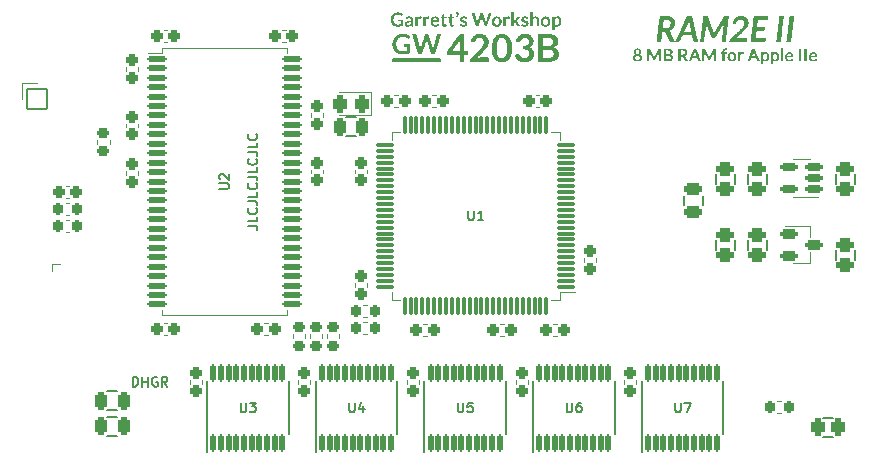
<source format=gto>
G04 #@! TF.GenerationSoftware,KiCad,Pcbnew,7.0.1-0*
G04 #@! TF.CreationDate,2023-10-30T17:31:41-04:00*
G04 #@! TF.ProjectId,RAM2E,52414d32-452e-46b6-9963-61645f706362,2.1*
G04 #@! TF.SameCoordinates,Original*
G04 #@! TF.FileFunction,Legend,Top*
G04 #@! TF.FilePolarity,Positive*
%FSLAX46Y46*%
G04 Gerber Fmt 4.6, Leading zero omitted, Abs format (unit mm)*
G04 Created by KiCad (PCBNEW 7.0.1-0) date 2023-10-30 17:31:41*
%MOMM*%
%LPD*%
G01*
G04 APERTURE LIST*
G04 Aperture macros list*
%AMRoundRect*
0 Rectangle with rounded corners*
0 $1 Rounding radius*
0 $2 $3 $4 $5 $6 $7 $8 $9 X,Y pos of 4 corners*
0 Add a 4 corners polygon primitive as box body*
4,1,4,$2,$3,$4,$5,$6,$7,$8,$9,$2,$3,0*
0 Add four circle primitives for the rounded corners*
1,1,$1+$1,$2,$3*
1,1,$1+$1,$4,$5*
1,1,$1+$1,$6,$7*
1,1,$1+$1,$8,$9*
0 Add four rect primitives between the rounded corners*
20,1,$1+$1,$2,$3,$4,$5,0*
20,1,$1+$1,$4,$5,$6,$7,0*
20,1,$1+$1,$6,$7,$8,$9,0*
20,1,$1+$1,$8,$9,$2,$3,0*%
G04 Aperture macros list end*
%ADD10C,0.203200*%
%ADD11C,0.150000*%
%ADD12C,0.120000*%
%ADD13C,0.152400*%
%ADD14C,0.000000*%
%ADD15C,0.076200*%
%ADD16C,2.000000*%
%ADD17RoundRect,0.136500X0.112500X-0.612500X0.112500X0.612500X-0.112500X0.612500X-0.112500X-0.612500X0*%
%ADD18RoundRect,0.262500X-0.262500X0.212500X-0.262500X-0.212500X0.262500X-0.212500X0.262500X0.212500X0*%
%ADD19RoundRect,0.457200X0.381000X3.289000X-0.381000X3.289000X-0.381000X-3.289000X0.381000X-3.289000X0*%
%ADD20RoundRect,0.262500X0.262500X-0.212500X0.262500X0.212500X-0.262500X0.212500X-0.262500X-0.212500X0*%
%ADD21RoundRect,0.164500X-0.640500X-0.114500X0.640500X-0.114500X0.640500X0.114500X-0.640500X0.114500X0*%
%ADD22C,2.152400*%
%ADD23RoundRect,0.312500X0.262500X0.437500X-0.262500X0.437500X-0.262500X-0.437500X0.262500X-0.437500X0*%
%ADD24RoundRect,0.312500X-0.437500X0.262500X-0.437500X-0.262500X0.437500X-0.262500X0.437500X0.262500X0*%
%ADD25RoundRect,0.262500X-0.212500X-0.262500X0.212500X-0.262500X0.212500X0.262500X-0.212500X0.262500X0*%
%ADD26RoundRect,0.262500X-0.212500X-0.487500X0.212500X-0.487500X0.212500X0.487500X-0.212500X0.487500X0*%
%ADD27C,1.448000*%
%ADD28RoundRect,0.312500X0.437500X-0.262500X0.437500X0.262500X-0.437500X0.262500X-0.437500X-0.262500X0*%
%ADD29RoundRect,0.250000X-0.475000X-0.200000X0.475000X-0.200000X0.475000X0.200000X-0.475000X0.200000X0*%
%ADD30RoundRect,0.262500X0.487500X-0.212500X0.487500X0.212500X-0.487500X0.212500X-0.487500X-0.212500X0*%
%ADD31RoundRect,0.076200X-0.850000X-0.850000X0.850000X-0.850000X0.850000X0.850000X-0.850000X0.850000X0*%
%ADD32O,1.852400X1.852400*%
%ADD33RoundRect,0.225000X-0.175000X-0.300000X0.175000X-0.300000X0.175000X0.300000X-0.175000X0.300000X0*%
%ADD34RoundRect,0.262500X0.212500X0.262500X-0.212500X0.262500X-0.212500X-0.262500X0.212500X-0.262500X0*%
%ADD35C,2.527300*%
%ADD36C,1.143000*%
%ADD37C,0.939800*%
%ADD38RoundRect,0.319950X0.243750X0.456250X-0.243750X0.456250X-0.243750X-0.456250X0.243750X-0.456250X0*%
%ADD39RoundRect,0.225000X-0.300000X0.175000X-0.300000X-0.175000X0.300000X-0.175000X0.300000X0.175000X0*%
%ADD40RoundRect,0.099000X0.662500X0.075000X-0.662500X0.075000X-0.662500X-0.075000X0.662500X-0.075000X0*%
%ADD41RoundRect,0.099000X0.075000X0.662500X-0.075000X0.662500X-0.075000X-0.662500X0.075000X-0.662500X0*%
%ADD42RoundRect,0.225000X0.175000X0.300000X-0.175000X0.300000X-0.175000X-0.300000X0.175000X-0.300000X0*%
%ADD43RoundRect,0.225000X0.300000X-0.175000X0.300000X0.175000X-0.300000X0.175000X-0.300000X-0.175000X0*%
%ADD44RoundRect,0.212500X0.512500X0.162500X-0.512500X0.162500X-0.512500X-0.162500X0.512500X-0.162500X0*%
G04 APERTURE END LIST*
D10*
X220763216Y-109204361D02*
X221343788Y-109204361D01*
X221343788Y-109204361D02*
X221459902Y-109243066D01*
X221459902Y-109243066D02*
X221537312Y-109320475D01*
X221537312Y-109320475D02*
X221576016Y-109436590D01*
X221576016Y-109436590D02*
X221576016Y-109513999D01*
X221576016Y-108430266D02*
X221576016Y-108817314D01*
X221576016Y-108817314D02*
X220763216Y-108817314D01*
X221498607Y-107694876D02*
X221537312Y-107733580D01*
X221537312Y-107733580D02*
X221576016Y-107849695D01*
X221576016Y-107849695D02*
X221576016Y-107927104D01*
X221576016Y-107927104D02*
X221537312Y-108043218D01*
X221537312Y-108043218D02*
X221459902Y-108120628D01*
X221459902Y-108120628D02*
X221382492Y-108159333D01*
X221382492Y-108159333D02*
X221227673Y-108198037D01*
X221227673Y-108198037D02*
X221111559Y-108198037D01*
X221111559Y-108198037D02*
X220956740Y-108159333D01*
X220956740Y-108159333D02*
X220879331Y-108120628D01*
X220879331Y-108120628D02*
X220801921Y-108043218D01*
X220801921Y-108043218D02*
X220763216Y-107927104D01*
X220763216Y-107927104D02*
X220763216Y-107849695D01*
X220763216Y-107849695D02*
X220801921Y-107733580D01*
X220801921Y-107733580D02*
X220840626Y-107694876D01*
X220763216Y-107114304D02*
X221343788Y-107114304D01*
X221343788Y-107114304D02*
X221459902Y-107153009D01*
X221459902Y-107153009D02*
X221537312Y-107230418D01*
X221537312Y-107230418D02*
X221576016Y-107346533D01*
X221576016Y-107346533D02*
X221576016Y-107423942D01*
X221576016Y-106340209D02*
X221576016Y-106727257D01*
X221576016Y-106727257D02*
X220763216Y-106727257D01*
X221498607Y-105604819D02*
X221537312Y-105643523D01*
X221537312Y-105643523D02*
X221576016Y-105759638D01*
X221576016Y-105759638D02*
X221576016Y-105837047D01*
X221576016Y-105837047D02*
X221537312Y-105953161D01*
X221537312Y-105953161D02*
X221459902Y-106030571D01*
X221459902Y-106030571D02*
X221382492Y-106069276D01*
X221382492Y-106069276D02*
X221227673Y-106107980D01*
X221227673Y-106107980D02*
X221111559Y-106107980D01*
X221111559Y-106107980D02*
X220956740Y-106069276D01*
X220956740Y-106069276D02*
X220879331Y-106030571D01*
X220879331Y-106030571D02*
X220801921Y-105953161D01*
X220801921Y-105953161D02*
X220763216Y-105837047D01*
X220763216Y-105837047D02*
X220763216Y-105759638D01*
X220763216Y-105759638D02*
X220801921Y-105643523D01*
X220801921Y-105643523D02*
X220840626Y-105604819D01*
X220763216Y-105024247D02*
X221343788Y-105024247D01*
X221343788Y-105024247D02*
X221459902Y-105062952D01*
X221459902Y-105062952D02*
X221537312Y-105140361D01*
X221537312Y-105140361D02*
X221576016Y-105256476D01*
X221576016Y-105256476D02*
X221576016Y-105333885D01*
X221576016Y-104250152D02*
X221576016Y-104637200D01*
X221576016Y-104637200D02*
X220763216Y-104637200D01*
X221498607Y-103514762D02*
X221537312Y-103553466D01*
X221537312Y-103553466D02*
X221576016Y-103669581D01*
X221576016Y-103669581D02*
X221576016Y-103746990D01*
X221576016Y-103746990D02*
X221537312Y-103863104D01*
X221537312Y-103863104D02*
X221459902Y-103940514D01*
X221459902Y-103940514D02*
X221382492Y-103979219D01*
X221382492Y-103979219D02*
X221227673Y-104017923D01*
X221227673Y-104017923D02*
X221111559Y-104017923D01*
X221111559Y-104017923D02*
X220956740Y-103979219D01*
X220956740Y-103979219D02*
X220879331Y-103940514D01*
X220879331Y-103940514D02*
X220801921Y-103863104D01*
X220801921Y-103863104D02*
X220763216Y-103746990D01*
X220763216Y-103746990D02*
X220763216Y-103669581D01*
X220763216Y-103669581D02*
X220801921Y-103553466D01*
X220801921Y-103553466D02*
X220840626Y-103514762D01*
X220763216Y-102934190D02*
X221343788Y-102934190D01*
X221343788Y-102934190D02*
X221459902Y-102972895D01*
X221459902Y-102972895D02*
X221537312Y-103050304D01*
X221537312Y-103050304D02*
X221576016Y-103166419D01*
X221576016Y-103166419D02*
X221576016Y-103243828D01*
X221576016Y-102160095D02*
X221576016Y-102547143D01*
X221576016Y-102547143D02*
X220763216Y-102547143D01*
X221498607Y-101424705D02*
X221537312Y-101463409D01*
X221537312Y-101463409D02*
X221576016Y-101579524D01*
X221576016Y-101579524D02*
X221576016Y-101656933D01*
X221576016Y-101656933D02*
X221537312Y-101773047D01*
X221537312Y-101773047D02*
X221459902Y-101850457D01*
X221459902Y-101850457D02*
X221382492Y-101889162D01*
X221382492Y-101889162D02*
X221227673Y-101927866D01*
X221227673Y-101927866D02*
X221111559Y-101927866D01*
X221111559Y-101927866D02*
X220956740Y-101889162D01*
X220956740Y-101889162D02*
X220879331Y-101850457D01*
X220879331Y-101850457D02*
X220801921Y-101773047D01*
X220801921Y-101773047D02*
X220763216Y-101656933D01*
X220763216Y-101656933D02*
X220763216Y-101579524D01*
X220763216Y-101579524D02*
X220801921Y-101463409D01*
X220801921Y-101463409D02*
X220840626Y-101424705D01*
X211019571Y-122804016D02*
X211019571Y-121991216D01*
X211019571Y-121991216D02*
X211213095Y-121991216D01*
X211213095Y-121991216D02*
X211329209Y-122029921D01*
X211329209Y-122029921D02*
X211406619Y-122107331D01*
X211406619Y-122107331D02*
X211445324Y-122184740D01*
X211445324Y-122184740D02*
X211484028Y-122339559D01*
X211484028Y-122339559D02*
X211484028Y-122455673D01*
X211484028Y-122455673D02*
X211445324Y-122610492D01*
X211445324Y-122610492D02*
X211406619Y-122687902D01*
X211406619Y-122687902D02*
X211329209Y-122765312D01*
X211329209Y-122765312D02*
X211213095Y-122804016D01*
X211213095Y-122804016D02*
X211019571Y-122804016D01*
X211832371Y-122804016D02*
X211832371Y-121991216D01*
X211832371Y-122378264D02*
X212296828Y-122378264D01*
X212296828Y-122804016D02*
X212296828Y-121991216D01*
X213109629Y-122029921D02*
X213032219Y-121991216D01*
X213032219Y-121991216D02*
X212916105Y-121991216D01*
X212916105Y-121991216D02*
X212799991Y-122029921D01*
X212799991Y-122029921D02*
X212722581Y-122107331D01*
X212722581Y-122107331D02*
X212683876Y-122184740D01*
X212683876Y-122184740D02*
X212645172Y-122339559D01*
X212645172Y-122339559D02*
X212645172Y-122455673D01*
X212645172Y-122455673D02*
X212683876Y-122610492D01*
X212683876Y-122610492D02*
X212722581Y-122687902D01*
X212722581Y-122687902D02*
X212799991Y-122765312D01*
X212799991Y-122765312D02*
X212916105Y-122804016D01*
X212916105Y-122804016D02*
X212993514Y-122804016D01*
X212993514Y-122804016D02*
X213109629Y-122765312D01*
X213109629Y-122765312D02*
X213148333Y-122726607D01*
X213148333Y-122726607D02*
X213148333Y-122455673D01*
X213148333Y-122455673D02*
X212993514Y-122455673D01*
X213961133Y-122804016D02*
X213690200Y-122416969D01*
X213496676Y-122804016D02*
X213496676Y-121991216D01*
X213496676Y-121991216D02*
X213806314Y-121991216D01*
X213806314Y-121991216D02*
X213883724Y-122029921D01*
X213883724Y-122029921D02*
X213922429Y-122068626D01*
X213922429Y-122068626D02*
X213961133Y-122146035D01*
X213961133Y-122146035D02*
X213961133Y-122262150D01*
X213961133Y-122262150D02*
X213922429Y-122339559D01*
X213922429Y-122339559D02*
X213883724Y-122378264D01*
X213883724Y-122378264D02*
X213806314Y-122416969D01*
X213806314Y-122416969D02*
X213496676Y-122416969D01*
X238555723Y-124163216D02*
X238555723Y-124821197D01*
X238555723Y-124821197D02*
X238594428Y-124898607D01*
X238594428Y-124898607D02*
X238633133Y-124937312D01*
X238633133Y-124937312D02*
X238710542Y-124976016D01*
X238710542Y-124976016D02*
X238865361Y-124976016D01*
X238865361Y-124976016D02*
X238942771Y-124937312D01*
X238942771Y-124937312D02*
X238981476Y-124898607D01*
X238981476Y-124898607D02*
X239020180Y-124821197D01*
X239020180Y-124821197D02*
X239020180Y-124163216D01*
X239794276Y-124163216D02*
X239407228Y-124163216D01*
X239407228Y-124163216D02*
X239368524Y-124550264D01*
X239368524Y-124550264D02*
X239407228Y-124511559D01*
X239407228Y-124511559D02*
X239484638Y-124472854D01*
X239484638Y-124472854D02*
X239678162Y-124472854D01*
X239678162Y-124472854D02*
X239755571Y-124511559D01*
X239755571Y-124511559D02*
X239794276Y-124550264D01*
X239794276Y-124550264D02*
X239832981Y-124627673D01*
X239832981Y-124627673D02*
X239832981Y-124821197D01*
X239832981Y-124821197D02*
X239794276Y-124898607D01*
X239794276Y-124898607D02*
X239755571Y-124937312D01*
X239755571Y-124937312D02*
X239678162Y-124976016D01*
X239678162Y-124976016D02*
X239484638Y-124976016D01*
X239484638Y-124976016D02*
X239407228Y-124937312D01*
X239407228Y-124937312D02*
X239368524Y-124898607D01*
X256955723Y-124163216D02*
X256955723Y-124821197D01*
X256955723Y-124821197D02*
X256994428Y-124898607D01*
X256994428Y-124898607D02*
X257033133Y-124937312D01*
X257033133Y-124937312D02*
X257110542Y-124976016D01*
X257110542Y-124976016D02*
X257265361Y-124976016D01*
X257265361Y-124976016D02*
X257342771Y-124937312D01*
X257342771Y-124937312D02*
X257381476Y-124898607D01*
X257381476Y-124898607D02*
X257420180Y-124821197D01*
X257420180Y-124821197D02*
X257420180Y-124163216D01*
X257729819Y-124163216D02*
X258271685Y-124163216D01*
X258271685Y-124163216D02*
X257923343Y-124976016D01*
X220155723Y-124163216D02*
X220155723Y-124821197D01*
X220155723Y-124821197D02*
X220194428Y-124898607D01*
X220194428Y-124898607D02*
X220233133Y-124937312D01*
X220233133Y-124937312D02*
X220310542Y-124976016D01*
X220310542Y-124976016D02*
X220465361Y-124976016D01*
X220465361Y-124976016D02*
X220542771Y-124937312D01*
X220542771Y-124937312D02*
X220581476Y-124898607D01*
X220581476Y-124898607D02*
X220620180Y-124821197D01*
X220620180Y-124821197D02*
X220620180Y-124163216D01*
X220929819Y-124163216D02*
X221432981Y-124163216D01*
X221432981Y-124163216D02*
X221162047Y-124472854D01*
X221162047Y-124472854D02*
X221278162Y-124472854D01*
X221278162Y-124472854D02*
X221355571Y-124511559D01*
X221355571Y-124511559D02*
X221394276Y-124550264D01*
X221394276Y-124550264D02*
X221432981Y-124627673D01*
X221432981Y-124627673D02*
X221432981Y-124821197D01*
X221432981Y-124821197D02*
X221394276Y-124898607D01*
X221394276Y-124898607D02*
X221355571Y-124937312D01*
X221355571Y-124937312D02*
X221278162Y-124976016D01*
X221278162Y-124976016D02*
X221045933Y-124976016D01*
X221045933Y-124976016D02*
X220968524Y-124937312D01*
X220968524Y-124937312D02*
X220929819Y-124898607D01*
X247755723Y-124163216D02*
X247755723Y-124821197D01*
X247755723Y-124821197D02*
X247794428Y-124898607D01*
X247794428Y-124898607D02*
X247833133Y-124937312D01*
X247833133Y-124937312D02*
X247910542Y-124976016D01*
X247910542Y-124976016D02*
X248065361Y-124976016D01*
X248065361Y-124976016D02*
X248142771Y-124937312D01*
X248142771Y-124937312D02*
X248181476Y-124898607D01*
X248181476Y-124898607D02*
X248220180Y-124821197D01*
X248220180Y-124821197D02*
X248220180Y-124163216D01*
X248955571Y-124163216D02*
X248800752Y-124163216D01*
X248800752Y-124163216D02*
X248723343Y-124201921D01*
X248723343Y-124201921D02*
X248684638Y-124240626D01*
X248684638Y-124240626D02*
X248607228Y-124356740D01*
X248607228Y-124356740D02*
X248568524Y-124511559D01*
X248568524Y-124511559D02*
X248568524Y-124821197D01*
X248568524Y-124821197D02*
X248607228Y-124898607D01*
X248607228Y-124898607D02*
X248645933Y-124937312D01*
X248645933Y-124937312D02*
X248723343Y-124976016D01*
X248723343Y-124976016D02*
X248878162Y-124976016D01*
X248878162Y-124976016D02*
X248955571Y-124937312D01*
X248955571Y-124937312D02*
X248994276Y-124898607D01*
X248994276Y-124898607D02*
X249032981Y-124821197D01*
X249032981Y-124821197D02*
X249032981Y-124627673D01*
X249032981Y-124627673D02*
X248994276Y-124550264D01*
X248994276Y-124550264D02*
X248955571Y-124511559D01*
X248955571Y-124511559D02*
X248878162Y-124472854D01*
X248878162Y-124472854D02*
X248723343Y-124472854D01*
X248723343Y-124472854D02*
X248645933Y-124511559D01*
X248645933Y-124511559D02*
X248607228Y-124550264D01*
X248607228Y-124550264D02*
X248568524Y-124627673D01*
X229355723Y-124163216D02*
X229355723Y-124821197D01*
X229355723Y-124821197D02*
X229394428Y-124898607D01*
X229394428Y-124898607D02*
X229433133Y-124937312D01*
X229433133Y-124937312D02*
X229510542Y-124976016D01*
X229510542Y-124976016D02*
X229665361Y-124976016D01*
X229665361Y-124976016D02*
X229742771Y-124937312D01*
X229742771Y-124937312D02*
X229781476Y-124898607D01*
X229781476Y-124898607D02*
X229820180Y-124821197D01*
X229820180Y-124821197D02*
X229820180Y-124163216D01*
X230555571Y-124434150D02*
X230555571Y-124976016D01*
X230362047Y-124124512D02*
X230168524Y-124705083D01*
X230168524Y-124705083D02*
X230671685Y-124705083D01*
X218363216Y-106069276D02*
X219021197Y-106069276D01*
X219021197Y-106069276D02*
X219098607Y-106030571D01*
X219098607Y-106030571D02*
X219137312Y-105991866D01*
X219137312Y-105991866D02*
X219176016Y-105914457D01*
X219176016Y-105914457D02*
X219176016Y-105759638D01*
X219176016Y-105759638D02*
X219137312Y-105682228D01*
X219137312Y-105682228D02*
X219098607Y-105643523D01*
X219098607Y-105643523D02*
X219021197Y-105604819D01*
X219021197Y-105604819D02*
X218363216Y-105604819D01*
X218440626Y-105256475D02*
X218401921Y-105217771D01*
X218401921Y-105217771D02*
X218363216Y-105140361D01*
X218363216Y-105140361D02*
X218363216Y-104946837D01*
X218363216Y-104946837D02*
X218401921Y-104869428D01*
X218401921Y-104869428D02*
X218440626Y-104830723D01*
X218440626Y-104830723D02*
X218518035Y-104792018D01*
X218518035Y-104792018D02*
X218595445Y-104792018D01*
X218595445Y-104792018D02*
X218711559Y-104830723D01*
X218711559Y-104830723D02*
X219176016Y-105295180D01*
X219176016Y-105295180D02*
X219176016Y-104792018D01*
X239430723Y-107913216D02*
X239430723Y-108571197D01*
X239430723Y-108571197D02*
X239469428Y-108648607D01*
X239469428Y-108648607D02*
X239508133Y-108687312D01*
X239508133Y-108687312D02*
X239585542Y-108726016D01*
X239585542Y-108726016D02*
X239740361Y-108726016D01*
X239740361Y-108726016D02*
X239817771Y-108687312D01*
X239817771Y-108687312D02*
X239856476Y-108648607D01*
X239856476Y-108648607D02*
X239895180Y-108571197D01*
X239895180Y-108571197D02*
X239895180Y-107913216D01*
X240707981Y-108726016D02*
X240243524Y-108726016D01*
X240475752Y-108726016D02*
X240475752Y-107913216D01*
X240475752Y-107913216D02*
X240398343Y-108029331D01*
X240398343Y-108029331D02*
X240320933Y-108106740D01*
X240320933Y-108106740D02*
X240243524Y-108145445D01*
D11*
X235725000Y-128350000D02*
X235725000Y-122375000D01*
X242625000Y-126825000D02*
X242625000Y-122375000D01*
D12*
X235260000Y-122237221D02*
X235260000Y-122562779D01*
X234240000Y-122237221D02*
X234240000Y-122562779D01*
X253660000Y-122237221D02*
X253660000Y-122562779D01*
X252640000Y-122237221D02*
X252640000Y-122562779D01*
D11*
X254125000Y-128350000D02*
X254125000Y-122375000D01*
X261025000Y-126825000D02*
X261025000Y-122375000D01*
D12*
X244460000Y-122237221D02*
X244460000Y-122562779D01*
X243440000Y-122237221D02*
X243440000Y-122562779D01*
D11*
X217325000Y-128350000D02*
X217325000Y-122375000D01*
X224225000Y-126825000D02*
X224225000Y-122375000D01*
X244925000Y-128350000D02*
X244925000Y-122375000D01*
X251825000Y-126825000D02*
X251825000Y-122375000D01*
X226525000Y-128350000D02*
X226525000Y-122375000D01*
X233425000Y-126825000D02*
X233425000Y-122375000D01*
D12*
X226060000Y-122237221D02*
X226060000Y-122562779D01*
X225040000Y-122237221D02*
X225040000Y-122562779D01*
X227110000Y-104437221D02*
X227110000Y-104762779D01*
X226090000Y-104437221D02*
X226090000Y-104762779D01*
X210490000Y-100862779D02*
X210490000Y-100537221D01*
X211510000Y-100862779D02*
X211510000Y-100537221D01*
X210490000Y-96062779D02*
X210490000Y-95737221D01*
X211510000Y-96062779D02*
X211510000Y-95737221D01*
X210490000Y-104862779D02*
X210490000Y-104537221D01*
X211510000Y-104862779D02*
X211510000Y-104537221D01*
X227110000Y-99637221D02*
X227110000Y-99962779D01*
X226090000Y-99637221D02*
X226090000Y-99962779D01*
X224100000Y-94150000D02*
X224100000Y-94550000D01*
X213500000Y-94150000D02*
X224100000Y-94150000D01*
X213500000Y-94550000D02*
X213500000Y-94150000D01*
X212300000Y-94550000D02*
X213500000Y-94550000D01*
X224100000Y-116350000D02*
X224100000Y-116750000D01*
X213500000Y-116350000D02*
X213500000Y-116750000D01*
X213500000Y-116750000D02*
X224100000Y-116750000D01*
D13*
X270281400Y-127038000D02*
X269468600Y-127038000D01*
X270281400Y-125438000D02*
X269468600Y-125438000D01*
X272150000Y-111243600D02*
X272150000Y-112056400D01*
X270550000Y-111243600D02*
X270550000Y-112056400D01*
D12*
X223637221Y-92640000D02*
X223962779Y-92640000D01*
X223637221Y-93660000D02*
X223962779Y-93660000D01*
D13*
X208889600Y-125374500D02*
X209702400Y-125374500D01*
X208889600Y-126974500D02*
X209702400Y-126974500D01*
X208889600Y-123215500D02*
X209702400Y-123215500D01*
X208889600Y-124815500D02*
X209702400Y-124815500D01*
X263100000Y-111206400D02*
X263100000Y-110393600D01*
X264700000Y-111206400D02*
X264700000Y-110393600D01*
D12*
X268410000Y-112380000D02*
X268410000Y-111450000D01*
X268410000Y-112380000D02*
X266950000Y-112380000D01*
X268410000Y-109220000D02*
X268410000Y-110150000D01*
X268410000Y-109220000D02*
X266250000Y-109220000D01*
D13*
X260400000Y-111206400D02*
X260400000Y-110393600D01*
X262000000Y-111206400D02*
X262000000Y-110393600D01*
D12*
X213637221Y-92640000D02*
X213962779Y-92640000D01*
X213637221Y-93660000D02*
X213962779Y-93660000D01*
X216860000Y-122237221D02*
X216860000Y-122562779D01*
X215840000Y-122237221D02*
X215840000Y-122562779D01*
X213637221Y-117440000D02*
X213962779Y-117440000D01*
X213637221Y-118460000D02*
X213962779Y-118460000D01*
D13*
X263100000Y-105656400D02*
X263100000Y-104843600D01*
X264700000Y-105656400D02*
X264700000Y-104843600D01*
X260400000Y-105656400D02*
X260400000Y-104843600D01*
X262000000Y-105656400D02*
X262000000Y-104843600D01*
X257700000Y-107456400D02*
X257700000Y-106643600D01*
X259300000Y-107456400D02*
X259300000Y-106643600D01*
D12*
X222137221Y-117440000D02*
X222462779Y-117440000D01*
X222137221Y-118460000D02*
X222462779Y-118460000D01*
X201616000Y-97095000D02*
X202946000Y-97095000D01*
X201616000Y-98425000D02*
X201616000Y-97095000D01*
X265587221Y-123990000D02*
X265912779Y-123990000D01*
X265587221Y-125010000D02*
X265912779Y-125010000D01*
X246637221Y-117540000D02*
X246962779Y-117540000D01*
X246637221Y-118560000D02*
X246962779Y-118560000D01*
X233462779Y-99160000D02*
X233137221Y-99160000D01*
X233462779Y-98140000D02*
X233137221Y-98140000D01*
X204216000Y-112395000D02*
X204851000Y-112395000D01*
X204216000Y-113030000D02*
X204216000Y-112395000D01*
D13*
X229093600Y-100000000D02*
X229906400Y-100000000D01*
X229093600Y-101600000D02*
X229906400Y-101600000D01*
D12*
X231185000Y-99810000D02*
X231185000Y-97890000D01*
X231185000Y-97890000D02*
X228500000Y-97890000D01*
X228500000Y-99810000D02*
X231185000Y-99810000D01*
X227060000Y-118387221D02*
X227060000Y-118712779D01*
X226040000Y-118387221D02*
X226040000Y-118712779D01*
X228510000Y-118387221D02*
X228510000Y-118712779D01*
X227490000Y-118387221D02*
X227490000Y-118712779D01*
X225610000Y-118387221D02*
X225610000Y-118712779D01*
X224590000Y-118387221D02*
X224590000Y-118712779D01*
X232940000Y-115460000D02*
X232940000Y-114760000D01*
X233640000Y-115460000D02*
X232940000Y-115460000D01*
X246460000Y-115460000D02*
X247160000Y-115460000D01*
X247160000Y-115460000D02*
X247160000Y-114760000D01*
X247160000Y-114760000D02*
X248450000Y-114760000D01*
X232940000Y-101240000D02*
X232940000Y-101940000D01*
X233640000Y-101240000D02*
X232940000Y-101240000D01*
X246460000Y-101240000D02*
X247160000Y-101240000D01*
X247160000Y-101240000D02*
X247160000Y-101940000D01*
X205662779Y-106810000D02*
X205337221Y-106810000D01*
X205662779Y-105790000D02*
X205337221Y-105790000D01*
X205662779Y-108260000D02*
X205337221Y-108260000D01*
X205662779Y-107240000D02*
X205337221Y-107240000D01*
X205662779Y-109710000D02*
X205337221Y-109710000D01*
X205662779Y-108690000D02*
X205337221Y-108690000D01*
X236387221Y-98140000D02*
X236712779Y-98140000D01*
X236387221Y-99160000D02*
X236712779Y-99160000D01*
X230860000Y-104437221D02*
X230860000Y-104762779D01*
X229840000Y-104437221D02*
X229840000Y-104762779D01*
X230860000Y-114037221D02*
X230860000Y-114362779D01*
X229840000Y-114037221D02*
X229840000Y-114362779D01*
X235962779Y-118560000D02*
X235637221Y-118560000D01*
X235962779Y-117540000D02*
X235637221Y-117540000D01*
X242462779Y-118560000D02*
X242137221Y-118560000D01*
X242462779Y-117540000D02*
X242137221Y-117540000D01*
X249240000Y-112262779D02*
X249240000Y-111937221D01*
X250260000Y-112262779D02*
X250260000Y-111937221D01*
X245462779Y-99160000D02*
X245137221Y-99160000D01*
X245462779Y-98140000D02*
X245137221Y-98140000D01*
X230537221Y-117340000D02*
X230862779Y-117340000D01*
X230537221Y-118360000D02*
X230862779Y-118360000D01*
X230537221Y-115890000D02*
X230862779Y-115890000D01*
X230537221Y-116910000D02*
X230862779Y-116910000D01*
X208040000Y-102262779D02*
X208040000Y-101937221D01*
X209060000Y-102262779D02*
X209060000Y-101937221D01*
X266890000Y-106730000D02*
X269050000Y-106730000D01*
X266890000Y-103570000D02*
X268350000Y-103570000D01*
G36*
X238572185Y-91068498D02*
G01*
X238576425Y-91073855D01*
X238583124Y-91085067D01*
X238588736Y-91095627D01*
X238610825Y-91149031D01*
X238623464Y-91203043D01*
X238626685Y-91257163D01*
X238620516Y-91310890D01*
X238604987Y-91363722D01*
X238580129Y-91415160D01*
X238568618Y-91433670D01*
X238558453Y-91447659D01*
X238544823Y-91464508D01*
X238529102Y-91482736D01*
X238512663Y-91500861D01*
X238496879Y-91517403D01*
X238483126Y-91530881D01*
X238472776Y-91539814D01*
X238467441Y-91542745D01*
X238461959Y-91540406D01*
X238450681Y-91534229D01*
X238435879Y-91525469D01*
X238433392Y-91523947D01*
X238417445Y-91513777D01*
X238404075Y-91504604D01*
X238395980Y-91498284D01*
X238395616Y-91497932D01*
X238389039Y-91486476D01*
X238389778Y-91471922D01*
X238398029Y-91453485D01*
X238411985Y-91432997D01*
X238438229Y-91392555D01*
X238455051Y-91352505D01*
X238462519Y-91312227D01*
X238460702Y-91271104D01*
X238449667Y-91228515D01*
X238437662Y-91199917D01*
X238426322Y-91174126D01*
X238420347Y-91154761D01*
X238419554Y-91140480D01*
X238423758Y-91129942D01*
X238427542Y-91125780D01*
X238435034Y-91121164D01*
X238449000Y-91114389D01*
X238467578Y-91106189D01*
X238488908Y-91097304D01*
X238511131Y-91088468D01*
X238532387Y-91080419D01*
X238550814Y-91073894D01*
X238564553Y-91069628D01*
X238571744Y-91068360D01*
X238572185Y-91068498D01*
G37*
G36*
X235433954Y-91466150D02*
G01*
X235465379Y-91475694D01*
X235490915Y-91490267D01*
X235491710Y-91490893D01*
X235493495Y-91495818D01*
X235493380Y-91506907D01*
X235491282Y-91525112D01*
X235487115Y-91551381D01*
X235485498Y-91560699D01*
X235480875Y-91586314D01*
X235476377Y-91610103D01*
X235472465Y-91629697D01*
X235469602Y-91642730D01*
X235469191Y-91644357D01*
X235464268Y-91657085D01*
X235456514Y-91665022D01*
X235444400Y-91668597D01*
X235426397Y-91668241D01*
X235400975Y-91664381D01*
X235399102Y-91664032D01*
X235353014Y-91659196D01*
X235311150Y-91662856D01*
X235273266Y-91675125D01*
X235239119Y-91696116D01*
X235208465Y-91725940D01*
X235181273Y-91764353D01*
X235164287Y-91792703D01*
X235164287Y-92054237D01*
X235164287Y-92315770D01*
X235061695Y-92315770D01*
X234959102Y-92315770D01*
X234959102Y-91898243D01*
X234959102Y-91480715D01*
X235035667Y-91480715D01*
X235064347Y-91480769D01*
X235085074Y-91481071D01*
X235099439Y-91481828D01*
X235109032Y-91483249D01*
X235115443Y-91485541D01*
X235120263Y-91488913D01*
X235123750Y-91492233D01*
X235129648Y-91498683D01*
X235134041Y-91505594D01*
X235137416Y-91514747D01*
X235140259Y-91527923D01*
X235143056Y-91546902D01*
X235146293Y-91573465D01*
X235146562Y-91575767D01*
X235152358Y-91625487D01*
X235169511Y-91599625D01*
X235202024Y-91556992D01*
X235238097Y-91521323D01*
X235276762Y-91493407D01*
X235317054Y-91474035D01*
X235327485Y-91470553D01*
X235362693Y-91463293D01*
X235398954Y-91461921D01*
X235433954Y-91466150D01*
G37*
G36*
X236097227Y-91466150D02*
G01*
X236128652Y-91475694D01*
X236154188Y-91490267D01*
X236154983Y-91490893D01*
X236156767Y-91495818D01*
X236156653Y-91506907D01*
X236154554Y-91525112D01*
X236150388Y-91551381D01*
X236148770Y-91560699D01*
X236144147Y-91586314D01*
X236139649Y-91610103D01*
X236135738Y-91629697D01*
X236132874Y-91642730D01*
X236132464Y-91644357D01*
X236127540Y-91657085D01*
X236119787Y-91665022D01*
X236107673Y-91668597D01*
X236089669Y-91668241D01*
X236064247Y-91664381D01*
X236062375Y-91664032D01*
X236016286Y-91659196D01*
X235974422Y-91662856D01*
X235936539Y-91675125D01*
X235902392Y-91696116D01*
X235871738Y-91725940D01*
X235844546Y-91764353D01*
X235827560Y-91792703D01*
X235827560Y-92054237D01*
X235827560Y-92315770D01*
X235724967Y-92315770D01*
X235622375Y-92315770D01*
X235622375Y-91898243D01*
X235622375Y-91480715D01*
X235698940Y-91480715D01*
X235727620Y-91480769D01*
X235748347Y-91481071D01*
X235762711Y-91481828D01*
X235772304Y-91483249D01*
X235778716Y-91485541D01*
X235783536Y-91488913D01*
X235787023Y-91492233D01*
X235792921Y-91498683D01*
X235797314Y-91505594D01*
X235800689Y-91514747D01*
X235803532Y-91527923D01*
X235806328Y-91546902D01*
X235809565Y-91573465D01*
X235809834Y-91575767D01*
X235815631Y-91625487D01*
X235832783Y-91599625D01*
X235865297Y-91556992D01*
X235901370Y-91521323D01*
X235940035Y-91493407D01*
X235980327Y-91474035D01*
X235990758Y-91470553D01*
X236025966Y-91463293D01*
X236062227Y-91461921D01*
X236097227Y-91466150D01*
G37*
G36*
X242892192Y-91466150D02*
G01*
X242923617Y-91475694D01*
X242949153Y-91490267D01*
X242949948Y-91490893D01*
X242951733Y-91495818D01*
X242951618Y-91506907D01*
X242949520Y-91525112D01*
X242945353Y-91551381D01*
X242943736Y-91560699D01*
X242939112Y-91586314D01*
X242934614Y-91610103D01*
X242930703Y-91629697D01*
X242927840Y-91642730D01*
X242927429Y-91644357D01*
X242922506Y-91657085D01*
X242914752Y-91665022D01*
X242902638Y-91668597D01*
X242884635Y-91668241D01*
X242859213Y-91664381D01*
X242857340Y-91664032D01*
X242811252Y-91659196D01*
X242769387Y-91662856D01*
X242731504Y-91675125D01*
X242697357Y-91696116D01*
X242666703Y-91725940D01*
X242639511Y-91764353D01*
X242622525Y-91792703D01*
X242622525Y-92054237D01*
X242622525Y-92315770D01*
X242519933Y-92315770D01*
X242417340Y-92315770D01*
X242417340Y-91898243D01*
X242417340Y-91480715D01*
X242493905Y-91480715D01*
X242522585Y-91480769D01*
X242543312Y-91481071D01*
X242557677Y-91481828D01*
X242567269Y-91483249D01*
X242573681Y-91485541D01*
X242578501Y-91488913D01*
X242581988Y-91492233D01*
X242587886Y-91498683D01*
X242592279Y-91505594D01*
X242595654Y-91514747D01*
X242598497Y-91527923D01*
X242601294Y-91546902D01*
X242604531Y-91573465D01*
X242604799Y-91575767D01*
X242610596Y-91625487D01*
X242627749Y-91599625D01*
X242660262Y-91556992D01*
X242696335Y-91521323D01*
X242735000Y-91493407D01*
X242775292Y-91474035D01*
X242785723Y-91470553D01*
X242820931Y-91463293D01*
X242857192Y-91461921D01*
X242892192Y-91466150D01*
G37*
G36*
X244898648Y-91332791D02*
G01*
X244898703Y-91378524D01*
X244898860Y-91421215D01*
X244899109Y-91459941D01*
X244899438Y-91493780D01*
X244899837Y-91521809D01*
X244900295Y-91543108D01*
X244900801Y-91556753D01*
X244901343Y-91561823D01*
X244901370Y-91561835D01*
X244906216Y-91559038D01*
X244916049Y-91551774D01*
X244926422Y-91543496D01*
X244969006Y-91512666D01*
X245012181Y-91490187D01*
X245057600Y-91475531D01*
X245106913Y-91468167D01*
X245161775Y-91467567D01*
X245163092Y-91467627D01*
X245215705Y-91473842D01*
X245262254Y-91487362D01*
X245303028Y-91508370D01*
X245338312Y-91537047D01*
X245368393Y-91573575D01*
X245390456Y-91611681D01*
X245397111Y-91625279D01*
X245402854Y-91637648D01*
X245407757Y-91649585D01*
X245411892Y-91661884D01*
X245415331Y-91675339D01*
X245418145Y-91690746D01*
X245420407Y-91708899D01*
X245422189Y-91730593D01*
X245423562Y-91756624D01*
X245424597Y-91787786D01*
X245425368Y-91824873D01*
X245425946Y-91868681D01*
X245426402Y-91920005D01*
X245426808Y-91979639D01*
X245427038Y-92016343D01*
X245428895Y-92315770D01*
X245326215Y-92315770D01*
X245223535Y-92315770D01*
X245222138Y-92021006D01*
X245220741Y-91726242D01*
X245204945Y-91694165D01*
X245188455Y-91666712D01*
X245169047Y-91646785D01*
X245145303Y-91633575D01*
X245115803Y-91626273D01*
X245081914Y-91624077D01*
X245038689Y-91628122D01*
X244997302Y-91640917D01*
X244957123Y-91662727D01*
X244918007Y-91693380D01*
X244898648Y-91710869D01*
X244898648Y-92013320D01*
X244898648Y-92315770D01*
X244796055Y-92315770D01*
X244693463Y-92315770D01*
X244693463Y-91709759D01*
X244693463Y-91103747D01*
X244796055Y-91103747D01*
X244898648Y-91103747D01*
X244898648Y-91332791D01*
G37*
G36*
X237416551Y-91356650D02*
G01*
X237416551Y-91490258D01*
X237526301Y-91490258D01*
X237636051Y-91490258D01*
X237636051Y-91561835D01*
X237636051Y-91633411D01*
X237526134Y-91633411D01*
X237416216Y-91633411D01*
X237417576Y-91873191D01*
X237417897Y-91927289D01*
X237418216Y-91972675D01*
X237418568Y-92010179D01*
X237418990Y-92040634D01*
X237419516Y-92064870D01*
X237420181Y-92083717D01*
X237421023Y-92098009D01*
X237422074Y-92108575D01*
X237423372Y-92116246D01*
X237424951Y-92121854D01*
X237426847Y-92126231D01*
X237428481Y-92129173D01*
X237445408Y-92149951D01*
X237466478Y-92162261D01*
X237491263Y-92166017D01*
X237519337Y-92161130D01*
X237541092Y-92152338D01*
X237556866Y-92144775D01*
X237569069Y-92140280D01*
X237579017Y-92139629D01*
X237588027Y-92143597D01*
X237597417Y-92152960D01*
X237608502Y-92168492D01*
X237622601Y-92190971D01*
X237631508Y-92205576D01*
X237661756Y-92255234D01*
X237646269Y-92268164D01*
X237627602Y-92281077D01*
X237602846Y-92294491D01*
X237575231Y-92306847D01*
X237547988Y-92316587D01*
X237542683Y-92318135D01*
X237517359Y-92323296D01*
X237486422Y-92326733D01*
X237452814Y-92328388D01*
X237419475Y-92328204D01*
X237389348Y-92326122D01*
X237365372Y-92322084D01*
X237363819Y-92321678D01*
X237324666Y-92306582D01*
X237289995Y-92284215D01*
X237261218Y-92255710D01*
X237239745Y-92222200D01*
X237239580Y-92221861D01*
X237234693Y-92211525D01*
X237230541Y-92201742D01*
X237227064Y-92191667D01*
X237224201Y-92180454D01*
X237221892Y-92167259D01*
X237220079Y-92151237D01*
X237218699Y-92131543D01*
X237217695Y-92107331D01*
X237217005Y-92077756D01*
X237216570Y-92041975D01*
X237216330Y-91999140D01*
X237216224Y-91948408D01*
X237216195Y-91892278D01*
X237216138Y-91633411D01*
X237164548Y-91633411D01*
X237141028Y-91633201D01*
X237125017Y-91632363D01*
X237114488Y-91630585D01*
X237107413Y-91627554D01*
X237102736Y-91623886D01*
X237095014Y-91613734D01*
X237090207Y-91599463D01*
X237087996Y-91579404D01*
X237088064Y-91551884D01*
X237088224Y-91547651D01*
X237089687Y-91511994D01*
X237125475Y-91506072D01*
X237148855Y-91502197D01*
X237173951Y-91498027D01*
X237192640Y-91494914D01*
X237224017Y-91489677D01*
X237244672Y-91376639D01*
X237250680Y-91344234D01*
X237256387Y-91314330D01*
X237261496Y-91288420D01*
X237265710Y-91267992D01*
X237268730Y-91254538D01*
X237269880Y-91250333D01*
X237275236Y-91239852D01*
X237283922Y-91232316D01*
X237297318Y-91227303D01*
X237316802Y-91224392D01*
X237343757Y-91223160D01*
X237359053Y-91223041D01*
X237416551Y-91223041D01*
X237416551Y-91356650D01*
G37*
G36*
X238046422Y-91356650D02*
G01*
X238046422Y-91490258D01*
X238156172Y-91490258D01*
X238265922Y-91490258D01*
X238265922Y-91561835D01*
X238265922Y-91633411D01*
X238156004Y-91633411D01*
X238046086Y-91633411D01*
X238047447Y-91873191D01*
X238047767Y-91927289D01*
X238048086Y-91972675D01*
X238048439Y-92010179D01*
X238048860Y-92040634D01*
X238049386Y-92064870D01*
X238050052Y-92083717D01*
X238050893Y-92098009D01*
X238051945Y-92108575D01*
X238053242Y-92116246D01*
X238054822Y-92121854D01*
X238056718Y-92126231D01*
X238058351Y-92129173D01*
X238075278Y-92149951D01*
X238096348Y-92162261D01*
X238121133Y-92166017D01*
X238149208Y-92161130D01*
X238170963Y-92152338D01*
X238186737Y-92144775D01*
X238198939Y-92140280D01*
X238208887Y-92139629D01*
X238217897Y-92143597D01*
X238227287Y-92152960D01*
X238238373Y-92168492D01*
X238252472Y-92190971D01*
X238261379Y-92205576D01*
X238291627Y-92255234D01*
X238276139Y-92268164D01*
X238257472Y-92281077D01*
X238232716Y-92294491D01*
X238205102Y-92306847D01*
X238177858Y-92316587D01*
X238172553Y-92318135D01*
X238147229Y-92323296D01*
X238116293Y-92326733D01*
X238082684Y-92328388D01*
X238049346Y-92328204D01*
X238019218Y-92326122D01*
X237995243Y-92322084D01*
X237993689Y-92321678D01*
X237954536Y-92306582D01*
X237919865Y-92284215D01*
X237891088Y-92255710D01*
X237869615Y-92222200D01*
X237869450Y-92221861D01*
X237864564Y-92211525D01*
X237860412Y-92201742D01*
X237856934Y-92191667D01*
X237854071Y-92180454D01*
X237851763Y-92167259D01*
X237849949Y-92151237D01*
X237848570Y-92131543D01*
X237847565Y-92107331D01*
X237846875Y-92077756D01*
X237846440Y-92041975D01*
X237846200Y-91999140D01*
X237846095Y-91948408D01*
X237846065Y-91892278D01*
X237846008Y-91633411D01*
X237794419Y-91633411D01*
X237770898Y-91633201D01*
X237754888Y-91632363D01*
X237744359Y-91630585D01*
X237737283Y-91627554D01*
X237732606Y-91623886D01*
X237724884Y-91613734D01*
X237720077Y-91599463D01*
X237717867Y-91579404D01*
X237717934Y-91551884D01*
X237718095Y-91547651D01*
X237719557Y-91511994D01*
X237755345Y-91506072D01*
X237778725Y-91502197D01*
X237803822Y-91498027D01*
X237822510Y-91494914D01*
X237853888Y-91489677D01*
X237874542Y-91376639D01*
X237880550Y-91344234D01*
X237886257Y-91314330D01*
X237891366Y-91288420D01*
X237895580Y-91267992D01*
X237898601Y-91254538D01*
X237899750Y-91250333D01*
X237905107Y-91239852D01*
X237913792Y-91232316D01*
X237927188Y-91227303D01*
X237946673Y-91224392D01*
X237973627Y-91223160D01*
X237988924Y-91223041D01*
X238046422Y-91223041D01*
X238046422Y-91356650D01*
G37*
G36*
X246549672Y-92097906D02*
G01*
X246549672Y-92031852D01*
X246549672Y-91909411D01*
X246754857Y-91909411D01*
X246754857Y-92097906D01*
X246776292Y-92118445D01*
X246791691Y-92131673D01*
X246808223Y-92143592D01*
X246817514Y-92149078D01*
X246854129Y-92162838D01*
X246894578Y-92169561D01*
X246936102Y-92169110D01*
X246975941Y-92161346D01*
X246987118Y-92157582D01*
X247019002Y-92140656D01*
X247047024Y-92115553D01*
X247070248Y-92083181D01*
X247076993Y-92070457D01*
X247088791Y-92044307D01*
X247097522Y-92019570D01*
X247103695Y-91993837D01*
X247107818Y-91964699D01*
X247110401Y-91929748D01*
X247111327Y-91907786D01*
X247111202Y-91845837D01*
X247106212Y-91791786D01*
X247096277Y-91745277D01*
X247081322Y-91705953D01*
X247061270Y-91673458D01*
X247060267Y-91672177D01*
X247035772Y-91648680D01*
X247005429Y-91632037D01*
X246970414Y-91622641D01*
X246931902Y-91620885D01*
X246912692Y-91622846D01*
X246877738Y-91630571D01*
X246846855Y-91643397D01*
X246817497Y-91662651D01*
X246790197Y-91686647D01*
X246754857Y-91720915D01*
X246754857Y-91909411D01*
X246549672Y-91909411D01*
X246549672Y-91475943D01*
X246621485Y-91475943D01*
X246654708Y-91476116D01*
X246679781Y-91477232D01*
X246698097Y-91480189D01*
X246711051Y-91485886D01*
X246720035Y-91495220D01*
X246726443Y-91509090D01*
X246731669Y-91528394D01*
X246736255Y-91549905D01*
X246739546Y-91565211D01*
X246742164Y-91576222D01*
X246743384Y-91580171D01*
X246747273Y-91577992D01*
X246756760Y-91570806D01*
X246770237Y-91559864D01*
X246780130Y-91551540D01*
X246819086Y-91520805D01*
X246855690Y-91497603D01*
X246892083Y-91481049D01*
X246930401Y-91470254D01*
X246972785Y-91464332D01*
X246993444Y-91463034D01*
X247042567Y-91463362D01*
X247085370Y-91469404D01*
X247123627Y-91481817D01*
X247159109Y-91501254D01*
X247193590Y-91528373D01*
X247208578Y-91542587D01*
X247239106Y-91576704D01*
X247263401Y-91612948D01*
X247283063Y-91653994D01*
X247294914Y-91686976D01*
X247309863Y-91745279D01*
X247319182Y-91808158D01*
X247322860Y-91873261D01*
X247320886Y-91938231D01*
X247313251Y-92000716D01*
X247299943Y-92058361D01*
X247296595Y-92069120D01*
X247273736Y-92125751D01*
X247244265Y-92176648D01*
X247208757Y-92221230D01*
X247167790Y-92258919D01*
X247121942Y-92289134D01*
X247071790Y-92311296D01*
X247048319Y-92318397D01*
X247024962Y-92322594D01*
X246995443Y-92325115D01*
X246962852Y-92325960D01*
X246930281Y-92325133D01*
X246900821Y-92322633D01*
X246877562Y-92318464D01*
X246876925Y-92318295D01*
X246843280Y-92306339D01*
X246809409Y-92289243D01*
X246779711Y-92269300D01*
X246774162Y-92264746D01*
X246754857Y-92248222D01*
X246754857Y-92417991D01*
X246754857Y-92587760D01*
X246652264Y-92587760D01*
X246549672Y-92587760D01*
X246549672Y-92097906D01*
G37*
G36*
X241437122Y-91900629D02*
G01*
X241647528Y-91900629D01*
X241650055Y-91960411D01*
X241657729Y-92012345D01*
X241670693Y-92056708D01*
X241689091Y-92093775D01*
X241713063Y-92123826D01*
X241742754Y-92147135D01*
X241778306Y-92163981D01*
X241784063Y-92165939D01*
X241803414Y-92169674D01*
X241832062Y-92171337D01*
X241859046Y-92171237D01*
X241884401Y-92170401D01*
X241902875Y-92168927D01*
X241917126Y-92166367D01*
X241929815Y-92162275D01*
X241940872Y-92157484D01*
X241971986Y-92138499D01*
X241998114Y-92112540D01*
X242019640Y-92079076D01*
X242036946Y-92037578D01*
X242043731Y-92015150D01*
X242047787Y-91993749D01*
X242050649Y-91965319D01*
X242052316Y-91932285D01*
X242052789Y-91897073D01*
X242052069Y-91862108D01*
X242050155Y-91829814D01*
X242047048Y-91802617D01*
X242043690Y-91786107D01*
X242028834Y-91741694D01*
X242010669Y-91705631D01*
X241988670Y-91677141D01*
X241962310Y-91655445D01*
X241950993Y-91648795D01*
X241914662Y-91634064D01*
X241875744Y-91626437D01*
X241836018Y-91625689D01*
X241797262Y-91631594D01*
X241761255Y-91643926D01*
X241729778Y-91662460D01*
X241711225Y-91679183D01*
X241688452Y-91709079D01*
X241670945Y-91744022D01*
X241658464Y-91784840D01*
X241650772Y-91832360D01*
X241647632Y-91887410D01*
X241647528Y-91900629D01*
X241437122Y-91900629D01*
X241437083Y-91898243D01*
X241438754Y-91844801D01*
X241444068Y-91797901D01*
X241453576Y-91755054D01*
X241467830Y-91713771D01*
X241487372Y-91671585D01*
X241517872Y-91622370D01*
X241555176Y-91579494D01*
X241598719Y-91543235D01*
X241647936Y-91513868D01*
X241702262Y-91491668D01*
X241761132Y-91476912D01*
X241823981Y-91469876D01*
X241890243Y-91470835D01*
X241897329Y-91471406D01*
X241961352Y-91481207D01*
X242020230Y-91498885D01*
X242073646Y-91524180D01*
X242121282Y-91556834D01*
X242162821Y-91596586D01*
X242197945Y-91643177D01*
X242226335Y-91696347D01*
X242247675Y-91755837D01*
X242248320Y-91758137D01*
X242255890Y-91793556D01*
X242261138Y-91835213D01*
X242263940Y-91880061D01*
X242264169Y-91925049D01*
X242261699Y-91967129D01*
X242258061Y-91994608D01*
X242242785Y-92058001D01*
X242220209Y-92115610D01*
X242190633Y-92167115D01*
X242154362Y-92212201D01*
X242111698Y-92250548D01*
X242062943Y-92281841D01*
X242008399Y-92305760D01*
X241948370Y-92321989D01*
X241945603Y-92322522D01*
X241909389Y-92327332D01*
X241867888Y-92329515D01*
X241824753Y-92329103D01*
X241783636Y-92326127D01*
X241749173Y-92320828D01*
X241689297Y-92303684D01*
X241634779Y-92278810D01*
X241585996Y-92246518D01*
X241543324Y-92207117D01*
X241507139Y-92160919D01*
X241477816Y-92108234D01*
X241469962Y-92090103D01*
X241456425Y-92052715D01*
X241446837Y-92016001D01*
X241440738Y-91977289D01*
X241437671Y-91933902D01*
X241437122Y-91900629D01*
G37*
G36*
X245569453Y-91900629D02*
G01*
X245779860Y-91900629D01*
X245782386Y-91960411D01*
X245790060Y-92012345D01*
X245803025Y-92056708D01*
X245821422Y-92093775D01*
X245845395Y-92123826D01*
X245875086Y-92147135D01*
X245910637Y-92163981D01*
X245916394Y-92165939D01*
X245935745Y-92169674D01*
X245964393Y-92171337D01*
X245991377Y-92171237D01*
X246016733Y-92170401D01*
X246035206Y-92168927D01*
X246049457Y-92166367D01*
X246062146Y-92162275D01*
X246073203Y-92157484D01*
X246104318Y-92138499D01*
X246130446Y-92112540D01*
X246151971Y-92079076D01*
X246169278Y-92037578D01*
X246176062Y-92015150D01*
X246180119Y-91993749D01*
X246182981Y-91965319D01*
X246184648Y-91932285D01*
X246185121Y-91897073D01*
X246184400Y-91862108D01*
X246182486Y-91829814D01*
X246179379Y-91802617D01*
X246176021Y-91786107D01*
X246161166Y-91741694D01*
X246143001Y-91705631D01*
X246121001Y-91677141D01*
X246094641Y-91655445D01*
X246083324Y-91648795D01*
X246046994Y-91634064D01*
X246008076Y-91626437D01*
X245968349Y-91625689D01*
X245929593Y-91631594D01*
X245893587Y-91643926D01*
X245862109Y-91662460D01*
X245843557Y-91679183D01*
X245820784Y-91709079D01*
X245803276Y-91744022D01*
X245790795Y-91784840D01*
X245783104Y-91832360D01*
X245779963Y-91887410D01*
X245779860Y-91900629D01*
X245569453Y-91900629D01*
X245569414Y-91898243D01*
X245571086Y-91844801D01*
X245576399Y-91797901D01*
X245585907Y-91755054D01*
X245600161Y-91713771D01*
X245619703Y-91671585D01*
X245650203Y-91622370D01*
X245687507Y-91579494D01*
X245731050Y-91543235D01*
X245780267Y-91513868D01*
X245834594Y-91491668D01*
X245893464Y-91476912D01*
X245956312Y-91469876D01*
X246022575Y-91470835D01*
X246029661Y-91471406D01*
X246093683Y-91481207D01*
X246152561Y-91498885D01*
X246205977Y-91524180D01*
X246253614Y-91556834D01*
X246295153Y-91596586D01*
X246330276Y-91643177D01*
X246358667Y-91696347D01*
X246380006Y-91755837D01*
X246380651Y-91758137D01*
X246388221Y-91793556D01*
X246393469Y-91835213D01*
X246396271Y-91880061D01*
X246396500Y-91925049D01*
X246394031Y-91967129D01*
X246390392Y-91994608D01*
X246375117Y-92058001D01*
X246352540Y-92115610D01*
X246322965Y-92167115D01*
X246286694Y-92212201D01*
X246244029Y-92250548D01*
X246195274Y-92281841D01*
X246140730Y-92305760D01*
X246080701Y-92321989D01*
X246077935Y-92322522D01*
X246041720Y-92327332D01*
X246000219Y-92329515D01*
X245957084Y-92329103D01*
X245915968Y-92326127D01*
X245881504Y-92320828D01*
X245821628Y-92303684D01*
X245767110Y-92278810D01*
X245718328Y-92246518D01*
X245675655Y-92207117D01*
X245639470Y-92160919D01*
X245610147Y-92108234D01*
X245602294Y-92090103D01*
X245588757Y-92052715D01*
X245579168Y-92016001D01*
X245573069Y-91977289D01*
X245570003Y-91933902D01*
X245569453Y-91900629D01*
G37*
G36*
X243295341Y-91452738D02*
G01*
X243295341Y-91801728D01*
X243326971Y-91799190D01*
X243336181Y-91798449D01*
X243344145Y-91797408D01*
X243351532Y-91795412D01*
X243359013Y-91791809D01*
X243367257Y-91785947D01*
X243376932Y-91777172D01*
X243388710Y-91764832D01*
X243403260Y-91748273D01*
X243421250Y-91726844D01*
X243443351Y-91699891D01*
X243470233Y-91666761D01*
X243497965Y-91632486D01*
X243523168Y-91601596D01*
X243547138Y-91572702D01*
X243569063Y-91546749D01*
X243588127Y-91524682D01*
X243603518Y-91507444D01*
X243614422Y-91495980D01*
X243619333Y-91491623D01*
X243624934Y-91488096D01*
X243630760Y-91485424D01*
X243638155Y-91483489D01*
X243648463Y-91482172D01*
X243663029Y-91481355D01*
X243683199Y-91480919D01*
X243710317Y-91480745D01*
X243742945Y-91480715D01*
X243777545Y-91480751D01*
X243803674Y-91480920D01*
X243822404Y-91481309D01*
X243834809Y-91482010D01*
X243841959Y-91483110D01*
X243844929Y-91484700D01*
X243844789Y-91486869D01*
X243843173Y-91489065D01*
X243838669Y-91494419D01*
X243828729Y-91506305D01*
X243814022Y-91523919D01*
X243795220Y-91546458D01*
X243772992Y-91573119D01*
X243748007Y-91603098D01*
X243720936Y-91635593D01*
X243704870Y-91654884D01*
X243676360Y-91688976D01*
X243649022Y-91721396D01*
X243623611Y-91751267D01*
X243600880Y-91777715D01*
X243581583Y-91799866D01*
X243566476Y-91816844D01*
X243556310Y-91827775D01*
X243553312Y-91830704D01*
X243532887Y-91849056D01*
X243549732Y-91866492D01*
X243555605Y-91873677D01*
X243566311Y-91887941D01*
X243581287Y-91908491D01*
X243599969Y-91934533D01*
X243621793Y-91965277D01*
X243646194Y-91999928D01*
X243672610Y-92037694D01*
X243700476Y-92077784D01*
X243714918Y-92098656D01*
X243863258Y-92313384D01*
X243759907Y-92314672D01*
X243725282Y-92315030D01*
X243698811Y-92315069D01*
X243679107Y-92314704D01*
X243664783Y-92313848D01*
X243654452Y-92312417D01*
X243646729Y-92310324D01*
X243640225Y-92307483D01*
X243639740Y-92307233D01*
X243634575Y-92303630D01*
X243627940Y-92297148D01*
X243619356Y-92287136D01*
X243608345Y-92272940D01*
X243594426Y-92253908D01*
X243577120Y-92229387D01*
X243555949Y-92198725D01*
X243530432Y-92161267D01*
X243505657Y-92124619D01*
X243476190Y-92080942D01*
X243451461Y-92044505D01*
X243430851Y-92014653D01*
X243413736Y-91990729D01*
X243399497Y-91972077D01*
X243387512Y-91958041D01*
X243377160Y-91947966D01*
X243367819Y-91941195D01*
X243358868Y-91937072D01*
X243349687Y-91934943D01*
X243339653Y-91934149D01*
X243328146Y-91934037D01*
X243325165Y-91934038D01*
X243295341Y-91934031D01*
X243295341Y-92124901D01*
X243295341Y-92315770D01*
X243192749Y-92315770D01*
X243090156Y-92315770D01*
X243090156Y-91709759D01*
X243090156Y-91103747D01*
X243192749Y-91103747D01*
X243295341Y-91103747D01*
X243295341Y-91452738D01*
G37*
G36*
X237623735Y-94414178D02*
G01*
X237642219Y-94388881D01*
X237665323Y-94357435D01*
X237692771Y-94320213D01*
X237724286Y-94277588D01*
X237759594Y-94229930D01*
X237798417Y-94177612D01*
X237840481Y-94121006D01*
X237885509Y-94060484D01*
X237933225Y-93996418D01*
X237983353Y-93929181D01*
X238035618Y-93859144D01*
X238089743Y-93786679D01*
X238145453Y-93712159D01*
X238155978Y-93698087D01*
X238711693Y-92955184D01*
X238903949Y-92955184D01*
X239096206Y-92955184D01*
X239096206Y-93690033D01*
X239096206Y-94424882D01*
X239244342Y-94424882D01*
X239392479Y-94424882D01*
X239391073Y-94558151D01*
X239390626Y-94597434D01*
X239390151Y-94628327D01*
X239389558Y-94651981D01*
X239388758Y-94669549D01*
X239387661Y-94682183D01*
X239386177Y-94691036D01*
X239384219Y-94697261D01*
X239381695Y-94702010D01*
X239379686Y-94704882D01*
X239368677Y-94716906D01*
X239355207Y-94728189D01*
X239353928Y-94729081D01*
X239348765Y-94732374D01*
X239343325Y-94734914D01*
X239336367Y-94736799D01*
X239326647Y-94738127D01*
X239312923Y-94738994D01*
X239293952Y-94739500D01*
X239268492Y-94739740D01*
X239235300Y-94739813D01*
X239217179Y-94739817D01*
X239096206Y-94739817D01*
X239096206Y-95028508D01*
X239096206Y-95317198D01*
X238919651Y-95317198D01*
X238743096Y-95317198D01*
X238743096Y-95028508D01*
X238743096Y-94739817D01*
X238232366Y-94739817D01*
X238149266Y-94739800D01*
X238075203Y-94739743D01*
X238009673Y-94739642D01*
X237952169Y-94739489D01*
X237902185Y-94739278D01*
X237859217Y-94739003D01*
X237822759Y-94738658D01*
X237792304Y-94738236D01*
X237767348Y-94737731D01*
X237747385Y-94737137D01*
X237731908Y-94736447D01*
X237720413Y-94735655D01*
X237712393Y-94734755D01*
X237707344Y-94733740D01*
X237705934Y-94733256D01*
X237685060Y-94721107D01*
X237665302Y-94703742D01*
X237649943Y-94684288D01*
X237645214Y-94675398D01*
X237641858Y-94665222D01*
X237637291Y-94647889D01*
X237631859Y-94625091D01*
X237625911Y-94598517D01*
X237619795Y-94569860D01*
X237613857Y-94540808D01*
X237608446Y-94513054D01*
X237603909Y-94488287D01*
X237600593Y-94468198D01*
X237598847Y-94454479D01*
X237598762Y-94449458D01*
X237601731Y-94444838D01*
X237610147Y-94432954D01*
X237615989Y-94424882D01*
X238027506Y-94424882D01*
X238385301Y-94424882D01*
X238743096Y-94424882D01*
X238743096Y-93995053D01*
X238743159Y-93912431D01*
X238743346Y-93836296D01*
X238743651Y-93767007D01*
X238744073Y-93704925D01*
X238744606Y-93650407D01*
X238745247Y-93603816D01*
X238745992Y-93565509D01*
X238746838Y-93535847D01*
X238747780Y-93515190D01*
X238748283Y-93508387D01*
X238750175Y-93485924D01*
X238751480Y-93466923D01*
X238752079Y-93453405D01*
X238751862Y-93447410D01*
X238748874Y-93450581D01*
X238740625Y-93460937D01*
X238727498Y-93477966D01*
X238709875Y-93501156D01*
X238688140Y-93529997D01*
X238662675Y-93563976D01*
X238633862Y-93602583D01*
X238602086Y-93645306D01*
X238567727Y-93691634D01*
X238531170Y-93741054D01*
X238492797Y-93793057D01*
X238471107Y-93822504D01*
X238429701Y-93878754D01*
X238388404Y-93934854D01*
X238347761Y-93990063D01*
X238308319Y-94043637D01*
X238270624Y-94094836D01*
X238235222Y-94142918D01*
X238202660Y-94187141D01*
X238173483Y-94226762D01*
X238148238Y-94261040D01*
X238127472Y-94289234D01*
X238111729Y-94310601D01*
X238109733Y-94313310D01*
X238027506Y-94424882D01*
X237615989Y-94424882D01*
X237623735Y-94414178D01*
G37*
G36*
X234398832Y-95007694D02*
G01*
X234549753Y-95007738D01*
X234709780Y-95007806D01*
X234879054Y-95007898D01*
X235057717Y-95008014D01*
X235074406Y-95008025D01*
X237057848Y-95009421D01*
X237078539Y-95023948D01*
X237093593Y-95037190D01*
X237107161Y-95053445D01*
X237111159Y-95059736D01*
X237115336Y-95067635D01*
X237118443Y-95075364D01*
X237120671Y-95084508D01*
X237122212Y-95096648D01*
X237123258Y-95113369D01*
X237124002Y-95136254D01*
X237124634Y-95166887D01*
X237124720Y-95171660D01*
X237125032Y-95208341D01*
X237124600Y-95239998D01*
X237123471Y-95265269D01*
X237121686Y-95282797D01*
X237121006Y-95286452D01*
X237110449Y-95313656D01*
X237092588Y-95337294D01*
X237069459Y-95354718D01*
X237067942Y-95355511D01*
X237066330Y-95356287D01*
X237064440Y-95357019D01*
X237062001Y-95357708D01*
X237058739Y-95358356D01*
X237054384Y-95358964D01*
X237048660Y-95359533D01*
X237041298Y-95360064D01*
X237032023Y-95360559D01*
X237020563Y-95361019D01*
X237006645Y-95361444D01*
X236989998Y-95361837D01*
X236970348Y-95362199D01*
X236947424Y-95362530D01*
X236920951Y-95362833D01*
X236890658Y-95363108D01*
X236856273Y-95363356D01*
X236817522Y-95363580D01*
X236774134Y-95363779D01*
X236725835Y-95363956D01*
X236672353Y-95364111D01*
X236613415Y-95364247D01*
X236548750Y-95364363D01*
X236478083Y-95364462D01*
X236401144Y-95364544D01*
X236317659Y-95364612D01*
X236227355Y-95364665D01*
X236129961Y-95364706D01*
X236025203Y-95364735D01*
X235912809Y-95364755D01*
X235792507Y-95364765D01*
X235664023Y-95364768D01*
X235527086Y-95364765D01*
X235381423Y-95364756D01*
X235226760Y-95364744D01*
X235063078Y-95364729D01*
X234895173Y-95364709D01*
X234736563Y-95364681D01*
X234587001Y-95364644D01*
X234446238Y-95364598D01*
X234314028Y-95364541D01*
X234190121Y-95364472D01*
X234074271Y-95364392D01*
X233966229Y-95364299D01*
X233865747Y-95364192D01*
X233772578Y-95364071D01*
X233686473Y-95363934D01*
X233607185Y-95363782D01*
X233534465Y-95363612D01*
X233468067Y-95363425D01*
X233407741Y-95363219D01*
X233353240Y-95362994D01*
X233304317Y-95362748D01*
X233260722Y-95362482D01*
X233222210Y-95362194D01*
X233188530Y-95361883D01*
X233159436Y-95361549D01*
X233134680Y-95361190D01*
X233114014Y-95360807D01*
X233097189Y-95360398D01*
X233083958Y-95359962D01*
X233074074Y-95359499D01*
X233067287Y-95359007D01*
X233063351Y-95358487D01*
X233062334Y-95358198D01*
X233039005Y-95342970D01*
X233019919Y-95320723D01*
X233012111Y-95306482D01*
X233008979Y-95298656D01*
X233006640Y-95289910D01*
X233004981Y-95278775D01*
X233003889Y-95263783D01*
X233003253Y-95243466D01*
X233002960Y-95216356D01*
X233002896Y-95185975D01*
X233002993Y-95151479D01*
X233003352Y-95125083D01*
X233004078Y-95105345D01*
X233005277Y-95090825D01*
X233007053Y-95080081D01*
X233009512Y-95071670D01*
X233011586Y-95066641D01*
X233025200Y-95045527D01*
X233044356Y-95027150D01*
X233065874Y-95014348D01*
X233072991Y-95011819D01*
X233077821Y-95011352D01*
X233089064Y-95010914D01*
X233106864Y-95010505D01*
X233131361Y-95010125D01*
X233162697Y-95009773D01*
X233201013Y-95009450D01*
X233246452Y-95009154D01*
X233299155Y-95008887D01*
X233359264Y-95008646D01*
X233426921Y-95008433D01*
X233502266Y-95008247D01*
X233585442Y-95008088D01*
X233676590Y-95007954D01*
X233775852Y-95007847D01*
X233883370Y-95007766D01*
X233999286Y-95007710D01*
X234123740Y-95007680D01*
X234256875Y-95007675D01*
X234398832Y-95007694D01*
G37*
G36*
X239121033Y-91470135D02*
G01*
X239179355Y-91481464D01*
X239233090Y-91500570D01*
X239274068Y-91522069D01*
X239293904Y-91534931D01*
X239311477Y-91547811D01*
X239325145Y-91559362D01*
X239333265Y-91568240D01*
X239334793Y-91571824D01*
X239332284Y-91577928D01*
X239325680Y-91589680D01*
X239316367Y-91604912D01*
X239305729Y-91621458D01*
X239295152Y-91637153D01*
X239286020Y-91649828D01*
X239280929Y-91656077D01*
X239269391Y-91664188D01*
X239253991Y-91666734D01*
X239233710Y-91663615D01*
X239207528Y-91654732D01*
X239190032Y-91647258D01*
X239145874Y-91629683D01*
X239106257Y-91619099D01*
X239069511Y-91615249D01*
X239033966Y-91617878D01*
X239018616Y-91620941D01*
X238987208Y-91631857D01*
X238963292Y-91647853D01*
X238947248Y-91668530D01*
X238939458Y-91693489D01*
X238938738Y-91704752D01*
X238940064Y-91721392D01*
X238944599Y-91735964D01*
X238953176Y-91749053D01*
X238966632Y-91761242D01*
X238985801Y-91773117D01*
X239011517Y-91785261D01*
X239044614Y-91798259D01*
X239085929Y-91812695D01*
X239099314Y-91817150D01*
X239146182Y-91833226D01*
X239184928Y-91847964D01*
X239216771Y-91861966D01*
X239242934Y-91875836D01*
X239264636Y-91890179D01*
X239283100Y-91905597D01*
X239288244Y-91910577D01*
X239310612Y-91935576D01*
X239326272Y-91960144D01*
X239336302Y-91986884D01*
X239341781Y-92018399D01*
X239343454Y-92043781D01*
X239342707Y-92088488D01*
X239336660Y-92127398D01*
X239324852Y-92162938D01*
X239318121Y-92177331D01*
X239292961Y-92216572D01*
X239260064Y-92250816D01*
X239220071Y-92279641D01*
X239173622Y-92302626D01*
X239121355Y-92319349D01*
X239094136Y-92325072D01*
X239074072Y-92327416D01*
X239047488Y-92328852D01*
X239017368Y-92329383D01*
X238986691Y-92329012D01*
X238958440Y-92327741D01*
X238935595Y-92325576D01*
X238931068Y-92324893D01*
X238906912Y-92319658D01*
X238878215Y-92311647D01*
X238848565Y-92302015D01*
X238821548Y-92291917D01*
X238802743Y-92283537D01*
X238787227Y-92275070D01*
X238769600Y-92264481D01*
X238752042Y-92253204D01*
X238736736Y-92242677D01*
X238725865Y-92234335D01*
X238721892Y-92230313D01*
X238722879Y-92224155D01*
X238728287Y-92212244D01*
X238736909Y-92196533D01*
X238747538Y-92178977D01*
X238758970Y-92161530D01*
X238769997Y-92146147D01*
X238779414Y-92134782D01*
X238782939Y-92131387D01*
X238799469Y-92122331D01*
X238819405Y-92120577D01*
X238843452Y-92126221D01*
X238872314Y-92139361D01*
X238882516Y-92145068D01*
X238915089Y-92162497D01*
X238943966Y-92174203D01*
X238972318Y-92181092D01*
X239003315Y-92184068D01*
X239020164Y-92184374D01*
X239042518Y-92184077D01*
X239058649Y-92182773D01*
X239071871Y-92179789D01*
X239085499Y-92174453D01*
X239097668Y-92168657D01*
X239116768Y-92158240D01*
X239129691Y-92148161D01*
X239139386Y-92135961D01*
X239142061Y-92131595D01*
X239149412Y-92117280D01*
X239152709Y-92104346D01*
X239152930Y-92088139D01*
X239152526Y-92081719D01*
X239149987Y-92064559D01*
X239144459Y-92049651D01*
X239135059Y-92036389D01*
X239120902Y-92024168D01*
X239101108Y-92012380D01*
X239074792Y-92000421D01*
X239041073Y-91987684D01*
X238999067Y-91973562D01*
X238991428Y-91971105D01*
X238944096Y-91955188D01*
X238904894Y-91940203D01*
X238872534Y-91925526D01*
X238845730Y-91910537D01*
X238823195Y-91894612D01*
X238810244Y-91883479D01*
X238781895Y-91851124D01*
X238761314Y-91814630D01*
X238748356Y-91775193D01*
X238742877Y-91734009D01*
X238744732Y-91692276D01*
X238753776Y-91651189D01*
X238769865Y-91611945D01*
X238792854Y-91575741D01*
X238822599Y-91543772D01*
X238854173Y-91520140D01*
X238895900Y-91497404D01*
X238938374Y-91481328D01*
X238983817Y-91471324D01*
X239034451Y-91466804D01*
X239057411Y-91466400D01*
X239121033Y-91470135D01*
G37*
G36*
X244312692Y-91470135D02*
G01*
X244371014Y-91481464D01*
X244424749Y-91500570D01*
X244465727Y-91522069D01*
X244485563Y-91534931D01*
X244503136Y-91547811D01*
X244516804Y-91559362D01*
X244524924Y-91568240D01*
X244526452Y-91571824D01*
X244523943Y-91577928D01*
X244517339Y-91589680D01*
X244508026Y-91604912D01*
X244497388Y-91621458D01*
X244486810Y-91637153D01*
X244477678Y-91649828D01*
X244472588Y-91656077D01*
X244461050Y-91664188D01*
X244445650Y-91666734D01*
X244425369Y-91663615D01*
X244399187Y-91654732D01*
X244381690Y-91647258D01*
X244337533Y-91629683D01*
X244297916Y-91619099D01*
X244261169Y-91615249D01*
X244225625Y-91617878D01*
X244210275Y-91620941D01*
X244178867Y-91631857D01*
X244154951Y-91647853D01*
X244138907Y-91668530D01*
X244131117Y-91693489D01*
X244130397Y-91704752D01*
X244131723Y-91721392D01*
X244136257Y-91735964D01*
X244144835Y-91749053D01*
X244158291Y-91761242D01*
X244177460Y-91773117D01*
X244203175Y-91785261D01*
X244236273Y-91798259D01*
X244277588Y-91812695D01*
X244290973Y-91817150D01*
X244337841Y-91833226D01*
X244376587Y-91847964D01*
X244408430Y-91861966D01*
X244434593Y-91875836D01*
X244456295Y-91890179D01*
X244474759Y-91905597D01*
X244479903Y-91910577D01*
X244502271Y-91935576D01*
X244517931Y-91960144D01*
X244527961Y-91986884D01*
X244533440Y-92018399D01*
X244535113Y-92043781D01*
X244534366Y-92088488D01*
X244528319Y-92127398D01*
X244516511Y-92162938D01*
X244509780Y-92177331D01*
X244484619Y-92216572D01*
X244451723Y-92250816D01*
X244411730Y-92279641D01*
X244365280Y-92302626D01*
X244313014Y-92319349D01*
X244285795Y-92325072D01*
X244265730Y-92327416D01*
X244239147Y-92328852D01*
X244209027Y-92329383D01*
X244178350Y-92329012D01*
X244150098Y-92327741D01*
X244127254Y-92325576D01*
X244122727Y-92324893D01*
X244098571Y-92319658D01*
X244069874Y-92311647D01*
X244040223Y-92302015D01*
X244013207Y-92291917D01*
X243994402Y-92283537D01*
X243978886Y-92275070D01*
X243961258Y-92264481D01*
X243943701Y-92253204D01*
X243928395Y-92242677D01*
X243917523Y-92234335D01*
X243913550Y-92230313D01*
X243914538Y-92224155D01*
X243919946Y-92212244D01*
X243928567Y-92196533D01*
X243939197Y-92178977D01*
X243950629Y-92161530D01*
X243961656Y-92146147D01*
X243971073Y-92134782D01*
X243974597Y-92131387D01*
X243991128Y-92122331D01*
X244011064Y-92120577D01*
X244035110Y-92126221D01*
X244063973Y-92139361D01*
X244074175Y-92145068D01*
X244106748Y-92162497D01*
X244135625Y-92174203D01*
X244163977Y-92181092D01*
X244194974Y-92184068D01*
X244211823Y-92184374D01*
X244234177Y-92184077D01*
X244250308Y-92182773D01*
X244263530Y-92179789D01*
X244277157Y-92174453D01*
X244289327Y-92168657D01*
X244308427Y-92158240D01*
X244321350Y-92148161D01*
X244331044Y-92135961D01*
X244333720Y-92131595D01*
X244341071Y-92117280D01*
X244344368Y-92104346D01*
X244344588Y-92088139D01*
X244344184Y-92081719D01*
X244341646Y-92064559D01*
X244336118Y-92049651D01*
X244326717Y-92036389D01*
X244312561Y-92024168D01*
X244292767Y-92012380D01*
X244266451Y-92000421D01*
X244232732Y-91987684D01*
X244190726Y-91973562D01*
X244183087Y-91971105D01*
X244135755Y-91955188D01*
X244096553Y-91940203D01*
X244064193Y-91925526D01*
X244037389Y-91910537D01*
X244014854Y-91894612D01*
X244001903Y-91883479D01*
X243973554Y-91851124D01*
X243952973Y-91814630D01*
X243940015Y-91775193D01*
X243934536Y-91734009D01*
X243936391Y-91692276D01*
X243945435Y-91651189D01*
X243961524Y-91611945D01*
X243984513Y-91575741D01*
X244014257Y-91543772D01*
X244045832Y-91520140D01*
X244087559Y-91497404D01*
X244130033Y-91481328D01*
X244175476Y-91471324D01*
X244226110Y-91466804D01*
X244249069Y-91466400D01*
X244312692Y-91470135D01*
G37*
G36*
X236243117Y-91802304D02*
G01*
X236443115Y-91802304D01*
X236447718Y-91802937D01*
X236460848Y-91803522D01*
X236481492Y-91804044D01*
X236508633Y-91804487D01*
X236541257Y-91804836D01*
X236578348Y-91805074D01*
X236618890Y-91805187D01*
X236632047Y-91805194D01*
X236820979Y-91805194D01*
X236817822Y-91780142D01*
X236808608Y-91735970D01*
X236792996Y-91698719D01*
X236773320Y-91671001D01*
X236744168Y-91645514D01*
X236709854Y-91627625D01*
X236671388Y-91617649D01*
X236629779Y-91615905D01*
X236606262Y-91618514D01*
X236564663Y-91629530D01*
X236528991Y-91648011D01*
X236499298Y-91673918D01*
X236475635Y-91707215D01*
X236471624Y-91714771D01*
X236464883Y-91729965D01*
X236457732Y-91748963D01*
X236451119Y-91768851D01*
X236445994Y-91786716D01*
X236443306Y-91799644D01*
X236443115Y-91802304D01*
X236243117Y-91802304D01*
X236244046Y-91794036D01*
X236247254Y-91776605D01*
X236251761Y-91759009D01*
X236254039Y-91751237D01*
X236275928Y-91692795D01*
X236304613Y-91640912D01*
X236340449Y-91595105D01*
X236383791Y-91554890D01*
X236415032Y-91532261D01*
X236462164Y-91506018D01*
X236512938Y-91487332D01*
X236568221Y-91475991D01*
X236628880Y-91471784D01*
X236661576Y-91472293D01*
X236690146Y-91473807D01*
X236712471Y-91476034D01*
X236731849Y-91479523D01*
X236751575Y-91484822D01*
X236767335Y-91489896D01*
X236810919Y-91506941D01*
X236847824Y-91527092D01*
X236880811Y-91552029D01*
X236901203Y-91571339D01*
X236937030Y-91614311D01*
X236964888Y-91662149D01*
X236984850Y-91715055D01*
X236996993Y-91773228D01*
X237001390Y-91836871D01*
X237001409Y-91841638D01*
X237000424Y-91872704D01*
X236997287Y-91895402D01*
X236991733Y-91910721D01*
X236983491Y-91919648D01*
X236979723Y-91921523D01*
X236973627Y-91922074D01*
X236958876Y-91922592D01*
X236936356Y-91923067D01*
X236906956Y-91923490D01*
X236871563Y-91923851D01*
X236831064Y-91924140D01*
X236786347Y-91924347D01*
X236738300Y-91924464D01*
X236705171Y-91924487D01*
X236655164Y-91924559D01*
X236608316Y-91924767D01*
X236565461Y-91925096D01*
X236527434Y-91925535D01*
X236495070Y-91926071D01*
X236469203Y-91926690D01*
X236450670Y-91927379D01*
X236440305Y-91928126D01*
X236438343Y-91928634D01*
X236439491Y-91940431D01*
X236442526Y-91958588D01*
X236446839Y-91980256D01*
X236451821Y-92002583D01*
X236456862Y-92022719D01*
X236461353Y-92037814D01*
X236462184Y-92040117D01*
X236481757Y-92079188D01*
X236508220Y-92112666D01*
X236540537Y-92139555D01*
X236577672Y-92158856D01*
X236590051Y-92163159D01*
X236612561Y-92168632D01*
X236638050Y-92171661D01*
X236669684Y-92172617D01*
X236670627Y-92172618D01*
X236702467Y-92171364D01*
X236731710Y-92167145D01*
X236760740Y-92159278D01*
X236791941Y-92147080D01*
X236827698Y-92129866D01*
X236837473Y-92124781D01*
X236864626Y-92111530D01*
X236885739Y-92103828D01*
X236902281Y-92101337D01*
X236915724Y-92103720D01*
X236920198Y-92105765D01*
X236926626Y-92111302D01*
X236937259Y-92122676D01*
X236950522Y-92138130D01*
X236962434Y-92152843D01*
X236995845Y-92195199D01*
X236971190Y-92219032D01*
X236933034Y-92251186D01*
X236890746Y-92277403D01*
X236842690Y-92298552D01*
X236791507Y-92314400D01*
X236763115Y-92320150D01*
X236728725Y-92324558D01*
X236690910Y-92327527D01*
X236652244Y-92328960D01*
X236615298Y-92328759D01*
X236582647Y-92326828D01*
X236557637Y-92323235D01*
X236501793Y-92308094D01*
X236452596Y-92287452D01*
X236408330Y-92260411D01*
X236367281Y-92226072D01*
X236361524Y-92220463D01*
X236323428Y-92177757D01*
X236292792Y-92132213D01*
X236269315Y-92082969D01*
X236252697Y-92029164D01*
X236242637Y-91969935D01*
X236238835Y-91904420D01*
X236239170Y-91869612D01*
X236240309Y-91838113D01*
X236241833Y-91813730D01*
X236243117Y-91802304D01*
G37*
G36*
X234067246Y-92097200D02*
G01*
X234261175Y-92097200D01*
X234265359Y-92127244D01*
X234277070Y-92151709D01*
X234295945Y-92170383D01*
X234321623Y-92183055D01*
X234353740Y-92189514D01*
X234391933Y-92189549D01*
X234415123Y-92186796D01*
X234450062Y-92177677D01*
X234486305Y-92161739D01*
X234520646Y-92140572D01*
X234540510Y-92124687D01*
X234568075Y-92100050D01*
X234566754Y-92032549D01*
X234565433Y-91965047D01*
X234512944Y-91966540D01*
X234464377Y-91969761D01*
X234418434Y-91976364D01*
X234376567Y-91985967D01*
X234340231Y-91998191D01*
X234310876Y-92012654D01*
X234295859Y-92023390D01*
X234276873Y-92042850D01*
X234265841Y-92063066D01*
X234261412Y-92086913D01*
X234261175Y-92097200D01*
X234067246Y-92097200D01*
X234067729Y-92085798D01*
X234070212Y-92063617D01*
X234073711Y-92046080D01*
X234073986Y-92045128D01*
X234089951Y-92007899D01*
X234114546Y-91973753D01*
X234147295Y-91942920D01*
X234187720Y-91915631D01*
X234235346Y-91892117D01*
X234289694Y-91872608D01*
X234350288Y-91857335D01*
X234416652Y-91846528D01*
X234488307Y-91840419D01*
X234498115Y-91839977D01*
X234569178Y-91837095D01*
X234566221Y-91788935D01*
X234561730Y-91745383D01*
X234553774Y-91710040D01*
X234541792Y-91682025D01*
X234525225Y-91660455D01*
X234503513Y-91644449D01*
X234476098Y-91633127D01*
X234465477Y-91630212D01*
X234447233Y-91626282D01*
X234431439Y-91624664D01*
X234414130Y-91625226D01*
X234391977Y-91627751D01*
X234374770Y-91630406D01*
X234359520Y-91633867D01*
X234344046Y-91638926D01*
X234326165Y-91646375D01*
X234303695Y-91657007D01*
X234282855Y-91667377D01*
X234256507Y-91680463D01*
X234236975Y-91689634D01*
X234222657Y-91695473D01*
X234211950Y-91698561D01*
X234203253Y-91699482D01*
X234195994Y-91698961D01*
X234177939Y-91694346D01*
X234162171Y-91684907D01*
X234147197Y-91669327D01*
X234131523Y-91646290D01*
X234126428Y-91637672D01*
X234104168Y-91599081D01*
X234115301Y-91587167D01*
X234128966Y-91575029D01*
X234149012Y-91560356D01*
X234173141Y-91544588D01*
X234199055Y-91529164D01*
X234224460Y-91515526D01*
X234244542Y-91506155D01*
X234278906Y-91492603D01*
X234310277Y-91482636D01*
X234341275Y-91475772D01*
X234374517Y-91471527D01*
X234412624Y-91469418D01*
X234446140Y-91468946D01*
X234476297Y-91468971D01*
X234498945Y-91469335D01*
X234516118Y-91470263D01*
X234529848Y-91471983D01*
X234542171Y-91474721D01*
X234555118Y-91478703D01*
X234565251Y-91482214D01*
X234614383Y-91504107D01*
X234656814Y-91532741D01*
X234692656Y-91568231D01*
X234722020Y-91610693D01*
X234745017Y-91660241D01*
X234749859Y-91673971D01*
X234752089Y-91680800D01*
X234754003Y-91687362D01*
X234755627Y-91694417D01*
X234756990Y-91702729D01*
X234758120Y-91713059D01*
X234759045Y-91726171D01*
X234759793Y-91742826D01*
X234760393Y-91763788D01*
X234760872Y-91789818D01*
X234761260Y-91821678D01*
X234761583Y-91860132D01*
X234761870Y-91905941D01*
X234762149Y-91959869D01*
X234762407Y-92013957D01*
X234763856Y-92320542D01*
X234719520Y-92320258D01*
X234683890Y-92319229D01*
X234656592Y-92316524D01*
X234636531Y-92311946D01*
X234622609Y-92305296D01*
X234618449Y-92301949D01*
X234610986Y-92291366D01*
X234603046Y-92274239D01*
X234596605Y-92255603D01*
X234591094Y-92237807D01*
X234587073Y-92227723D01*
X234583572Y-92223845D01*
X234579623Y-92224664D01*
X234577622Y-92226028D01*
X234569938Y-92231829D01*
X234557173Y-92241526D01*
X234541829Y-92253218D01*
X234538722Y-92255590D01*
X234502809Y-92279461D01*
X234462894Y-92299982D01*
X234422474Y-92315520D01*
X234395045Y-92322700D01*
X234358418Y-92327829D01*
X234318280Y-92329719D01*
X234278177Y-92328420D01*
X234241656Y-92323982D01*
X234224730Y-92320313D01*
X234180829Y-92304544D01*
X234143740Y-92282166D01*
X234113673Y-92253462D01*
X234090840Y-92218716D01*
X234075451Y-92178211D01*
X234067717Y-92132229D01*
X234066786Y-92108063D01*
X234067246Y-92097200D01*
G37*
G36*
X241424244Y-94139218D02*
G01*
X241842157Y-94139218D01*
X241843605Y-94228064D01*
X241847766Y-94315005D01*
X241854640Y-94398199D01*
X241864226Y-94475803D01*
X241875604Y-94541485D01*
X241895431Y-94625661D01*
X241919057Y-94701150D01*
X241946544Y-94768043D01*
X241977952Y-94826435D01*
X242013343Y-94876416D01*
X242052777Y-94918082D01*
X242096315Y-94951523D01*
X242144018Y-94976833D01*
X242166824Y-94985582D01*
X242221151Y-94999316D01*
X242278210Y-95004737D01*
X242335880Y-95001749D01*
X242374395Y-94994859D01*
X242392776Y-94989401D01*
X242415761Y-94980924D01*
X242439526Y-94970883D01*
X242449598Y-94966175D01*
X242496198Y-94938270D01*
X242538745Y-94901731D01*
X242577233Y-94856567D01*
X242611656Y-94802789D01*
X242642008Y-94740405D01*
X242668283Y-94669425D01*
X242688819Y-94596665D01*
X242700282Y-94547221D01*
X242709777Y-94499357D01*
X242717451Y-94451559D01*
X242723452Y-94402314D01*
X242727928Y-94350109D01*
X242731026Y-94293428D01*
X242732893Y-94230760D01*
X242733678Y-94160589D01*
X242733725Y-94136191D01*
X242733257Y-94063288D01*
X242731753Y-93998373D01*
X242729067Y-93939933D01*
X242725050Y-93886454D01*
X242719555Y-93836422D01*
X242712435Y-93788325D01*
X242703542Y-93740647D01*
X242692727Y-93691876D01*
X242688819Y-93675718D01*
X242666291Y-93596841D01*
X242639680Y-93526555D01*
X242608990Y-93464867D01*
X242574229Y-93411787D01*
X242535400Y-93367323D01*
X242492510Y-93331484D01*
X242449598Y-93306199D01*
X242409642Y-93288784D01*
X242372403Y-93277276D01*
X242334109Y-93270801D01*
X242290987Y-93268491D01*
X242286117Y-93268454D01*
X242245693Y-93269853D01*
X242209845Y-93274924D01*
X242175108Y-93284471D01*
X242138018Y-93299298D01*
X242123041Y-93306265D01*
X242078725Y-93332765D01*
X242037919Y-93368057D01*
X242000686Y-93412035D01*
X241967088Y-93464592D01*
X241937186Y-93525621D01*
X241911044Y-93595015D01*
X241888723Y-93672669D01*
X241875604Y-93730898D01*
X241863489Y-93801632D01*
X241854087Y-93879674D01*
X241847398Y-93963180D01*
X241843421Y-94050309D01*
X241842157Y-94139218D01*
X241424244Y-94139218D01*
X241424029Y-94127769D01*
X241426991Y-94013822D01*
X241435051Y-93901872D01*
X241448209Y-93793933D01*
X241462988Y-93708903D01*
X241487416Y-93605380D01*
X241517807Y-93508664D01*
X241554008Y-93418900D01*
X241595866Y-93336231D01*
X241643229Y-93260801D01*
X241695945Y-93192754D01*
X241753862Y-93132233D01*
X241816828Y-93079384D01*
X241884690Y-93034348D01*
X241957296Y-92997272D01*
X242034495Y-92968297D01*
X242116133Y-92947569D01*
X242202058Y-92935231D01*
X242285505Y-92931413D01*
X242375502Y-92935700D01*
X242461696Y-92948681D01*
X242543846Y-92970196D01*
X242621712Y-93000085D01*
X242695051Y-93038187D01*
X242763623Y-93084344D01*
X242827187Y-93138394D01*
X242885501Y-93200178D01*
X242938326Y-93269536D01*
X242985419Y-93346307D01*
X243022177Y-93420429D01*
X243055397Y-93501479D01*
X243083394Y-93584548D01*
X243106351Y-93670640D01*
X243124449Y-93760757D01*
X243137870Y-93855902D01*
X243146798Y-93957079D01*
X243151413Y-94065289D01*
X243152189Y-94136191D01*
X243149862Y-94254341D01*
X243142779Y-94364933D01*
X243130785Y-94468772D01*
X243113727Y-94566659D01*
X243091451Y-94659399D01*
X243063802Y-94747795D01*
X243030628Y-94832649D01*
X243009923Y-94878198D01*
X242966687Y-94958723D01*
X242917389Y-95032155D01*
X242862284Y-95098301D01*
X242801631Y-95156966D01*
X242735686Y-95207956D01*
X242664706Y-95251076D01*
X242588948Y-95286132D01*
X242508669Y-95312930D01*
X242424124Y-95331275D01*
X242407653Y-95333782D01*
X242374572Y-95337237D01*
X242335091Y-95339392D01*
X242292158Y-95340247D01*
X242248718Y-95339807D01*
X242207718Y-95338074D01*
X242172106Y-95335050D01*
X242160566Y-95333558D01*
X242076048Y-95316713D01*
X241996076Y-95291549D01*
X241920776Y-95258205D01*
X241850273Y-95216819D01*
X241784694Y-95167531D01*
X241724165Y-95110481D01*
X241668810Y-95045806D01*
X241618757Y-94973646D01*
X241574131Y-94894140D01*
X241535057Y-94807427D01*
X241501663Y-94713646D01*
X241474072Y-94612936D01*
X241463149Y-94563262D01*
X241445724Y-94461460D01*
X241433396Y-94353601D01*
X241426164Y-94241700D01*
X241424244Y-94139218D01*
G37*
G36*
X233580840Y-91132158D02*
G01*
X233635810Y-91140181D01*
X233687485Y-91152983D01*
X233737688Y-91170903D01*
X233778095Y-91189188D01*
X233800646Y-91201001D01*
X233824496Y-91214710D01*
X233848195Y-91229335D01*
X233870288Y-91243898D01*
X233889324Y-91257418D01*
X233903849Y-91268917D01*
X233912411Y-91277416D01*
X233914090Y-91280852D01*
X233911527Y-91286825D01*
X233904622Y-91298801D01*
X233894557Y-91314997D01*
X233882511Y-91333634D01*
X233869665Y-91352929D01*
X233857197Y-91371100D01*
X233846289Y-91386365D01*
X233838120Y-91396944D01*
X233834928Y-91400384D01*
X233823921Y-91406744D01*
X233809672Y-91411318D01*
X233808845Y-91411478D01*
X233798804Y-91412335D01*
X233788371Y-91410406D01*
X233774992Y-91404898D01*
X233756356Y-91395148D01*
X233720472Y-91375886D01*
X233690577Y-91360889D01*
X233664626Y-91349266D01*
X233640576Y-91340128D01*
X233616383Y-91332587D01*
X233606272Y-91329835D01*
X233585856Y-91324783D01*
X233567859Y-91321276D01*
X233549644Y-91319042D01*
X233528575Y-91317806D01*
X233502014Y-91317296D01*
X233484633Y-91317226D01*
X233442105Y-91318070D01*
X233406324Y-91321073D01*
X233374627Y-91326800D01*
X233344351Y-91335817D01*
X233312833Y-91348688D01*
X233293763Y-91357733D01*
X233272018Y-91369365D01*
X233253090Y-91381953D01*
X233234069Y-91397671D01*
X233212039Y-91418690D01*
X233211986Y-91418744D01*
X233192537Y-91438729D01*
X233178084Y-91455563D01*
X233166400Y-91472335D01*
X233155261Y-91492134D01*
X233146514Y-91509616D01*
X233127433Y-91553345D01*
X233113868Y-91595854D01*
X233105033Y-91640348D01*
X233100143Y-91690028D01*
X233099547Y-91701363D01*
X233100221Y-91774237D01*
X233109156Y-91842353D01*
X233126350Y-91905700D01*
X233151802Y-91964269D01*
X233156089Y-91972205D01*
X233173530Y-91998724D01*
X233196796Y-92027107D01*
X233223449Y-92054843D01*
X233251051Y-92079422D01*
X233277163Y-92098332D01*
X233280587Y-92100399D01*
X233330040Y-92124084D01*
X233384590Y-92140577D01*
X233442995Y-92149817D01*
X233504013Y-92151745D01*
X233566400Y-92146301D01*
X233628914Y-92133425D01*
X233673779Y-92119348D01*
X233713677Y-92104911D01*
X233713677Y-91997998D01*
X233713677Y-91891085D01*
X233629954Y-91891085D01*
X233599817Y-91891044D01*
X233577719Y-91890800D01*
X233562158Y-91890166D01*
X233551629Y-91888960D01*
X233544630Y-91886995D01*
X233539656Y-91884088D01*
X233535204Y-91880055D01*
X233534520Y-91879373D01*
X233529952Y-91874410D01*
X233526759Y-91869061D01*
X233524693Y-91861627D01*
X233523511Y-91850408D01*
X233522966Y-91833703D01*
X233522813Y-91809814D01*
X233522807Y-91798253D01*
X233522807Y-91728846D01*
X233720834Y-91728846D01*
X233918862Y-91728846D01*
X233918862Y-91965001D01*
X233918862Y-92201156D01*
X233896196Y-92217870D01*
X233875228Y-92231549D01*
X233847936Y-92246788D01*
X233817084Y-92262243D01*
X233785439Y-92276570D01*
X233755767Y-92288424D01*
X233739921Y-92293834D01*
X233682199Y-92309445D01*
X233623163Y-92320391D01*
X233560538Y-92326970D01*
X233492052Y-92329484D01*
X233470318Y-92329493D01*
X233444266Y-92329228D01*
X233421277Y-92328836D01*
X233403188Y-92328361D01*
X233391839Y-92327847D01*
X233389198Y-92327576D01*
X233381203Y-92326168D01*
X233366724Y-92323751D01*
X233348702Y-92320813D01*
X233346252Y-92320418D01*
X233281590Y-92305466D01*
X233217584Y-92281922D01*
X233155963Y-92250677D01*
X233098455Y-92212622D01*
X233046788Y-92168649D01*
X233040990Y-92162945D01*
X232994660Y-92109994D01*
X232954846Y-92050665D01*
X232922089Y-91986022D01*
X232896935Y-91917132D01*
X232880435Y-91847953D01*
X232875840Y-91812823D01*
X232873132Y-91771423D01*
X232872307Y-91726833D01*
X232873363Y-91682138D01*
X232876296Y-91640419D01*
X232880676Y-91607166D01*
X232897624Y-91534828D01*
X232922439Y-91466573D01*
X232954698Y-91403070D01*
X232993977Y-91344987D01*
X233039850Y-91292995D01*
X233091895Y-91247762D01*
X233121980Y-91226664D01*
X233148597Y-91209783D01*
X233170551Y-91196965D01*
X233190914Y-91186678D01*
X233212755Y-91177391D01*
X233239144Y-91167573D01*
X233243660Y-91165969D01*
X233283840Y-91152886D01*
X233321893Y-91143167D01*
X233360689Y-91136309D01*
X233403101Y-91131808D01*
X233451998Y-91129158D01*
X233453715Y-91129098D01*
X233520750Y-91128577D01*
X233580840Y-91132158D01*
G37*
G36*
X233991029Y-92923784D02*
G01*
X234065026Y-92929989D01*
X234133683Y-92940783D01*
X234198686Y-92956516D01*
X234261723Y-92977536D01*
X234324480Y-93004191D01*
X234336390Y-93009862D01*
X234366679Y-93025343D01*
X234397490Y-93042565D01*
X234427741Y-93060773D01*
X234456354Y-93079213D01*
X234482249Y-93097129D01*
X234504348Y-93113767D01*
X234521570Y-93128373D01*
X234532837Y-93140191D01*
X234537069Y-93148467D01*
X234536853Y-93150031D01*
X234531806Y-93160072D01*
X234522461Y-93175897D01*
X234509880Y-93195931D01*
X234495124Y-93218601D01*
X234479257Y-93242335D01*
X234463340Y-93265558D01*
X234448437Y-93286698D01*
X234435610Y-93304181D01*
X234425921Y-93316434D01*
X234421079Y-93321463D01*
X234400457Y-93331849D01*
X234375907Y-93336120D01*
X234351260Y-93333720D01*
X234346456Y-93332325D01*
X234335706Y-93327726D01*
X234319020Y-93319355D01*
X234298630Y-93308376D01*
X234276764Y-93295957D01*
X234275507Y-93295223D01*
X234226676Y-93268214D01*
X234181464Y-93246890D01*
X234136818Y-93230112D01*
X234089683Y-93216742D01*
X234037006Y-93205642D01*
X234033384Y-93204984D01*
X234002352Y-93200807D01*
X233965243Y-93198046D01*
X233924708Y-93196703D01*
X233883397Y-93196781D01*
X233843958Y-93198279D01*
X233809044Y-93201202D01*
X233784804Y-93204825D01*
X233717137Y-93221725D01*
X233656110Y-93244736D01*
X233600604Y-93274412D01*
X233549498Y-93311310D01*
X233523225Y-93334538D01*
X233475876Y-93385463D01*
X233435883Y-93441993D01*
X233403117Y-93504383D01*
X233377449Y-93572888D01*
X233358750Y-93647763D01*
X233355237Y-93666990D01*
X233351779Y-93688535D01*
X233349296Y-93707885D01*
X233347688Y-93727127D01*
X233346859Y-93748352D01*
X233346710Y-93773647D01*
X233347142Y-93805103D01*
X233347655Y-93828414D01*
X233348887Y-93869384D01*
X233350510Y-93902524D01*
X233352664Y-93929542D01*
X233355489Y-93952147D01*
X233359123Y-93972048D01*
X233359536Y-93973952D01*
X233379908Y-94048551D01*
X233407021Y-94118339D01*
X233440352Y-94182034D01*
X233452042Y-94200610D01*
X233469566Y-94224166D01*
X233492605Y-94250726D01*
X233518795Y-94277904D01*
X233545773Y-94303315D01*
X233571177Y-94324573D01*
X233584255Y-94334059D01*
X233643039Y-94367938D01*
X233707271Y-94394634D01*
X233775795Y-94413852D01*
X233847456Y-94425298D01*
X233921099Y-94428679D01*
X233952264Y-94427628D01*
X234012016Y-94422609D01*
X234066601Y-94414345D01*
X234119491Y-94402082D01*
X234174157Y-94385069D01*
X234211131Y-94371551D01*
X234248112Y-94357384D01*
X234248112Y-94200263D01*
X234248112Y-94043142D01*
X234128362Y-94043142D01*
X234084821Y-94043176D01*
X234049874Y-94042725D01*
X234022578Y-94040956D01*
X234001991Y-94037038D01*
X233987170Y-94030139D01*
X233977171Y-94019428D01*
X233971053Y-94004073D01*
X233967871Y-93983243D01*
X233966684Y-93956105D01*
X233966548Y-93921828D01*
X233966579Y-93900446D01*
X233966579Y-93799783D01*
X234252884Y-93799783D01*
X234539189Y-93799783D01*
X234539189Y-94152433D01*
X234539189Y-94505082D01*
X234499945Y-94530256D01*
X234420807Y-94575901D01*
X234338152Y-94613415D01*
X234251199Y-94643079D01*
X234159166Y-94665175D01*
X234095416Y-94675726D01*
X234066050Y-94678942D01*
X234030056Y-94681550D01*
X233989367Y-94683526D01*
X233945917Y-94684848D01*
X233901640Y-94685493D01*
X233858468Y-94685438D01*
X233818335Y-94684660D01*
X233783174Y-94683136D01*
X233754919Y-94680843D01*
X233747079Y-94679863D01*
X233657388Y-94662607D01*
X233571449Y-94636797D01*
X233489681Y-94602638D01*
X233412502Y-94560337D01*
X233340328Y-94510098D01*
X233273579Y-94452128D01*
X233262747Y-94441464D01*
X233215364Y-94390238D01*
X233174579Y-94337624D01*
X233138172Y-94280570D01*
X233115352Y-94238784D01*
X233077822Y-94155699D01*
X233048763Y-94068622D01*
X233028298Y-93978181D01*
X233016551Y-93885007D01*
X233013643Y-93789729D01*
X233016339Y-93729785D01*
X233027534Y-93633912D01*
X233046545Y-93542968D01*
X233073230Y-93457176D01*
X233107450Y-93376761D01*
X233149064Y-93301946D01*
X233197931Y-93232954D01*
X233253910Y-93170009D01*
X233316861Y-93113334D01*
X233386643Y-93063153D01*
X233463116Y-93019689D01*
X233463160Y-93019667D01*
X233537640Y-92986266D01*
X233613943Y-92960122D01*
X233693317Y-92940962D01*
X233777009Y-92928512D01*
X233866264Y-92922500D01*
X233910006Y-92921821D01*
X233991029Y-92923784D01*
G37*
G36*
X245856576Y-92961301D02*
G01*
X245939546Y-92961612D01*
X246013616Y-92961916D01*
X246079427Y-92962242D01*
X246137622Y-92962619D01*
X246188844Y-92963076D01*
X246233735Y-92963642D01*
X246272937Y-92964347D01*
X246307093Y-92965220D01*
X246336845Y-92966290D01*
X246362836Y-92967586D01*
X246385708Y-92969137D01*
X246406104Y-92970973D01*
X246424666Y-92973123D01*
X246442037Y-92975615D01*
X246458859Y-92978480D01*
X246475774Y-92981747D01*
X246493426Y-92985443D01*
X246512456Y-92989600D01*
X246521041Y-92991496D01*
X246606694Y-93014053D01*
X246684816Y-93042190D01*
X246755347Y-93075859D01*
X246818228Y-93115011D01*
X246873400Y-93159598D01*
X246920804Y-93209573D01*
X246960381Y-93264887D01*
X246992073Y-93325492D01*
X247015819Y-93391341D01*
X247016946Y-93395301D01*
X247028186Y-93444463D01*
X247036035Y-93498223D01*
X247040317Y-93553663D01*
X247040856Y-93607863D01*
X247037477Y-93657905D01*
X247034158Y-93681057D01*
X247018014Y-93746335D01*
X246993227Y-93807818D01*
X246960008Y-93865269D01*
X246918567Y-93918452D01*
X246869116Y-93967129D01*
X246811867Y-94011065D01*
X246747031Y-94050022D01*
X246674819Y-94083764D01*
X246674399Y-94083936D01*
X246629729Y-94102202D01*
X246670420Y-94113004D01*
X246700126Y-94121674D01*
X246733330Y-94132640D01*
X246767024Y-94144805D01*
X246798201Y-94157074D01*
X246823852Y-94168350D01*
X246828819Y-94170769D01*
X246890802Y-94206574D01*
X246945666Y-94248317D01*
X246993137Y-94295664D01*
X247032943Y-94348282D01*
X247064810Y-94405834D01*
X247088465Y-94467987D01*
X247096704Y-94498844D01*
X247100855Y-94523630D01*
X247103797Y-94555537D01*
X247105529Y-94592217D01*
X247106046Y-94631323D01*
X247105345Y-94670508D01*
X247103424Y-94707426D01*
X247100278Y-94739728D01*
X247097062Y-94759773D01*
X247076992Y-94836234D01*
X247048767Y-94907921D01*
X247012617Y-94974609D01*
X246968777Y-95036074D01*
X246917479Y-95092091D01*
X246858957Y-95142435D01*
X246793444Y-95186881D01*
X246721171Y-95225204D01*
X246642373Y-95257180D01*
X246557283Y-95282584D01*
X246554443Y-95283290D01*
X246535514Y-95287988D01*
X246518461Y-95292183D01*
X246502666Y-95295907D01*
X246487505Y-95299188D01*
X246472359Y-95302057D01*
X246456606Y-95304545D01*
X246439624Y-95306681D01*
X246420794Y-95308494D01*
X246399493Y-95310017D01*
X246375100Y-95311277D01*
X246346996Y-95312306D01*
X246314557Y-95313134D01*
X246277164Y-95313790D01*
X246234194Y-95314305D01*
X246185028Y-95314709D01*
X246129044Y-95315031D01*
X246065620Y-95315302D01*
X245994136Y-95315553D01*
X245913970Y-95315812D01*
X245880434Y-95315921D01*
X245361507Y-95317632D01*
X245361507Y-94285691D01*
X245800508Y-94285691D01*
X245800508Y-94629662D01*
X245800508Y-94973632D01*
X246036203Y-94973632D01*
X246084949Y-94973529D01*
X246132315Y-94973234D01*
X246177128Y-94972766D01*
X246218213Y-94972148D01*
X246254397Y-94971399D01*
X246284504Y-94970540D01*
X246307361Y-94969591D01*
X246321315Y-94968624D01*
X246389258Y-94958270D01*
X246449980Y-94941729D01*
X246503457Y-94919023D01*
X246549664Y-94890176D01*
X246588576Y-94855210D01*
X246620169Y-94814149D01*
X246644419Y-94767016D01*
X246661299Y-94713835D01*
X246670787Y-94654628D01*
X246671937Y-94639903D01*
X246671605Y-94586793D01*
X246664124Y-94535323D01*
X246649955Y-94487077D01*
X246629558Y-94443640D01*
X246604411Y-94407775D01*
X246572033Y-94376671D01*
X246531556Y-94349341D01*
X246483852Y-94326302D01*
X246442307Y-94311679D01*
X246427356Y-94307320D01*
X246412971Y-94303585D01*
X246398280Y-94300419D01*
X246382408Y-94297765D01*
X246364484Y-94295567D01*
X246343633Y-94293770D01*
X246318983Y-94292317D01*
X246289660Y-94291154D01*
X246254791Y-94290223D01*
X246213504Y-94289470D01*
X246164924Y-94288839D01*
X246108179Y-94288273D01*
X246071304Y-94287954D01*
X245800508Y-94285691D01*
X245361507Y-94285691D01*
X245361507Y-94138549D01*
X245361507Y-93297803D01*
X245800508Y-93297803D01*
X245800508Y-93639947D01*
X245800508Y-93982092D01*
X246028358Y-93979698D01*
X246084715Y-93979047D01*
X246132409Y-93978351D01*
X246172318Y-93977579D01*
X246205324Y-93976696D01*
X246232307Y-93975671D01*
X246254145Y-93974471D01*
X246271720Y-93973061D01*
X246285911Y-93971410D01*
X246296769Y-93969642D01*
X246354841Y-93956584D01*
X246404802Y-93940682D01*
X246447793Y-93921421D01*
X246484960Y-93898284D01*
X246517445Y-93870753D01*
X246519051Y-93869168D01*
X246548062Y-93835895D01*
X246570070Y-93799948D01*
X246586589Y-93758679D01*
X246591344Y-93742522D01*
X246595551Y-93720266D01*
X246598406Y-93691149D01*
X246599911Y-93657758D01*
X246600070Y-93622679D01*
X246598883Y-93588500D01*
X246596353Y-93557806D01*
X246592481Y-93533184D01*
X246591174Y-93527794D01*
X246575402Y-93481052D01*
X246554672Y-93440708D01*
X246528365Y-93406265D01*
X246495863Y-93377225D01*
X246456548Y-93353092D01*
X246409802Y-93333368D01*
X246355007Y-93317557D01*
X246320628Y-93310236D01*
X246309278Y-93308380D01*
X246295620Y-93306787D01*
X246278791Y-93305425D01*
X246257927Y-93304264D01*
X246232163Y-93303273D01*
X246200635Y-93302421D01*
X246162479Y-93301675D01*
X246116832Y-93301007D01*
X246062828Y-93300383D01*
X246040288Y-93300155D01*
X245800508Y-93297803D01*
X245361507Y-93297803D01*
X245361507Y-92959466D01*
X245856576Y-92961301D01*
G37*
G36*
X240523111Y-92940219D02*
G01*
X240608465Y-92951903D01*
X240689033Y-92970990D01*
X240764487Y-92997229D01*
X240834499Y-93030368D01*
X240898739Y-93070157D01*
X240956881Y-93116344D01*
X241008595Y-93168678D01*
X241053554Y-93226906D01*
X241091430Y-93290778D01*
X241121893Y-93360043D01*
X241144617Y-93434448D01*
X241155760Y-93489563D01*
X241159265Y-93518838D01*
X241161635Y-93554556D01*
X241162846Y-93593818D01*
X241162872Y-93633722D01*
X241161691Y-93671369D01*
X241159277Y-93703859D01*
X241157662Y-93716847D01*
X241141663Y-93795371D01*
X241116780Y-93873920D01*
X241082861Y-93952859D01*
X241039755Y-94032557D01*
X241004383Y-94088474D01*
X240989677Y-94110102D01*
X240974845Y-94131113D01*
X240959409Y-94152038D01*
X240942893Y-94173407D01*
X240924820Y-94195752D01*
X240904713Y-94219603D01*
X240882094Y-94245491D01*
X240856488Y-94273948D01*
X240827416Y-94305503D01*
X240794402Y-94340689D01*
X240756970Y-94380035D01*
X240714642Y-94424073D01*
X240666941Y-94473333D01*
X240613390Y-94528347D01*
X240561131Y-94581854D01*
X240521889Y-94621989D01*
X240481509Y-94663290D01*
X240441057Y-94704667D01*
X240401600Y-94745028D01*
X240364205Y-94783283D01*
X240329939Y-94818339D01*
X240299869Y-94849105D01*
X240275061Y-94874491D01*
X240268371Y-94881337D01*
X240243496Y-94906880D01*
X240221065Y-94930077D01*
X240201871Y-94950096D01*
X240186705Y-94966103D01*
X240176362Y-94977266D01*
X240171632Y-94982751D01*
X240171454Y-94983176D01*
X240176819Y-94982106D01*
X240189597Y-94979184D01*
X240207932Y-94974843D01*
X240229971Y-94969518D01*
X240232316Y-94968946D01*
X240253696Y-94963787D01*
X240273297Y-94959285D01*
X240291915Y-94955396D01*
X240310349Y-94952076D01*
X240329395Y-94949278D01*
X240349852Y-94946960D01*
X240372516Y-94945076D01*
X240398186Y-94943580D01*
X240427658Y-94942430D01*
X240461731Y-94941579D01*
X240501201Y-94940983D01*
X240546866Y-94940598D01*
X240599524Y-94940378D01*
X240659972Y-94940279D01*
X240729007Y-94940256D01*
X240743815Y-94940257D01*
X240816797Y-94940331D01*
X240882396Y-94940539D01*
X240940333Y-94940878D01*
X240990327Y-94941343D01*
X241032101Y-94941932D01*
X241065375Y-94942639D01*
X241089870Y-94943462D01*
X241105307Y-94944397D01*
X241110728Y-94945157D01*
X241140912Y-94958301D01*
X241166940Y-94979065D01*
X241186756Y-95005762D01*
X241188508Y-95009066D01*
X241202931Y-95037341D01*
X241204447Y-95177270D01*
X241205963Y-95317198D01*
X240394443Y-95317198D01*
X239582924Y-95317198D01*
X239582960Y-95249201D01*
X239583536Y-95208332D01*
X239585428Y-95175004D01*
X239588952Y-95147266D01*
X239594426Y-95123167D01*
X239602166Y-95100759D01*
X239609891Y-95083383D01*
X239612684Y-95077777D01*
X239615805Y-95072140D01*
X239619630Y-95066077D01*
X239624532Y-95059197D01*
X239630887Y-95051108D01*
X239639068Y-95041417D01*
X239649450Y-95029730D01*
X239662407Y-95015657D01*
X239678314Y-94998803D01*
X239697545Y-94978778D01*
X239720474Y-94955188D01*
X239747475Y-94927640D01*
X239778924Y-94895743D01*
X239815195Y-94859103D01*
X239856661Y-94817329D01*
X239903698Y-94770028D01*
X239956679Y-94716806D01*
X240015979Y-94657273D01*
X240024068Y-94649154D01*
X240094143Y-94578781D01*
X240157823Y-94514739D01*
X240215481Y-94456628D01*
X240267487Y-94404049D01*
X240314215Y-94356602D01*
X240356035Y-94313889D01*
X240393319Y-94275510D01*
X240426440Y-94241065D01*
X240455769Y-94210155D01*
X240481678Y-94182381D01*
X240504540Y-94157344D01*
X240524725Y-94134644D01*
X240542605Y-94113881D01*
X240558553Y-94094657D01*
X240572940Y-94076573D01*
X240586138Y-94059228D01*
X240598520Y-94042223D01*
X240610456Y-94025159D01*
X240622318Y-94007638D01*
X240624622Y-94004182D01*
X240644148Y-93972691D01*
X240664494Y-93936168D01*
X240684083Y-93897724D01*
X240701335Y-93860468D01*
X240714673Y-93827510D01*
X240715665Y-93824757D01*
X240731095Y-93772452D01*
X240741907Y-93716591D01*
X240747923Y-93659572D01*
X240748967Y-93603794D01*
X240744862Y-93551656D01*
X240738332Y-93516519D01*
X240721531Y-93464999D01*
X240697608Y-93418352D01*
X240667216Y-93377520D01*
X240631007Y-93343441D01*
X240606148Y-93326253D01*
X240560795Y-93303904D01*
X240510104Y-93288084D01*
X240455780Y-93278878D01*
X240399525Y-93276371D01*
X240343042Y-93280649D01*
X240288033Y-93291797D01*
X240240768Y-93307953D01*
X240194223Y-93332493D01*
X240151576Y-93365157D01*
X240113595Y-93405054D01*
X240081050Y-93451290D01*
X240054707Y-93502976D01*
X240041066Y-93539723D01*
X240025051Y-93580111D01*
X240005348Y-93611900D01*
X239981476Y-93635478D01*
X239952956Y-93651235D01*
X239919306Y-93659559D01*
X239891028Y-93661165D01*
X239878144Y-93660273D01*
X239857584Y-93657896D01*
X239831058Y-93654276D01*
X239800275Y-93649654D01*
X239766946Y-93644273D01*
X239745163Y-93640558D01*
X239628255Y-93620188D01*
X239629809Y-93596657D01*
X239632154Y-93578953D01*
X239636991Y-93554547D01*
X239643715Y-93525766D01*
X239651719Y-93494934D01*
X239660398Y-93464377D01*
X239669146Y-93436420D01*
X239677358Y-93413389D01*
X239677914Y-93411979D01*
X239713136Y-93335262D01*
X239755438Y-93264066D01*
X239804352Y-93198909D01*
X239859409Y-93140309D01*
X239920140Y-93088784D01*
X239986075Y-93044849D01*
X240033224Y-93019777D01*
X240106830Y-92988655D01*
X240183228Y-92964958D01*
X240263472Y-92948465D01*
X240348613Y-92938957D01*
X240433299Y-92936190D01*
X240523111Y-92940219D01*
G37*
G36*
X241350844Y-91136913D02*
G01*
X241373804Y-91137691D01*
X241392303Y-91138927D01*
X241404722Y-91140629D01*
X241409437Y-91142803D01*
X241409402Y-91143114D01*
X241407751Y-91148330D01*
X241403443Y-91162115D01*
X241396649Y-91183922D01*
X241387538Y-91213204D01*
X241376280Y-91249414D01*
X241363045Y-91292006D01*
X241348003Y-91340432D01*
X241331323Y-91394147D01*
X241313176Y-91452603D01*
X241293731Y-91515254D01*
X241273158Y-91581552D01*
X241251627Y-91650952D01*
X241229308Y-91722906D01*
X241226373Y-91732369D01*
X241045463Y-92315659D01*
X240944303Y-92315715D01*
X240843142Y-92315770D01*
X240825864Y-92262088D01*
X240821624Y-92248957D01*
X240814703Y-92227577D01*
X240805370Y-92198776D01*
X240793894Y-92163383D01*
X240780543Y-92122224D01*
X240765585Y-92076129D01*
X240749290Y-92025924D01*
X240731926Y-91972438D01*
X240713761Y-91916499D01*
X240695064Y-91858933D01*
X240692333Y-91850525D01*
X240673965Y-91793934D01*
X240656387Y-91739685D01*
X240639831Y-91688504D01*
X240624533Y-91641118D01*
X240610725Y-91598253D01*
X240598641Y-91560637D01*
X240588514Y-91528996D01*
X240580580Y-91504056D01*
X240575070Y-91486544D01*
X240572219Y-91477187D01*
X240571938Y-91476164D01*
X240569990Y-91469311D01*
X240568087Y-91466823D01*
X240565594Y-91469747D01*
X240561875Y-91479130D01*
X240556293Y-91496020D01*
X240552339Y-91508446D01*
X240548449Y-91520551D01*
X240541836Y-91540938D01*
X240532755Y-91568820D01*
X240521464Y-91603414D01*
X240508219Y-91643934D01*
X240493278Y-91689596D01*
X240476897Y-91739614D01*
X240459332Y-91793203D01*
X240440841Y-91849578D01*
X240421680Y-91907955D01*
X240413011Y-91934353D01*
X240394082Y-91992012D01*
X240376034Y-92047035D01*
X240359087Y-92098751D01*
X240343459Y-92146491D01*
X240329369Y-92189583D01*
X240317036Y-92227358D01*
X240306680Y-92259145D01*
X240298518Y-92284273D01*
X240292770Y-92302073D01*
X240289656Y-92311874D01*
X240289142Y-92313634D01*
X240284601Y-92314265D01*
X240271903Y-92314822D01*
X240252432Y-92315276D01*
X240227576Y-92315598D01*
X240198718Y-92315758D01*
X240187725Y-92315770D01*
X240086308Y-92315770D01*
X239904999Y-91733019D01*
X239882536Y-91660808D01*
X239860851Y-91591072D01*
X239840113Y-91524359D01*
X239820491Y-91461215D01*
X239802157Y-91402188D01*
X239785279Y-91347825D01*
X239770028Y-91298675D01*
X239756574Y-91255284D01*
X239745085Y-91218199D01*
X239735733Y-91187969D01*
X239728687Y-91165141D01*
X239724117Y-91150262D01*
X239722193Y-91143880D01*
X239722147Y-91143708D01*
X239723085Y-91141535D01*
X239727744Y-91139883D01*
X239737161Y-91138688D01*
X239752372Y-91137885D01*
X239774413Y-91137409D01*
X239804322Y-91137196D01*
X239827126Y-91137167D01*
X239862111Y-91137235D01*
X239888897Y-91137494D01*
X239908824Y-91138047D01*
X239923234Y-91138997D01*
X239933472Y-91140446D01*
X239940878Y-91142497D01*
X239946795Y-91145252D01*
X239948896Y-91146483D01*
X239961293Y-91155848D01*
X239970806Y-91166038D01*
X239971284Y-91166745D01*
X239973755Y-91173106D01*
X239978535Y-91187836D01*
X239985389Y-91210104D01*
X239994081Y-91239080D01*
X240004376Y-91273935D01*
X240016038Y-91313840D01*
X240028832Y-91357963D01*
X240042522Y-91405476D01*
X240056873Y-91455548D01*
X240071649Y-91507350D01*
X240086615Y-91560052D01*
X240101535Y-91612824D01*
X240116175Y-91664836D01*
X240130297Y-91715259D01*
X240143667Y-91763262D01*
X240156050Y-91808017D01*
X240167209Y-91848692D01*
X240176910Y-91884459D01*
X240184917Y-91914487D01*
X240190994Y-91937947D01*
X240194906Y-91954009D01*
X240195605Y-91957180D01*
X240206049Y-92006574D01*
X240214713Y-91969110D01*
X240217678Y-91958156D01*
X240223277Y-91939318D01*
X240231242Y-91913416D01*
X240241304Y-91881274D01*
X240253195Y-91843713D01*
X240266647Y-91801554D01*
X240281390Y-91755621D01*
X240297158Y-91706735D01*
X240313680Y-91655718D01*
X240330690Y-91603392D01*
X240347917Y-91550579D01*
X240365095Y-91498102D01*
X240381953Y-91446782D01*
X240398225Y-91397441D01*
X240413641Y-91350901D01*
X240427934Y-91307984D01*
X240440834Y-91269513D01*
X240452073Y-91236309D01*
X240461383Y-91209194D01*
X240468495Y-91188991D01*
X240473141Y-91176521D01*
X240474711Y-91172954D01*
X240484396Y-91160530D01*
X240497242Y-91149042D01*
X240498869Y-91147902D01*
X240506653Y-91143263D01*
X240515027Y-91140179D01*
X240526095Y-91138341D01*
X240541962Y-91137437D01*
X240564731Y-91137158D01*
X240571852Y-91137149D01*
X240603383Y-91137826D01*
X240627044Y-91140186D01*
X240644438Y-91144722D01*
X240657165Y-91151928D01*
X240666824Y-91162298D01*
X240670211Y-91167481D01*
X240672939Y-91174083D01*
X240678306Y-91188962D01*
X240686049Y-91211304D01*
X240695903Y-91240296D01*
X240707601Y-91275124D01*
X240720880Y-91314974D01*
X240735473Y-91359033D01*
X240751117Y-91406487D01*
X240767546Y-91456523D01*
X240784495Y-91508326D01*
X240801699Y-91561083D01*
X240818893Y-91613981D01*
X240835812Y-91666205D01*
X240852191Y-91716943D01*
X240867765Y-91765380D01*
X240882269Y-91810703D01*
X240895438Y-91852099D01*
X240907006Y-91888753D01*
X240916710Y-91919852D01*
X240924283Y-91944583D01*
X240929461Y-91962131D01*
X240931524Y-91969728D01*
X240939813Y-92003039D01*
X240950371Y-91952667D01*
X240953353Y-91940065D01*
X240958730Y-91919108D01*
X240966277Y-91890618D01*
X240975769Y-91855418D01*
X240986981Y-91814329D01*
X240999686Y-91768173D01*
X241013659Y-91717772D01*
X241028675Y-91663948D01*
X241044508Y-91607523D01*
X241060933Y-91549319D01*
X241064212Y-91537736D01*
X241083391Y-91470060D01*
X241100178Y-91410957D01*
X241114785Y-91359820D01*
X241127424Y-91316039D01*
X241138308Y-91279008D01*
X241147648Y-91248118D01*
X241155655Y-91222761D01*
X241162543Y-91202329D01*
X241168523Y-91186213D01*
X241173806Y-91173807D01*
X241178606Y-91164501D01*
X241183133Y-91157687D01*
X241187600Y-91152758D01*
X241192218Y-91149106D01*
X241197200Y-91146122D01*
X241201501Y-91143854D01*
X241210265Y-91141576D01*
X241225922Y-91139717D01*
X241246851Y-91138284D01*
X241271429Y-91137281D01*
X241298036Y-91136714D01*
X241325048Y-91136590D01*
X241350844Y-91136913D01*
G37*
G36*
X244359677Y-92936048D02*
G01*
X244442946Y-92948624D01*
X244520478Y-92968171D01*
X244593345Y-92995098D01*
X244661079Y-93028963D01*
X244723213Y-93069320D01*
X244779277Y-93115724D01*
X244828805Y-93167732D01*
X244871329Y-93224897D01*
X244906381Y-93286777D01*
X244933492Y-93352927D01*
X244952196Y-93422901D01*
X244954422Y-93434671D01*
X244958194Y-93463695D01*
X244960659Y-93499301D01*
X244961795Y-93538612D01*
X244961578Y-93578753D01*
X244959984Y-93616847D01*
X244956992Y-93650019D01*
X244956208Y-93655914D01*
X244942055Y-93725817D01*
X244920275Y-93790423D01*
X244891029Y-93849456D01*
X244854477Y-93902639D01*
X244810777Y-93949698D01*
X244764797Y-93987061D01*
X244745336Y-93999717D01*
X244720744Y-94014052D01*
X244693593Y-94028729D01*
X244666453Y-94042411D01*
X244641898Y-94053759D01*
X244622497Y-94061436D01*
X244620694Y-94062029D01*
X244609356Y-94066389D01*
X244603180Y-94070205D01*
X244602800Y-94070992D01*
X244606947Y-94074061D01*
X244617875Y-94079114D01*
X244633313Y-94085112D01*
X244635009Y-94085721D01*
X244671693Y-94100634D01*
X244711851Y-94120047D01*
X244751983Y-94142080D01*
X244788590Y-94164854D01*
X244808459Y-94178880D01*
X244859373Y-94222048D01*
X244902335Y-94269359D01*
X244937915Y-94321673D01*
X244966682Y-94379852D01*
X244989207Y-94444758D01*
X244992830Y-94457932D01*
X244997195Y-94475539D01*
X245000480Y-94492109D01*
X245002890Y-94509640D01*
X245004626Y-94530133D01*
X245005893Y-94555587D01*
X245006893Y-94588001D01*
X245007164Y-94599050D01*
X245007846Y-94634591D01*
X245007936Y-94662887D01*
X245007318Y-94686225D01*
X245005877Y-94706892D01*
X245003498Y-94727174D01*
X245000066Y-94749358D01*
X244999398Y-94753316D01*
X244981359Y-94831795D01*
X244954806Y-94906236D01*
X244920062Y-94976208D01*
X244877449Y-95041280D01*
X244827291Y-95101019D01*
X244769909Y-95154996D01*
X244705626Y-95202778D01*
X244634765Y-95243934D01*
X244631340Y-95245667D01*
X244574361Y-95271815D01*
X244515542Y-95293601D01*
X244452505Y-95311789D01*
X244382871Y-95327145D01*
X244371370Y-95329315D01*
X244350758Y-95332118D01*
X244322539Y-95334525D01*
X244288644Y-95336495D01*
X244251004Y-95337986D01*
X244211548Y-95338959D01*
X244172208Y-95339371D01*
X244134914Y-95339181D01*
X244101596Y-95338349D01*
X244074184Y-95336833D01*
X244063834Y-95335866D01*
X243974924Y-95322074D01*
X243892304Y-95301147D01*
X243815755Y-95272932D01*
X243745057Y-95237274D01*
X243679992Y-95194017D01*
X243620340Y-95143008D01*
X243565883Y-95084092D01*
X243516401Y-95017114D01*
X243471675Y-94941920D01*
X243452643Y-94904539D01*
X243437572Y-94872424D01*
X243423011Y-94839492D01*
X243409669Y-94807515D01*
X243398257Y-94778266D01*
X243389483Y-94753518D01*
X243384059Y-94735041D01*
X243383236Y-94731230D01*
X243382692Y-94726769D01*
X243383657Y-94722856D01*
X243387225Y-94718850D01*
X243394488Y-94714109D01*
X243406539Y-94707989D01*
X243424471Y-94699848D01*
X243449376Y-94689045D01*
X243470105Y-94680170D01*
X243507534Y-94664260D01*
X243537586Y-94651788D01*
X243561615Y-94642335D01*
X243580975Y-94635482D01*
X243597018Y-94630810D01*
X243611097Y-94627900D01*
X243624566Y-94626333D01*
X243638777Y-94625691D01*
X243646408Y-94625587D01*
X243683852Y-94627974D01*
X243714997Y-94636335D01*
X243741285Y-94651536D01*
X243764160Y-94674441D01*
X243785065Y-94705917D01*
X243787424Y-94710156D01*
X243817164Y-94762518D01*
X243844865Y-94806866D01*
X243871463Y-94844255D01*
X243897894Y-94875739D01*
X243925095Y-94902373D01*
X243954001Y-94925212D01*
X243985548Y-94945310D01*
X244006055Y-94956451D01*
X244036103Y-94970963D01*
X244063118Y-94981520D01*
X244090444Y-94989092D01*
X244121422Y-94994649D01*
X244149528Y-94998131D01*
X244215805Y-95001001D01*
X244279413Y-94994812D01*
X244341042Y-94979438D01*
X244401381Y-94954753D01*
X244409544Y-94950661D01*
X244431721Y-94938466D01*
X244450787Y-94925737D01*
X244469598Y-94910312D01*
X244491011Y-94890025D01*
X244495521Y-94885531D01*
X244527304Y-94851001D01*
X244551863Y-94817753D01*
X244570754Y-94783337D01*
X244585534Y-94745299D01*
X244586530Y-94742203D01*
X244599139Y-94692782D01*
X244605045Y-94643578D01*
X244604561Y-94591329D01*
X244602938Y-94571702D01*
X244596849Y-94523277D01*
X244588689Y-94482748D01*
X244577878Y-94448587D01*
X244563833Y-94419263D01*
X244545973Y-94393246D01*
X244527117Y-94372348D01*
X244498604Y-94347756D01*
X244465327Y-94326628D01*
X244425589Y-94308014D01*
X244388071Y-94294313D01*
X244355062Y-94284260D01*
X244321985Y-94276128D01*
X244286912Y-94269608D01*
X244247916Y-94264391D01*
X244203069Y-94260166D01*
X244155448Y-94256916D01*
X244063592Y-94251470D01*
X244063592Y-94109980D01*
X244063592Y-93968490D01*
X244143519Y-93962769D01*
X244219614Y-93955051D01*
X244287301Y-93943280D01*
X244346900Y-93927269D01*
X244398728Y-93906829D01*
X244443104Y-93881773D01*
X244480346Y-93851912D01*
X244510774Y-93817058D01*
X244534704Y-93777024D01*
X244552457Y-93731622D01*
X244555984Y-93719348D01*
X244561329Y-93691847D01*
X244564826Y-93657870D01*
X244566443Y-93620311D01*
X244566148Y-93582063D01*
X244563906Y-93546019D01*
X244559687Y-93515074D01*
X244558371Y-93508707D01*
X244542195Y-93456610D01*
X244518511Y-93410163D01*
X244487700Y-93369782D01*
X244450143Y-93335883D01*
X244406221Y-93308882D01*
X244357352Y-93289507D01*
X244304896Y-93277500D01*
X244249985Y-93272186D01*
X244194521Y-93273378D01*
X244140406Y-93280891D01*
X244089543Y-93294538D01*
X244043832Y-93314133D01*
X244030867Y-93321470D01*
X243985538Y-93353279D01*
X243946489Y-93390408D01*
X243913020Y-93433757D01*
X243884434Y-93484223D01*
X243861109Y-93539723D01*
X243847085Y-93574421D01*
X243832840Y-93601103D01*
X243817290Y-93621256D01*
X243799349Y-93636368D01*
X243784287Y-93644988D01*
X243769000Y-93651298D01*
X243752264Y-93655582D01*
X243732938Y-93657806D01*
X243709882Y-93657933D01*
X243681957Y-93655928D01*
X243648021Y-93651754D01*
X243606936Y-93645376D01*
X243565076Y-93638113D01*
X243533822Y-93632539D01*
X243505681Y-93627579D01*
X243482020Y-93623469D01*
X243464208Y-93620446D01*
X243453613Y-93618744D01*
X243451300Y-93618457D01*
X243449278Y-93614133D01*
X243449698Y-93602135D01*
X243452229Y-93583918D01*
X243456542Y-93560940D01*
X243462307Y-93534659D01*
X243469194Y-93506531D01*
X243476874Y-93478014D01*
X243485018Y-93450564D01*
X243493295Y-93425640D01*
X243497472Y-93414344D01*
X243532075Y-93336917D01*
X243573753Y-93265090D01*
X243622076Y-93199343D01*
X243676613Y-93140156D01*
X243736935Y-93088008D01*
X243802612Y-93043381D01*
X243855392Y-93015005D01*
X243930753Y-92983706D01*
X244011369Y-92959461D01*
X244095903Y-92942422D01*
X244183023Y-92932740D01*
X244271392Y-92930565D01*
X244359677Y-92936048D01*
G37*
G36*
X237142346Y-92953991D02*
G01*
X237140644Y-92959840D01*
X237136254Y-92974346D01*
X237129315Y-92997055D01*
X237119970Y-93027509D01*
X237108358Y-93065253D01*
X237094621Y-93109831D01*
X237078899Y-93160785D01*
X237061334Y-93217662D01*
X237042066Y-93280003D01*
X237021237Y-93347353D01*
X236998987Y-93419256D01*
X236975457Y-93495255D01*
X236950788Y-93574895D01*
X236925122Y-93657720D01*
X236898598Y-93743272D01*
X236875891Y-93816484D01*
X236612411Y-94665855D01*
X236465140Y-94665855D01*
X236317868Y-94665855D01*
X236123161Y-94065428D01*
X236099331Y-93991905D01*
X236076248Y-93920615D01*
X236054090Y-93852114D01*
X236033038Y-93786958D01*
X236013269Y-93725703D01*
X235994963Y-93668905D01*
X235978298Y-93617120D01*
X235963454Y-93570905D01*
X235950609Y-93530816D01*
X235939943Y-93497408D01*
X235931634Y-93471239D01*
X235925860Y-93452863D01*
X235922802Y-93442837D01*
X235922436Y-93441522D01*
X235918540Y-93428184D01*
X235915138Y-93419686D01*
X235913742Y-93418061D01*
X235911379Y-93422344D01*
X235907129Y-93433883D01*
X235901669Y-93450745D01*
X235897514Y-93464586D01*
X235894337Y-93474925D01*
X235888375Y-93493734D01*
X235879822Y-93520415D01*
X235868873Y-93554372D01*
X235855723Y-93595007D01*
X235840564Y-93641724D01*
X235823592Y-93693925D01*
X235804999Y-93751013D01*
X235784982Y-93812391D01*
X235763732Y-93877463D01*
X235741446Y-93945630D01*
X235718316Y-94016297D01*
X235694666Y-94088474D01*
X235505368Y-94665855D01*
X235358563Y-94667117D01*
X235315361Y-94667407D01*
X235280867Y-94667437D01*
X235254248Y-94667180D01*
X235234673Y-94666609D01*
X235221308Y-94665698D01*
X235213321Y-94664420D01*
X235209880Y-94662749D01*
X235209657Y-94662345D01*
X235207749Y-94656369D01*
X235203216Y-94641901D01*
X235196226Y-94619484D01*
X235186947Y-94589662D01*
X235175548Y-94552978D01*
X235162196Y-94509974D01*
X235147060Y-94461193D01*
X235130307Y-94407180D01*
X235112106Y-94348476D01*
X235092624Y-94285624D01*
X235072031Y-94219168D01*
X235050494Y-94149651D01*
X235028180Y-94077615D01*
X235005259Y-94003605D01*
X234981898Y-93928161D01*
X234958265Y-93851829D01*
X234934529Y-93775151D01*
X234910857Y-93698669D01*
X234887418Y-93622927D01*
X234864379Y-93548468D01*
X234841910Y-93475834D01*
X234820177Y-93405570D01*
X234799349Y-93338217D01*
X234779594Y-93274320D01*
X234761080Y-93214420D01*
X234743976Y-93159061D01*
X234728449Y-93108787D01*
X234714667Y-93064139D01*
X234702799Y-93025661D01*
X234693012Y-92993897D01*
X234685475Y-92969388D01*
X234680355Y-92952678D01*
X234677822Y-92944311D01*
X234677569Y-92943414D01*
X234682152Y-92942797D01*
X234695145Y-92942240D01*
X234715413Y-92941762D01*
X234741823Y-92941381D01*
X234773242Y-92941115D01*
X234808536Y-92940983D01*
X234829072Y-92940974D01*
X234874598Y-92941062D01*
X234911658Y-92941377D01*
X234941327Y-92942104D01*
X234964683Y-92943426D01*
X234982803Y-92945524D01*
X234996763Y-92948582D01*
X235007640Y-92952784D01*
X235016510Y-92958311D01*
X235024451Y-92965348D01*
X235032539Y-92974076D01*
X235034067Y-92975811D01*
X235036463Y-92978339D01*
X235038522Y-92980298D01*
X235040394Y-92982178D01*
X235042225Y-92984471D01*
X235044165Y-92987668D01*
X235046363Y-92992260D01*
X235048966Y-92998738D01*
X235052123Y-93007594D01*
X235055982Y-93019318D01*
X235060692Y-93034401D01*
X235066401Y-93053336D01*
X235073258Y-93076613D01*
X235081411Y-93104722D01*
X235091009Y-93138157D01*
X235102199Y-93177406D01*
X235115131Y-93222962D01*
X235129953Y-93275316D01*
X235146812Y-93334959D01*
X235165858Y-93402383D01*
X235187240Y-93478077D01*
X235207355Y-93549266D01*
X235230866Y-93632477D01*
X235251925Y-93707061D01*
X235270681Y-93773571D01*
X235287285Y-93832562D01*
X235301885Y-93884587D01*
X235314633Y-93930203D01*
X235325679Y-93969961D01*
X235335171Y-94004417D01*
X235343262Y-94034125D01*
X235350100Y-94059639D01*
X235355835Y-94081513D01*
X235360618Y-94100301D01*
X235364599Y-94116557D01*
X235367928Y-94130837D01*
X235370755Y-94143693D01*
X235373229Y-94155680D01*
X235375502Y-94167352D01*
X235377260Y-94176751D01*
X235380922Y-94194828D01*
X235384142Y-94207519D01*
X235386495Y-94213326D01*
X235387392Y-94212539D01*
X235390244Y-94198554D01*
X235394208Y-94181691D01*
X235399426Y-94161491D01*
X235406040Y-94137493D01*
X235414193Y-94109238D01*
X235424027Y-94076267D01*
X235435683Y-94038118D01*
X235449306Y-93994334D01*
X235465036Y-93944453D01*
X235483017Y-93888017D01*
X235503391Y-93824565D01*
X235526300Y-93753638D01*
X235551886Y-93674776D01*
X235580292Y-93587519D01*
X235593390Y-93547363D01*
X235620885Y-93463269D01*
X235646605Y-93384926D01*
X235670442Y-93312654D01*
X235692291Y-93246766D01*
X235712045Y-93187581D01*
X235729597Y-93135414D01*
X235744839Y-93090581D01*
X235757666Y-93053400D01*
X235767971Y-93024186D01*
X235775647Y-93003256D01*
X235780587Y-92990927D01*
X235782105Y-92987917D01*
X235793993Y-92973636D01*
X235809101Y-92960024D01*
X235814109Y-92956418D01*
X235821690Y-92951609D01*
X235828810Y-92948108D01*
X235837145Y-92945674D01*
X235848369Y-92944061D01*
X235864160Y-92943026D01*
X235886191Y-92942326D01*
X235915122Y-92941737D01*
X235951181Y-92941395D01*
X235979276Y-92942143D01*
X236000960Y-92944365D01*
X236017787Y-92948446D01*
X236031309Y-92954770D01*
X236043081Y-92963721D01*
X236054654Y-92975686D01*
X236055323Y-92976447D01*
X236058119Y-92979875D01*
X236060978Y-92984044D01*
X236064069Y-92989445D01*
X236067560Y-92996566D01*
X236071619Y-93005898D01*
X236076413Y-93017929D01*
X236082110Y-93033150D01*
X236088878Y-93052049D01*
X236096885Y-93075118D01*
X236106299Y-93102844D01*
X236117287Y-93135719D01*
X236130018Y-93174230D01*
X236144659Y-93218869D01*
X236161378Y-93270124D01*
X236180343Y-93328486D01*
X236201722Y-93394443D01*
X236225682Y-93468485D01*
X236252392Y-93551103D01*
X236253541Y-93554660D01*
X236276587Y-93626052D01*
X236298971Y-93695562D01*
X236320499Y-93762578D01*
X236340977Y-93826488D01*
X236360210Y-93886680D01*
X236378004Y-93942542D01*
X236394165Y-93993463D01*
X236408499Y-94038829D01*
X236420811Y-94078030D01*
X236430906Y-94110453D01*
X236438591Y-94135486D01*
X236443671Y-94152517D01*
X236445666Y-94159715D01*
X236452108Y-94184607D01*
X236456778Y-94200670D01*
X236459884Y-94208407D01*
X236461632Y-94208326D01*
X236462229Y-94200930D01*
X236462233Y-94200212D01*
X236462915Y-94191776D01*
X236464992Y-94178981D01*
X236468561Y-94161466D01*
X236473716Y-94138867D01*
X236480556Y-94110823D01*
X236489176Y-94076972D01*
X236499672Y-94036951D01*
X236512141Y-93990399D01*
X236526679Y-93936952D01*
X236543383Y-93876250D01*
X236562348Y-93807929D01*
X236583672Y-93731627D01*
X236607450Y-93646982D01*
X236633779Y-93553633D01*
X236641082Y-93527794D01*
X236660475Y-93459293D01*
X236679247Y-93393169D01*
X236697222Y-93330025D01*
X236714228Y-93270463D01*
X236730090Y-93215087D01*
X236744635Y-93164499D01*
X236757688Y-93119302D01*
X236769076Y-93080100D01*
X236778624Y-93047496D01*
X236786160Y-93022092D01*
X236791509Y-93004491D01*
X236794498Y-92995297D01*
X236794902Y-92994282D01*
X236803987Y-92980491D01*
X236816191Y-92967972D01*
X236817433Y-92966992D01*
X236827217Y-92959792D01*
X236836430Y-92954052D01*
X236846265Y-92949607D01*
X236857918Y-92946291D01*
X236872582Y-92943940D01*
X236891451Y-92942388D01*
X236915720Y-92941471D01*
X236946583Y-92941023D01*
X236985235Y-92940879D01*
X237006407Y-92940869D01*
X237145320Y-92940869D01*
X237142346Y-92953991D01*
G37*
D13*
X270550000Y-105656400D02*
X270550000Y-104843600D01*
X272150000Y-105656400D02*
X272150000Y-104843600D01*
G36*
X266102430Y-94712180D02*
G01*
X266102430Y-95264449D01*
X266008936Y-95264449D01*
X265915441Y-95264449D01*
X265915441Y-94712180D01*
X265915441Y-94159912D01*
X266008936Y-94159912D01*
X266102430Y-94159912D01*
X266102430Y-94712180D01*
G37*
G36*
X267624430Y-94727400D02*
G01*
X267624430Y-95264449D01*
X267522238Y-95264449D01*
X267420047Y-95264449D01*
X267420047Y-94727400D01*
X267420047Y-94190352D01*
X267522238Y-94190352D01*
X267624430Y-94190352D01*
X267624430Y-94727400D01*
G37*
G36*
X268094075Y-94727400D02*
G01*
X268094075Y-95264449D01*
X267991884Y-95264449D01*
X267889692Y-95264449D01*
X267889692Y-94727400D01*
X267889692Y-94190352D01*
X267991884Y-94190352D01*
X268094075Y-94190352D01*
X268094075Y-94727400D01*
G37*
G36*
X262708428Y-94490175D02*
G01*
X262737066Y-94498873D01*
X262760338Y-94512153D01*
X262761062Y-94512724D01*
X262762689Y-94517212D01*
X262762584Y-94527318D01*
X262760672Y-94543908D01*
X262756875Y-94567847D01*
X262755401Y-94576339D01*
X262751188Y-94599683D01*
X262747088Y-94621362D01*
X262743524Y-94639219D01*
X262740915Y-94651096D01*
X262740540Y-94652578D01*
X262736054Y-94664178D01*
X262728987Y-94671411D01*
X262717948Y-94674669D01*
X262701541Y-94674344D01*
X262678373Y-94670826D01*
X262676667Y-94670509D01*
X262634666Y-94666102D01*
X262596514Y-94669437D01*
X262561990Y-94680618D01*
X262530872Y-94699747D01*
X262502936Y-94726927D01*
X262478156Y-94761933D01*
X262462676Y-94787768D01*
X262462676Y-95026108D01*
X262462676Y-95264449D01*
X262369182Y-95264449D01*
X262275688Y-95264449D01*
X262275688Y-94883949D01*
X262275688Y-94503449D01*
X262345463Y-94503449D01*
X262371599Y-94503498D01*
X262390488Y-94503773D01*
X262403579Y-94504463D01*
X262412321Y-94505758D01*
X262418164Y-94507847D01*
X262422557Y-94510919D01*
X262425734Y-94513946D01*
X262431109Y-94519823D01*
X262435113Y-94526121D01*
X262438188Y-94534463D01*
X262440779Y-94546471D01*
X262443328Y-94563766D01*
X262446278Y-94587973D01*
X262446523Y-94590071D01*
X262451805Y-94635382D01*
X262467437Y-94611814D01*
X262497067Y-94572961D01*
X262529940Y-94540455D01*
X262565177Y-94515015D01*
X262601895Y-94497361D01*
X262611401Y-94494188D01*
X262643487Y-94487572D01*
X262676532Y-94486321D01*
X262708428Y-94490175D01*
G37*
G36*
X261266669Y-94170279D02*
G01*
X261292374Y-94172843D01*
X261301608Y-94174464D01*
X261325525Y-94179480D01*
X261326749Y-94227760D01*
X261326903Y-94255021D01*
X261325573Y-94274911D01*
X261322457Y-94288675D01*
X261317253Y-94297557D01*
X261309658Y-94302802D01*
X261308401Y-94303312D01*
X261299707Y-94305366D01*
X261284669Y-94307703D01*
X261265617Y-94309995D01*
X261250292Y-94311470D01*
X261222745Y-94314516D01*
X261201764Y-94318738D01*
X261185225Y-94324891D01*
X261171008Y-94333730D01*
X261159182Y-94343902D01*
X261146009Y-94360097D01*
X261136209Y-94380993D01*
X261129445Y-94407682D01*
X261125382Y-94441254D01*
X261124445Y-94456702D01*
X261122037Y-94507797D01*
X261222694Y-94507797D01*
X261323351Y-94507797D01*
X261323351Y-94573026D01*
X261323351Y-94638254D01*
X261227711Y-94638254D01*
X261132071Y-94638254D01*
X261130956Y-94950264D01*
X261129840Y-95262274D01*
X261037432Y-95263448D01*
X260945025Y-95264622D01*
X260945025Y-94956539D01*
X260945025Y-94648456D01*
X260909168Y-94642967D01*
X260881510Y-94638181D01*
X260861353Y-94632684D01*
X260847523Y-94625168D01*
X260838846Y-94614320D01*
X260834147Y-94598832D01*
X260832251Y-94577391D01*
X260831963Y-94556838D01*
X260831963Y-94507797D01*
X260888494Y-94507797D01*
X260945025Y-94507797D01*
X260945025Y-94460346D01*
X260948138Y-94405272D01*
X260957538Y-94356042D01*
X260973316Y-94312396D01*
X260995562Y-94274073D01*
X261020763Y-94244346D01*
X261049309Y-94220675D01*
X261083623Y-94200108D01*
X261120931Y-94184095D01*
X261152954Y-94175145D01*
X261176899Y-94171689D01*
X261205872Y-94169716D01*
X261236816Y-94169242D01*
X261266669Y-94170279D01*
G37*
G36*
X265904498Y-91442812D02*
G01*
X265942698Y-91442943D01*
X265972621Y-91443097D01*
X266165965Y-91444229D01*
X266034476Y-92518326D01*
X266022762Y-92614015D01*
X266011325Y-92707426D01*
X266000210Y-92798194D01*
X265989463Y-92885951D01*
X265979128Y-92970331D01*
X265969250Y-93050966D01*
X265959875Y-93127491D01*
X265951047Y-93199537D01*
X265942811Y-93266739D01*
X265935213Y-93328730D01*
X265928296Y-93385142D01*
X265922107Y-93435609D01*
X265916689Y-93479764D01*
X265912089Y-93517240D01*
X265908350Y-93547671D01*
X265905519Y-93570689D01*
X265903639Y-93585928D01*
X265902757Y-93593020D01*
X265902692Y-93593510D01*
X265898426Y-93593736D01*
X265886338Y-93593945D01*
X265867301Y-93594134D01*
X265842191Y-93594297D01*
X265811882Y-93594430D01*
X265777248Y-93594527D01*
X265739164Y-93594584D01*
X265708884Y-93594597D01*
X265515373Y-93594597D01*
X265515453Y-93584813D01*
X265515982Y-93579408D01*
X265517513Y-93565872D01*
X265519992Y-93544653D01*
X265523364Y-93516198D01*
X265527573Y-93480957D01*
X265532566Y-93439378D01*
X265538286Y-93391908D01*
X265544679Y-93338997D01*
X265551691Y-93281091D01*
X265559266Y-93218641D01*
X265567350Y-93152093D01*
X265575887Y-93081896D01*
X265584824Y-93008499D01*
X265594104Y-92932349D01*
X265603673Y-92853895D01*
X265613477Y-92773585D01*
X265623460Y-92691867D01*
X265633567Y-92609190D01*
X265643744Y-92526002D01*
X265653936Y-92442751D01*
X265664088Y-92359885D01*
X265674145Y-92277853D01*
X265684052Y-92197103D01*
X265693754Y-92118082D01*
X265703197Y-92041240D01*
X265712326Y-91967025D01*
X265721085Y-91895884D01*
X265729420Y-91828267D01*
X265737276Y-91764620D01*
X265744598Y-91705394D01*
X265751331Y-91651035D01*
X265757421Y-91601992D01*
X265762813Y-91558714D01*
X265767451Y-91521648D01*
X265771280Y-91491243D01*
X265774247Y-91467947D01*
X265776296Y-91452208D01*
X265777372Y-91444475D01*
X265777518Y-91443723D01*
X265782094Y-91443383D01*
X265794483Y-91443115D01*
X265813802Y-91442920D01*
X265839167Y-91442803D01*
X265869693Y-91442766D01*
X265904498Y-91442812D01*
G37*
G36*
X266765515Y-91442812D02*
G01*
X266803715Y-91442943D01*
X266833638Y-91443097D01*
X267026982Y-91444229D01*
X266895493Y-92518326D01*
X266883779Y-92614015D01*
X266872342Y-92707426D01*
X266861227Y-92798194D01*
X266850480Y-92885951D01*
X266840145Y-92970331D01*
X266830267Y-93050966D01*
X266820892Y-93127491D01*
X266812064Y-93199537D01*
X266803828Y-93266739D01*
X266796230Y-93328730D01*
X266789313Y-93385142D01*
X266783124Y-93435609D01*
X266777706Y-93479764D01*
X266773106Y-93517240D01*
X266769367Y-93547671D01*
X266766536Y-93570689D01*
X266764656Y-93585928D01*
X266763774Y-93593020D01*
X266763709Y-93593510D01*
X266759443Y-93593736D01*
X266747355Y-93593945D01*
X266728318Y-93594134D01*
X266703208Y-93594297D01*
X266672899Y-93594430D01*
X266638265Y-93594527D01*
X266600181Y-93594584D01*
X266569901Y-93594597D01*
X266376390Y-93594597D01*
X266376470Y-93584813D01*
X266376999Y-93579408D01*
X266378530Y-93565872D01*
X266381009Y-93544653D01*
X266384381Y-93516198D01*
X266388590Y-93480957D01*
X266393583Y-93439378D01*
X266399303Y-93391908D01*
X266405696Y-93338997D01*
X266412708Y-93281091D01*
X266420283Y-93218641D01*
X266428367Y-93152093D01*
X266436904Y-93081896D01*
X266445841Y-93008499D01*
X266455121Y-92932349D01*
X266464690Y-92853895D01*
X266474494Y-92773585D01*
X266484477Y-92691867D01*
X266494584Y-92609190D01*
X266504761Y-92526002D01*
X266514953Y-92442751D01*
X266525105Y-92359885D01*
X266535162Y-92277853D01*
X266545069Y-92197103D01*
X266554771Y-92118082D01*
X266564214Y-92041240D01*
X266573343Y-91967025D01*
X266582102Y-91895884D01*
X266590437Y-91828267D01*
X266598293Y-91764620D01*
X266605615Y-91705394D01*
X266612348Y-91651035D01*
X266618438Y-91601992D01*
X266623830Y-91558714D01*
X266628468Y-91521648D01*
X266632297Y-91491243D01*
X266635264Y-91467947D01*
X266637313Y-91452208D01*
X266638389Y-91444475D01*
X266638535Y-91443723D01*
X266643111Y-91443383D01*
X266655500Y-91443115D01*
X266674819Y-91442920D01*
X266700183Y-91442803D01*
X266730710Y-91442766D01*
X266765515Y-91442812D01*
G37*
G36*
X264223847Y-95065905D02*
G01*
X264223847Y-95005709D01*
X264223847Y-94894126D01*
X264410836Y-94894126D01*
X264410836Y-95065905D01*
X264430371Y-95084623D01*
X264444404Y-95096677D01*
X264459470Y-95107540D01*
X264467937Y-95112539D01*
X264501304Y-95125079D01*
X264538167Y-95131206D01*
X264576008Y-95130794D01*
X264612314Y-95123719D01*
X264622500Y-95120289D01*
X264651556Y-95104864D01*
X264677093Y-95081987D01*
X264698257Y-95052486D01*
X264704404Y-95040891D01*
X264715156Y-95017060D01*
X264723112Y-94994516D01*
X264728738Y-94971065D01*
X264732496Y-94944512D01*
X264734849Y-94912660D01*
X264735694Y-94892646D01*
X264735580Y-94836190D01*
X264731032Y-94786933D01*
X264721978Y-94744549D01*
X264708350Y-94708712D01*
X264690075Y-94679099D01*
X264689162Y-94677932D01*
X264666839Y-94656518D01*
X264639187Y-94641351D01*
X264607277Y-94632788D01*
X264572180Y-94631188D01*
X264554674Y-94632975D01*
X264522820Y-94640015D01*
X264494675Y-94651704D01*
X264467921Y-94669250D01*
X264443042Y-94691118D01*
X264410836Y-94722347D01*
X264410836Y-94894126D01*
X264223847Y-94894126D01*
X264223847Y-94499100D01*
X264289292Y-94499100D01*
X264319569Y-94499257D01*
X264342418Y-94500274D01*
X264359110Y-94502969D01*
X264370915Y-94508161D01*
X264379103Y-94516668D01*
X264384943Y-94529308D01*
X264389705Y-94546899D01*
X264393884Y-94566503D01*
X264396883Y-94580451D01*
X264399269Y-94590486D01*
X264400381Y-94594085D01*
X264403925Y-94592099D01*
X264412571Y-94585550D01*
X264424852Y-94575579D01*
X264433868Y-94567993D01*
X264469369Y-94539983D01*
X264502727Y-94518839D01*
X264535892Y-94503753D01*
X264570813Y-94493916D01*
X264609438Y-94488519D01*
X264628265Y-94487335D01*
X264673031Y-94487634D01*
X264712039Y-94493141D01*
X264746902Y-94504453D01*
X264779238Y-94522167D01*
X264810661Y-94546880D01*
X264824320Y-94559834D01*
X264852140Y-94590925D01*
X264874280Y-94623955D01*
X264892199Y-94661361D01*
X264903000Y-94691418D01*
X264916623Y-94744550D01*
X264925115Y-94801853D01*
X264928466Y-94861182D01*
X264926668Y-94920391D01*
X264919710Y-94977335D01*
X264907583Y-95029867D01*
X264904531Y-95039672D01*
X264883700Y-95091281D01*
X264856842Y-95137664D01*
X264824483Y-95178293D01*
X264787149Y-95212639D01*
X264745367Y-95240175D01*
X264699663Y-95260371D01*
X264678273Y-95266842D01*
X264656988Y-95270667D01*
X264630086Y-95272964D01*
X264600386Y-95273735D01*
X264570703Y-95272981D01*
X264543855Y-95270703D01*
X264522659Y-95266904D01*
X264522079Y-95266750D01*
X264491418Y-95255853D01*
X264460550Y-95240273D01*
X264433486Y-95222099D01*
X264428429Y-95217950D01*
X264410836Y-95202891D01*
X264410836Y-95357604D01*
X264410836Y-95512317D01*
X264317342Y-95512317D01*
X264223847Y-95512317D01*
X264223847Y-95065905D01*
G37*
G36*
X265063122Y-95065905D02*
G01*
X265063122Y-95005709D01*
X265063122Y-94894126D01*
X265250110Y-94894126D01*
X265250110Y-95065905D01*
X265269645Y-95084623D01*
X265283678Y-95096677D01*
X265298744Y-95107540D01*
X265307211Y-95112539D01*
X265340578Y-95125079D01*
X265377441Y-95131206D01*
X265415282Y-95130794D01*
X265451588Y-95123719D01*
X265461774Y-95120289D01*
X265490830Y-95104864D01*
X265516367Y-95081987D01*
X265537531Y-95052486D01*
X265543678Y-95040891D01*
X265554430Y-95017060D01*
X265562387Y-94994516D01*
X265568012Y-94971065D01*
X265571770Y-94944512D01*
X265574123Y-94912660D01*
X265574968Y-94892646D01*
X265574854Y-94836190D01*
X265570306Y-94786933D01*
X265561252Y-94744549D01*
X265547624Y-94708712D01*
X265529349Y-94679099D01*
X265528436Y-94677932D01*
X265506113Y-94656518D01*
X265478461Y-94641351D01*
X265446551Y-94632788D01*
X265411454Y-94631188D01*
X265393948Y-94632975D01*
X265362094Y-94640015D01*
X265333950Y-94651704D01*
X265307195Y-94669250D01*
X265282316Y-94691118D01*
X265250110Y-94722347D01*
X265250110Y-94894126D01*
X265063122Y-94894126D01*
X265063122Y-94499100D01*
X265128566Y-94499100D01*
X265158843Y-94499257D01*
X265181692Y-94500274D01*
X265198384Y-94502969D01*
X265210189Y-94508161D01*
X265218377Y-94516668D01*
X265224217Y-94529308D01*
X265228979Y-94546899D01*
X265233158Y-94566503D01*
X265236157Y-94580451D01*
X265238543Y-94590486D01*
X265239655Y-94594085D01*
X265243199Y-94592099D01*
X265251845Y-94585550D01*
X265264126Y-94575579D01*
X265273142Y-94567993D01*
X265308643Y-94539983D01*
X265342001Y-94518839D01*
X265375166Y-94503753D01*
X265410087Y-94493916D01*
X265448712Y-94488519D01*
X265467539Y-94487335D01*
X265512305Y-94487634D01*
X265551313Y-94493141D01*
X265586176Y-94504453D01*
X265618512Y-94522167D01*
X265649935Y-94546880D01*
X265663594Y-94559834D01*
X265691414Y-94590925D01*
X265713555Y-94623955D01*
X265731473Y-94661361D01*
X265742274Y-94691418D01*
X265755897Y-94744550D01*
X265764389Y-94801853D01*
X265767741Y-94861182D01*
X265765942Y-94920391D01*
X265758984Y-94977335D01*
X265746857Y-95029867D01*
X265743805Y-95039672D01*
X265722974Y-95091281D01*
X265696116Y-95137664D01*
X265663757Y-95178293D01*
X265626423Y-95212639D01*
X265584641Y-95240175D01*
X265538937Y-95260371D01*
X265517547Y-95266842D01*
X265496262Y-95270667D01*
X265469361Y-95272964D01*
X265439660Y-95273735D01*
X265409977Y-95272981D01*
X265383129Y-95270703D01*
X265361933Y-95266904D01*
X265361353Y-95266750D01*
X265330692Y-95255853D01*
X265299824Y-95240273D01*
X265272760Y-95222099D01*
X265267703Y-95217950D01*
X265250110Y-95202891D01*
X265250110Y-95357604D01*
X265250110Y-95512317D01*
X265156616Y-95512317D01*
X265063122Y-95512317D01*
X265063122Y-95065905D01*
G37*
G36*
X261382399Y-94886123D02*
G01*
X261574146Y-94886123D01*
X261576448Y-94940604D01*
X261583441Y-94987932D01*
X261595256Y-95028360D01*
X261612022Y-95062141D01*
X261633869Y-95089526D01*
X261660927Y-95110768D01*
X261693325Y-95126120D01*
X261698572Y-95127904D01*
X261716207Y-95131308D01*
X261742314Y-95132824D01*
X261766905Y-95132733D01*
X261790012Y-95131971D01*
X261806847Y-95130628D01*
X261819834Y-95128295D01*
X261831398Y-95124566D01*
X261841474Y-95120200D01*
X261869830Y-95102898D01*
X261893641Y-95079241D01*
X261913257Y-95048745D01*
X261929029Y-95010927D01*
X261935212Y-94990489D01*
X261938908Y-94970985D01*
X261941516Y-94945076D01*
X261943036Y-94914972D01*
X261943467Y-94882883D01*
X261942810Y-94851018D01*
X261941066Y-94821588D01*
X261938234Y-94796803D01*
X261935174Y-94781757D01*
X261921636Y-94741283D01*
X261905082Y-94708419D01*
X261885033Y-94682455D01*
X261861011Y-94662684D01*
X261850698Y-94656623D01*
X261817589Y-94643198D01*
X261782123Y-94636248D01*
X261745919Y-94635566D01*
X261710600Y-94640947D01*
X261677787Y-94652186D01*
X261649101Y-94669076D01*
X261632194Y-94684316D01*
X261611440Y-94711560D01*
X261595485Y-94743405D01*
X261584111Y-94780603D01*
X261577102Y-94823909D01*
X261574240Y-94874077D01*
X261574146Y-94886123D01*
X261382399Y-94886123D01*
X261382363Y-94883949D01*
X261383887Y-94835247D01*
X261388729Y-94792506D01*
X261397393Y-94753458D01*
X261410383Y-94715837D01*
X261428192Y-94677392D01*
X261455987Y-94632541D01*
X261489983Y-94593468D01*
X261529665Y-94560424D01*
X261574517Y-94533661D01*
X261624025Y-94513431D01*
X261677675Y-94499983D01*
X261734950Y-94493571D01*
X261795336Y-94494445D01*
X261801793Y-94494966D01*
X261860138Y-94503897D01*
X261913795Y-94520007D01*
X261962474Y-94543059D01*
X262005885Y-94572817D01*
X262043741Y-94609044D01*
X262075749Y-94651503D01*
X262101622Y-94699958D01*
X262121069Y-94754172D01*
X262121657Y-94756268D01*
X262128555Y-94788546D01*
X262133338Y-94826509D01*
X262135891Y-94867379D01*
X262136100Y-94908378D01*
X262133850Y-94946726D01*
X262130534Y-94971768D01*
X262116613Y-95029539D01*
X262096039Y-95082039D01*
X262069086Y-95128977D01*
X262036032Y-95170064D01*
X261997151Y-95205011D01*
X261952719Y-95233528D01*
X261903013Y-95255326D01*
X261848307Y-95270116D01*
X261845786Y-95270602D01*
X261812783Y-95274985D01*
X261774963Y-95276975D01*
X261735653Y-95276599D01*
X261698183Y-95273887D01*
X261666776Y-95269058D01*
X261612210Y-95253434D01*
X261562527Y-95230766D01*
X261518070Y-95201338D01*
X261479183Y-95165431D01*
X261446206Y-95123330D01*
X261419484Y-95075317D01*
X261412327Y-95058795D01*
X261399990Y-95024722D01*
X261391252Y-94991264D01*
X261385694Y-94955985D01*
X261382899Y-94916446D01*
X261382399Y-94886123D01*
G37*
G36*
X256212694Y-94191500D02*
G01*
X256265266Y-94191893D01*
X256309931Y-94192280D01*
X256347477Y-94192691D01*
X256378693Y-94193155D01*
X256404370Y-94193702D01*
X256425295Y-94194363D01*
X256442258Y-94195167D01*
X256456049Y-94196143D01*
X256467457Y-94197322D01*
X256477270Y-94198734D01*
X256486278Y-94200408D01*
X256494264Y-94202144D01*
X256549853Y-94217812D01*
X256597971Y-94237864D01*
X256638724Y-94262422D01*
X256672218Y-94291605D01*
X256698563Y-94325534D01*
X256717864Y-94364328D01*
X256730229Y-94408108D01*
X256735766Y-94456994D01*
X256736112Y-94473009D01*
X256735465Y-94500517D01*
X256733161Y-94522456D01*
X256728839Y-94541857D01*
X256727317Y-94546934D01*
X256711204Y-94584067D01*
X256687389Y-94618622D01*
X256656692Y-94649765D01*
X256619931Y-94676664D01*
X256578677Y-94698163D01*
X256553003Y-94709241D01*
X256588862Y-94720850D01*
X256636338Y-94739585D01*
X256676365Y-94762691D01*
X256709083Y-94790295D01*
X256734633Y-94822524D01*
X256753158Y-94859504D01*
X256757645Y-94872425D01*
X256763317Y-94898230D01*
X256766404Y-94929306D01*
X256766855Y-94962606D01*
X256764622Y-94995080D01*
X256760077Y-95021929D01*
X256744626Y-95069331D01*
X256721880Y-95112278D01*
X256692172Y-95150496D01*
X256655833Y-95183711D01*
X256613196Y-95211649D01*
X256564593Y-95234035D01*
X256510355Y-95250597D01*
X256474332Y-95257773D01*
X256463266Y-95259315D01*
X256450157Y-95260611D01*
X256434233Y-95261682D01*
X256414723Y-95262545D01*
X256390853Y-95263220D01*
X256361854Y-95263725D01*
X256326952Y-95264080D01*
X256285377Y-95264302D01*
X256236356Y-95264412D01*
X256201822Y-95264431D01*
X255970261Y-95264449D01*
X255970261Y-94793953D01*
X256170295Y-94793953D01*
X256170295Y-94951356D01*
X256170295Y-95108760D01*
X256299665Y-95106882D01*
X256337340Y-95106289D01*
X256367462Y-95105671D01*
X256391175Y-95104948D01*
X256409622Y-95104037D01*
X256423947Y-95102859D01*
X256435295Y-95101332D01*
X256444808Y-95099376D01*
X256453631Y-95096910D01*
X256457301Y-95095737D01*
X256493306Y-95080581D01*
X256521883Y-95060994D01*
X256543269Y-95036644D01*
X256557707Y-95007200D01*
X256565435Y-94972333D01*
X256566981Y-94944631D01*
X256563751Y-94908385D01*
X256553897Y-94877490D01*
X256537173Y-94851636D01*
X256513334Y-94830510D01*
X256482134Y-94813804D01*
X256456188Y-94804692D01*
X256446974Y-94802589D01*
X256434380Y-94800849D01*
X256417473Y-94799421D01*
X256395323Y-94798251D01*
X256366996Y-94797288D01*
X256331560Y-94796478D01*
X256301839Y-94795971D01*
X256170295Y-94793953D01*
X255970261Y-94793953D01*
X255970261Y-94727107D01*
X255970261Y-94345976D01*
X256170295Y-94345976D01*
X256170295Y-94498638D01*
X256170295Y-94651300D01*
X256278314Y-94651300D01*
X256313287Y-94651220D01*
X256340947Y-94650922D01*
X256362676Y-94650322D01*
X256379856Y-94649336D01*
X256393870Y-94647878D01*
X256406101Y-94645864D01*
X256417931Y-94643210D01*
X256420355Y-94642599D01*
X256456828Y-94630382D01*
X256485811Y-94614061D01*
X256507718Y-94593163D01*
X256522960Y-94567218D01*
X256531949Y-94535754D01*
X256534642Y-94512002D01*
X256533908Y-94472341D01*
X256526674Y-94438412D01*
X256512952Y-94410240D01*
X256492752Y-94387849D01*
X256475327Y-94375942D01*
X256461823Y-94368850D01*
X256448636Y-94363160D01*
X256434568Y-94358694D01*
X256418423Y-94355275D01*
X256399004Y-94352729D01*
X256375114Y-94350877D01*
X256345556Y-94349543D01*
X256309132Y-94348551D01*
X256286619Y-94348103D01*
X256170295Y-94345976D01*
X255970261Y-94345976D01*
X255970261Y-94189765D01*
X256212694Y-94191500D01*
G37*
G36*
X258258187Y-94850006D02*
G01*
X258455028Y-94850006D01*
X258456196Y-94851582D01*
X258459665Y-94852837D01*
X258466222Y-94853807D01*
X258476655Y-94854529D01*
X258491751Y-94855038D01*
X258512297Y-94855372D01*
X258539080Y-94855567D01*
X258572889Y-94855658D01*
X258614509Y-94855683D01*
X258620249Y-94855683D01*
X258657497Y-94855616D01*
X258691875Y-94855423D01*
X258722447Y-94855121D01*
X258748275Y-94854725D01*
X258768422Y-94854248D01*
X258781952Y-94853708D01*
X258787927Y-94853117D01*
X258788134Y-94852983D01*
X258786666Y-94848483D01*
X258782459Y-94836643D01*
X258775809Y-94818273D01*
X258767014Y-94794183D01*
X258756369Y-94765183D01*
X258744172Y-94732082D01*
X258730718Y-94695692D01*
X258716886Y-94658384D01*
X258701951Y-94618053D01*
X258687547Y-94578950D01*
X258674042Y-94542093D01*
X258661807Y-94508501D01*
X258651210Y-94479190D01*
X258642623Y-94455179D01*
X258636414Y-94437485D01*
X258633414Y-94428582D01*
X258621191Y-94390678D01*
X258600881Y-94452499D01*
X258595980Y-94466858D01*
X258588456Y-94488178D01*
X258578744Y-94515278D01*
X258567277Y-94546979D01*
X258554491Y-94582098D01*
X258540818Y-94619457D01*
X258526695Y-94657872D01*
X258512554Y-94696165D01*
X258498831Y-94733155D01*
X258485959Y-94767659D01*
X258474373Y-94798499D01*
X258464507Y-94824493D01*
X258456796Y-94844460D01*
X258455374Y-94848073D01*
X258455028Y-94850006D01*
X258258187Y-94850006D01*
X258277091Y-94801922D01*
X258302396Y-94737580D01*
X258308966Y-94720877D01*
X258516802Y-94192526D01*
X258620977Y-94191364D01*
X258725152Y-94190202D01*
X258934997Y-94724064D01*
X258960573Y-94789157D01*
X258985255Y-94852023D01*
X259008856Y-94912187D01*
X259031192Y-94969173D01*
X259052076Y-95022506D01*
X259071322Y-95071710D01*
X259088746Y-95116310D01*
X259104160Y-95155831D01*
X259117381Y-95189796D01*
X259128221Y-95217730D01*
X259136495Y-95239159D01*
X259142018Y-95253605D01*
X259144603Y-95260595D01*
X259144780Y-95261187D01*
X259140663Y-95262501D01*
X259129397Y-95263481D01*
X259112522Y-95264139D01*
X259091580Y-95264489D01*
X259068111Y-95264546D01*
X259043657Y-95264322D01*
X259019757Y-95263831D01*
X258997954Y-95263086D01*
X258979787Y-95262102D01*
X258966797Y-95260891D01*
X258960704Y-95259569D01*
X258952595Y-95254959D01*
X258945507Y-95249526D01*
X258938945Y-95242326D01*
X258932413Y-95232415D01*
X258925416Y-95218849D01*
X258917457Y-95200683D01*
X258908041Y-95176973D01*
X258896672Y-95146775D01*
X258885430Y-95116198D01*
X258842626Y-94999108D01*
X258621051Y-95000234D01*
X258399475Y-95001360D01*
X258361444Y-95105726D01*
X258347713Y-95143156D01*
X258336403Y-95173279D01*
X258327096Y-95197003D01*
X258319370Y-95215242D01*
X258312806Y-95228906D01*
X258306984Y-95238906D01*
X258301485Y-95246154D01*
X258295887Y-95251560D01*
X258293303Y-95253577D01*
X258288730Y-95256488D01*
X258283125Y-95258704D01*
X258275255Y-95260343D01*
X258263890Y-95261524D01*
X258247799Y-95262363D01*
X258225753Y-95262979D01*
X258196519Y-95263490D01*
X258188749Y-95263604D01*
X258158109Y-95264006D01*
X258135115Y-95264164D01*
X258118720Y-95264002D01*
X258107876Y-95263445D01*
X258101532Y-95262415D01*
X258098642Y-95260838D01*
X258098155Y-95258638D01*
X258098550Y-95257081D01*
X258100432Y-95252138D01*
X258105310Y-95239585D01*
X258112993Y-95219907D01*
X258123292Y-95193586D01*
X258136018Y-95161106D01*
X258150980Y-95122952D01*
X258167988Y-95079605D01*
X258186854Y-95031551D01*
X258207387Y-94979272D01*
X258229397Y-94923252D01*
X258252695Y-94863974D01*
X258258187Y-94850006D01*
G37*
G36*
X263237300Y-94850006D02*
G01*
X263434141Y-94850006D01*
X263435309Y-94851582D01*
X263438778Y-94852837D01*
X263445335Y-94853807D01*
X263455768Y-94854529D01*
X263470864Y-94855038D01*
X263491410Y-94855372D01*
X263518193Y-94855567D01*
X263552002Y-94855658D01*
X263593622Y-94855683D01*
X263599362Y-94855683D01*
X263636610Y-94855616D01*
X263670988Y-94855423D01*
X263701560Y-94855121D01*
X263727388Y-94854725D01*
X263747535Y-94854248D01*
X263761065Y-94853708D01*
X263767040Y-94853117D01*
X263767248Y-94852983D01*
X263765779Y-94848483D01*
X263761572Y-94836643D01*
X263754922Y-94818273D01*
X263746127Y-94794183D01*
X263735482Y-94765183D01*
X263723285Y-94732082D01*
X263709832Y-94695692D01*
X263695999Y-94658384D01*
X263681064Y-94618053D01*
X263666660Y-94578950D01*
X263653155Y-94542093D01*
X263640920Y-94508501D01*
X263630323Y-94479190D01*
X263621736Y-94455179D01*
X263615527Y-94437485D01*
X263612528Y-94428582D01*
X263600304Y-94390678D01*
X263579994Y-94452499D01*
X263575093Y-94466858D01*
X263567569Y-94488178D01*
X263557857Y-94515278D01*
X263546390Y-94546979D01*
X263533604Y-94582098D01*
X263519932Y-94619457D01*
X263505808Y-94657872D01*
X263491667Y-94696165D01*
X263477944Y-94733155D01*
X263465072Y-94767659D01*
X263453486Y-94798499D01*
X263443620Y-94824493D01*
X263435909Y-94844460D01*
X263434487Y-94848073D01*
X263434141Y-94850006D01*
X263237300Y-94850006D01*
X263256204Y-94801922D01*
X263281509Y-94737580D01*
X263288079Y-94720877D01*
X263495915Y-94192526D01*
X263600090Y-94191364D01*
X263704265Y-94190202D01*
X263914110Y-94724064D01*
X263939687Y-94789157D01*
X263964368Y-94852023D01*
X263987970Y-94912187D01*
X264010305Y-94969173D01*
X264031189Y-95022506D01*
X264050435Y-95071710D01*
X264067859Y-95116310D01*
X264083274Y-95155831D01*
X264096494Y-95189796D01*
X264107334Y-95217730D01*
X264115608Y-95239159D01*
X264121131Y-95253605D01*
X264123716Y-95260595D01*
X264123893Y-95261187D01*
X264119776Y-95262501D01*
X264108510Y-95263481D01*
X264091636Y-95264139D01*
X264070693Y-95264489D01*
X264047225Y-95264546D01*
X264022770Y-95264322D01*
X263998870Y-95263831D01*
X263977067Y-95263086D01*
X263958900Y-95262102D01*
X263945911Y-95260891D01*
X263939817Y-95259569D01*
X263931708Y-95254959D01*
X263924620Y-95249526D01*
X263918059Y-95242326D01*
X263911527Y-95232415D01*
X263904529Y-95218849D01*
X263896570Y-95200683D01*
X263887154Y-95176973D01*
X263875785Y-95146775D01*
X263864543Y-95116198D01*
X263821739Y-94999108D01*
X263600164Y-95000234D01*
X263378589Y-95001360D01*
X263340557Y-95105726D01*
X263326826Y-95143156D01*
X263315517Y-95173279D01*
X263306209Y-95197003D01*
X263298483Y-95215242D01*
X263291919Y-95228906D01*
X263286098Y-95238906D01*
X263280598Y-95246154D01*
X263275000Y-95251560D01*
X263272416Y-95253577D01*
X263267844Y-95256488D01*
X263262238Y-95258704D01*
X263254368Y-95260343D01*
X263243003Y-95261524D01*
X263226912Y-95262363D01*
X263204866Y-95262979D01*
X263175632Y-95263490D01*
X263167862Y-95263604D01*
X263137222Y-95264006D01*
X263114228Y-95264164D01*
X263097834Y-95264002D01*
X263086989Y-95263445D01*
X263080645Y-95262415D01*
X263077755Y-95260838D01*
X263077268Y-95258638D01*
X263077664Y-95257081D01*
X263079546Y-95252138D01*
X263084423Y-95239585D01*
X263092106Y-95219907D01*
X263102406Y-95193586D01*
X263115131Y-95161106D01*
X263130093Y-95122952D01*
X263147101Y-95079605D01*
X263165967Y-95031551D01*
X263186500Y-94979272D01*
X263208510Y-94923252D01*
X263231808Y-94863974D01*
X263237300Y-94850006D01*
G37*
G36*
X266263705Y-94796518D02*
G01*
X266445967Y-94796518D01*
X266450161Y-94797095D01*
X266462128Y-94797629D01*
X266480940Y-94798104D01*
X266505675Y-94798508D01*
X266535405Y-94798825D01*
X266569206Y-94799042D01*
X266606154Y-94799145D01*
X266618144Y-94799152D01*
X266790320Y-94799152D01*
X266787444Y-94776322D01*
X266779047Y-94736067D01*
X266764819Y-94702120D01*
X266746888Y-94676859D01*
X266720322Y-94653633D01*
X266689051Y-94637330D01*
X266653996Y-94628239D01*
X266616077Y-94626650D01*
X266594646Y-94629027D01*
X266556736Y-94639066D01*
X266524227Y-94655908D01*
X266497167Y-94679518D01*
X266475603Y-94709862D01*
X266471948Y-94716748D01*
X266465804Y-94730595D01*
X266459287Y-94747908D01*
X266453261Y-94766032D01*
X266448591Y-94782313D01*
X266446141Y-94794094D01*
X266445967Y-94796518D01*
X266263705Y-94796518D01*
X266264552Y-94788983D01*
X266267475Y-94773098D01*
X266271583Y-94757063D01*
X266273659Y-94749980D01*
X266293607Y-94696721D01*
X266319748Y-94649439D01*
X266352405Y-94607694D01*
X266391903Y-94571046D01*
X266420375Y-94550423D01*
X266463327Y-94526508D01*
X266509598Y-94509479D01*
X266559978Y-94499143D01*
X266615258Y-94495310D01*
X266645054Y-94495774D01*
X266671091Y-94497153D01*
X266691436Y-94499183D01*
X266709095Y-94502362D01*
X266727072Y-94507192D01*
X266741434Y-94511815D01*
X266781152Y-94527349D01*
X266814785Y-94545713D01*
X266844846Y-94568438D01*
X266863430Y-94586036D01*
X266896080Y-94625197D01*
X266921467Y-94668793D01*
X266939659Y-94717007D01*
X266950725Y-94770021D01*
X266954732Y-94828019D01*
X266954750Y-94832364D01*
X266953851Y-94860675D01*
X266950993Y-94881360D01*
X266945931Y-94895320D01*
X266938420Y-94903456D01*
X266934986Y-94905165D01*
X266929431Y-94905667D01*
X266915988Y-94906139D01*
X266895466Y-94906572D01*
X266868673Y-94906957D01*
X266836418Y-94907286D01*
X266799511Y-94907549D01*
X266758760Y-94907738D01*
X266714974Y-94907845D01*
X266684783Y-94907866D01*
X266639211Y-94907931D01*
X266596517Y-94908120D01*
X266557463Y-94908421D01*
X266522808Y-94908821D01*
X266493314Y-94909309D01*
X266469742Y-94909873D01*
X266452852Y-94910501D01*
X266443406Y-94911182D01*
X266441618Y-94911645D01*
X266442664Y-94922395D01*
X266445430Y-94938942D01*
X266449360Y-94958688D01*
X266453901Y-94979035D01*
X266458495Y-94997386D01*
X266462587Y-95011142D01*
X266463345Y-95013241D01*
X266481182Y-95048847D01*
X266505298Y-95079357D01*
X266534749Y-95103860D01*
X266568591Y-95121450D01*
X266579872Y-95125372D01*
X266600385Y-95130359D01*
X266623614Y-95133119D01*
X266652443Y-95133991D01*
X266653303Y-95133991D01*
X266682319Y-95132848D01*
X266708968Y-95129004D01*
X266735423Y-95121835D01*
X266763858Y-95110718D01*
X266796443Y-95095031D01*
X266805352Y-95090397D01*
X266830097Y-95078321D01*
X266849338Y-95071302D01*
X266864413Y-95069032D01*
X266876663Y-95071203D01*
X266880741Y-95073067D01*
X266886598Y-95078113D01*
X266896288Y-95088478D01*
X266908375Y-95102562D01*
X266919231Y-95115970D01*
X266949679Y-95154570D01*
X266927210Y-95176289D01*
X266892438Y-95205592D01*
X266853900Y-95229484D01*
X266810106Y-95248757D01*
X266763463Y-95263200D01*
X266737588Y-95268440D01*
X266706248Y-95272457D01*
X266671787Y-95275163D01*
X266636549Y-95276469D01*
X266602880Y-95276286D01*
X266573125Y-95274525D01*
X266550333Y-95271251D01*
X266499441Y-95257453D01*
X266454607Y-95238642D01*
X266414266Y-95213999D01*
X266376858Y-95182705D01*
X266371612Y-95177594D01*
X266336894Y-95138674D01*
X266308975Y-95097169D01*
X266287580Y-95052293D01*
X266272436Y-95003259D01*
X266263268Y-94949283D01*
X266259803Y-94889578D01*
X266260108Y-94857857D01*
X266261146Y-94829151D01*
X266262535Y-94806931D01*
X266263705Y-94796518D01*
G37*
G36*
X268277093Y-94796518D02*
G01*
X268459355Y-94796518D01*
X268463549Y-94797095D01*
X268475516Y-94797629D01*
X268494328Y-94798104D01*
X268519063Y-94798508D01*
X268548793Y-94798825D01*
X268582595Y-94799042D01*
X268619542Y-94799145D01*
X268631532Y-94799152D01*
X268803708Y-94799152D01*
X268800832Y-94776322D01*
X268792435Y-94736067D01*
X268778207Y-94702120D01*
X268760276Y-94676859D01*
X268733710Y-94653633D01*
X268702439Y-94637330D01*
X268667384Y-94628239D01*
X268629465Y-94626650D01*
X268608034Y-94629027D01*
X268570124Y-94639066D01*
X268537615Y-94655908D01*
X268510555Y-94679518D01*
X268488991Y-94709862D01*
X268485336Y-94716748D01*
X268479193Y-94730595D01*
X268472675Y-94747908D01*
X268466649Y-94766032D01*
X268461979Y-94782313D01*
X268459529Y-94794094D01*
X268459355Y-94796518D01*
X268277093Y-94796518D01*
X268277940Y-94788983D01*
X268280864Y-94773098D01*
X268284971Y-94757063D01*
X268287047Y-94749980D01*
X268306995Y-94696721D01*
X268333136Y-94649439D01*
X268365793Y-94607694D01*
X268405292Y-94571046D01*
X268433763Y-94550423D01*
X268476715Y-94526508D01*
X268522986Y-94509479D01*
X268573366Y-94499143D01*
X268628646Y-94495310D01*
X268658442Y-94495774D01*
X268684479Y-94497153D01*
X268704824Y-94499183D01*
X268722483Y-94502362D01*
X268740460Y-94507192D01*
X268754822Y-94511815D01*
X268794540Y-94527349D01*
X268828173Y-94545713D01*
X268858235Y-94568438D01*
X268876818Y-94586036D01*
X268909468Y-94625197D01*
X268934855Y-94668793D01*
X268953047Y-94717007D01*
X268964113Y-94770021D01*
X268968120Y-94828019D01*
X268968138Y-94832364D01*
X268967239Y-94860675D01*
X268964381Y-94881360D01*
X268959319Y-94895320D01*
X268951808Y-94903456D01*
X268948374Y-94905165D01*
X268942820Y-94905667D01*
X268929376Y-94906139D01*
X268908854Y-94906572D01*
X268882061Y-94906957D01*
X268849807Y-94907286D01*
X268812899Y-94907549D01*
X268772148Y-94907738D01*
X268728362Y-94907845D01*
X268698171Y-94907866D01*
X268652599Y-94907931D01*
X268609905Y-94908120D01*
X268570851Y-94908421D01*
X268536196Y-94908821D01*
X268506702Y-94909309D01*
X268483130Y-94909873D01*
X268466240Y-94910501D01*
X268456794Y-94911182D01*
X268455007Y-94911645D01*
X268456052Y-94922395D01*
X268458818Y-94938942D01*
X268462749Y-94958688D01*
X268467289Y-94979035D01*
X268471883Y-94997386D01*
X268475975Y-95011142D01*
X268476733Y-95013241D01*
X268494570Y-95048847D01*
X268518686Y-95079357D01*
X268548137Y-95103860D01*
X268581979Y-95121450D01*
X268593260Y-95125372D01*
X268613774Y-95130359D01*
X268637002Y-95133119D01*
X268665831Y-95133991D01*
X268666691Y-95133991D01*
X268695707Y-95132848D01*
X268722356Y-95129004D01*
X268748812Y-95121835D01*
X268777246Y-95110718D01*
X268809831Y-95095031D01*
X268818740Y-95090397D01*
X268843485Y-95078321D01*
X268862726Y-95071302D01*
X268877801Y-95069032D01*
X268890051Y-95071203D01*
X268894129Y-95073067D01*
X268899986Y-95078113D01*
X268909676Y-95088478D01*
X268921763Y-95102562D01*
X268932619Y-95115970D01*
X268963067Y-95154570D01*
X268940598Y-95176289D01*
X268905826Y-95205592D01*
X268867288Y-95229484D01*
X268823494Y-95248757D01*
X268776851Y-95263200D01*
X268750976Y-95268440D01*
X268719636Y-95272457D01*
X268685175Y-95275163D01*
X268649937Y-95276469D01*
X268616269Y-95276286D01*
X268586513Y-95274525D01*
X268563721Y-95271251D01*
X268512829Y-95257453D01*
X268467995Y-95238642D01*
X268427654Y-95213999D01*
X268390246Y-95182705D01*
X268385000Y-95177594D01*
X268350282Y-95138674D01*
X268322363Y-95097169D01*
X268300968Y-95052293D01*
X268285824Y-95003259D01*
X268276656Y-94949283D01*
X268273191Y-94889578D01*
X268273496Y-94857857D01*
X268274534Y-94829151D01*
X268275923Y-94806931D01*
X268277093Y-94796518D01*
G37*
G36*
X254685882Y-94191208D02*
G01*
X254784349Y-94192526D01*
X254794844Y-94205572D01*
X254799017Y-94212048D01*
X254806865Y-94225515D01*
X254818009Y-94245266D01*
X254832072Y-94270595D01*
X254848676Y-94300798D01*
X254867443Y-94335168D01*
X254887994Y-94373000D01*
X254909953Y-94413588D01*
X254932940Y-94456228D01*
X254956579Y-94500213D01*
X254980491Y-94544838D01*
X255004297Y-94589397D01*
X255027621Y-94633185D01*
X255050084Y-94675496D01*
X255071309Y-94715625D01*
X255090917Y-94752866D01*
X255108530Y-94786514D01*
X255123771Y-94815863D01*
X255136261Y-94840207D01*
X255145623Y-94858842D01*
X255151478Y-94871061D01*
X255152155Y-94872582D01*
X255160709Y-94891883D01*
X255166629Y-94904150D01*
X255170605Y-94910387D01*
X255173329Y-94911596D01*
X255175489Y-94908781D01*
X255176103Y-94907370D01*
X255180827Y-94896175D01*
X255186476Y-94883526D01*
X255193322Y-94868893D01*
X255201641Y-94851741D01*
X255211705Y-94831538D01*
X255223790Y-94807751D01*
X255238168Y-94779849D01*
X255255114Y-94747297D01*
X255274901Y-94709563D01*
X255297804Y-94666115D01*
X255324097Y-94616419D01*
X255354053Y-94559943D01*
X255375754Y-94519093D01*
X255406844Y-94460662D01*
X255434157Y-94409492D01*
X255457943Y-94365135D01*
X255478452Y-94327144D01*
X255495935Y-94295071D01*
X255510640Y-94268469D01*
X255522820Y-94246889D01*
X255532723Y-94229884D01*
X255540600Y-94217007D01*
X255546701Y-94207810D01*
X255551276Y-94201844D01*
X255554576Y-94198664D01*
X255554972Y-94198402D01*
X255560176Y-94195704D01*
X255566637Y-94193681D01*
X255575599Y-94192238D01*
X255588310Y-94191280D01*
X255606015Y-94190712D01*
X255629958Y-94190440D01*
X255660425Y-94190368D01*
X255752832Y-94190352D01*
X255752832Y-94727400D01*
X255752832Y-95264449D01*
X255663469Y-95264449D01*
X255574105Y-95264449D01*
X255575410Y-94879960D01*
X255575586Y-94823005D01*
X255575721Y-94768632D01*
X255575814Y-94717457D01*
X255575867Y-94670096D01*
X255575880Y-94627164D01*
X255575853Y-94589278D01*
X255575786Y-94557052D01*
X255575681Y-94531104D01*
X255575536Y-94512048D01*
X255575354Y-94500500D01*
X255575151Y-94497039D01*
X255572907Y-94501031D01*
X255566888Y-94512115D01*
X255557406Y-94529707D01*
X255544773Y-94553225D01*
X255529303Y-94582082D01*
X255511307Y-94615696D01*
X255491099Y-94653483D01*
X255468992Y-94694859D01*
X255445298Y-94739240D01*
X255420329Y-94786043D01*
X255412891Y-94799991D01*
X255387420Y-94847667D01*
X255362954Y-94893277D01*
X255339824Y-94936214D01*
X255318362Y-94975871D01*
X255298901Y-95011640D01*
X255281771Y-95042914D01*
X255267304Y-95069086D01*
X255255833Y-95089549D01*
X255247688Y-95103696D01*
X255243201Y-95110919D01*
X255242687Y-95111575D01*
X255231099Y-95122031D01*
X255218255Y-95128775D01*
X255201949Y-95132502D01*
X255179971Y-95133904D01*
X255171427Y-95133975D01*
X255146521Y-95132936D01*
X255127955Y-95129252D01*
X255113553Y-95122034D01*
X255101138Y-95110393D01*
X255095142Y-95102835D01*
X255091405Y-95096753D01*
X255083908Y-95083622D01*
X255072991Y-95064063D01*
X255058991Y-95038697D01*
X255042249Y-95008144D01*
X255023104Y-94973026D01*
X255001895Y-94933964D01*
X254978961Y-94891578D01*
X254954641Y-94846491D01*
X254929275Y-94799322D01*
X254924515Y-94790454D01*
X254899261Y-94743404D01*
X254875221Y-94698622D01*
X254852709Y-94656693D01*
X254832037Y-94618200D01*
X254813521Y-94583728D01*
X254797472Y-94553860D01*
X254784205Y-94529179D01*
X254774034Y-94510270D01*
X254767271Y-94497716D01*
X254764231Y-94492101D01*
X254764090Y-94491850D01*
X254764022Y-94495987D01*
X254763984Y-94508205D01*
X254763976Y-94527888D01*
X254763995Y-94554420D01*
X254764042Y-94587186D01*
X254764114Y-94625570D01*
X254764212Y-94668956D01*
X254764332Y-94716729D01*
X254764476Y-94768271D01*
X254764640Y-94822968D01*
X254764816Y-94877786D01*
X254766100Y-95264449D01*
X254676758Y-95264449D01*
X254587415Y-95264449D01*
X254587415Y-94727169D01*
X254587415Y-94189889D01*
X254685882Y-94191208D01*
G37*
G36*
X259351898Y-94191208D02*
G01*
X259450365Y-94192526D01*
X259460860Y-94205572D01*
X259465033Y-94212048D01*
X259472881Y-94225515D01*
X259484025Y-94245266D01*
X259498088Y-94270595D01*
X259514692Y-94300798D01*
X259533459Y-94335168D01*
X259554010Y-94373000D01*
X259575969Y-94413588D01*
X259598956Y-94456228D01*
X259622595Y-94500213D01*
X259646507Y-94544838D01*
X259670313Y-94589397D01*
X259693637Y-94633185D01*
X259716101Y-94675496D01*
X259737325Y-94715625D01*
X259756933Y-94752866D01*
X259774546Y-94786514D01*
X259789787Y-94815863D01*
X259802277Y-94840207D01*
X259811639Y-94858842D01*
X259817494Y-94871061D01*
X259818171Y-94872582D01*
X259826725Y-94891883D01*
X259832645Y-94904150D01*
X259836621Y-94910387D01*
X259839345Y-94911596D01*
X259841505Y-94908781D01*
X259842119Y-94907370D01*
X259846843Y-94896175D01*
X259852492Y-94883526D01*
X259859338Y-94868893D01*
X259867657Y-94851741D01*
X259877721Y-94831538D01*
X259889806Y-94807751D01*
X259904184Y-94779849D01*
X259921130Y-94747297D01*
X259940917Y-94709563D01*
X259963820Y-94666115D01*
X259990113Y-94616419D01*
X260020070Y-94559943D01*
X260041770Y-94519093D01*
X260072860Y-94460662D01*
X260100173Y-94409492D01*
X260123959Y-94365135D01*
X260144468Y-94327144D01*
X260161951Y-94295071D01*
X260176656Y-94268469D01*
X260188836Y-94246889D01*
X260198739Y-94229884D01*
X260206616Y-94217007D01*
X260212717Y-94207810D01*
X260217292Y-94201844D01*
X260220592Y-94198664D01*
X260220988Y-94198402D01*
X260226192Y-94195704D01*
X260232653Y-94193681D01*
X260241616Y-94192238D01*
X260254326Y-94191280D01*
X260272031Y-94190712D01*
X260295974Y-94190440D01*
X260326441Y-94190368D01*
X260418848Y-94190352D01*
X260418848Y-94727400D01*
X260418848Y-95264449D01*
X260329485Y-95264449D01*
X260240121Y-95264449D01*
X260241426Y-94879960D01*
X260241602Y-94823005D01*
X260241737Y-94768632D01*
X260241831Y-94717457D01*
X260241883Y-94670096D01*
X260241896Y-94627164D01*
X260241869Y-94589278D01*
X260241802Y-94557052D01*
X260241697Y-94531104D01*
X260241552Y-94512048D01*
X260241370Y-94500500D01*
X260241167Y-94497039D01*
X260238924Y-94501031D01*
X260232905Y-94512115D01*
X260223422Y-94529707D01*
X260210789Y-94553225D01*
X260195319Y-94582082D01*
X260177323Y-94615696D01*
X260157115Y-94653483D01*
X260135008Y-94694859D01*
X260111314Y-94739240D01*
X260086345Y-94786043D01*
X260078907Y-94799991D01*
X260053436Y-94847667D01*
X260028970Y-94893277D01*
X260005840Y-94936214D01*
X259984379Y-94975871D01*
X259964917Y-95011640D01*
X259947787Y-95042914D01*
X259933320Y-95069086D01*
X259921849Y-95089549D01*
X259913704Y-95103696D01*
X259909217Y-95110919D01*
X259908703Y-95111575D01*
X259897115Y-95122031D01*
X259884271Y-95128775D01*
X259867965Y-95132502D01*
X259845987Y-95133904D01*
X259837443Y-95133975D01*
X259812537Y-95132936D01*
X259793971Y-95129252D01*
X259779570Y-95122034D01*
X259767154Y-95110393D01*
X259761158Y-95102835D01*
X259757421Y-95096753D01*
X259749924Y-95083622D01*
X259739007Y-95064063D01*
X259725007Y-95038697D01*
X259708265Y-95008144D01*
X259689120Y-94973026D01*
X259667911Y-94933964D01*
X259644977Y-94891578D01*
X259620657Y-94846491D01*
X259595291Y-94799322D01*
X259590531Y-94790454D01*
X259565277Y-94743404D01*
X259541237Y-94698622D01*
X259518725Y-94656693D01*
X259498053Y-94618200D01*
X259479537Y-94583728D01*
X259463488Y-94553860D01*
X259450221Y-94529179D01*
X259440050Y-94510270D01*
X259433287Y-94497716D01*
X259430247Y-94492101D01*
X259430107Y-94491850D01*
X259430038Y-94495987D01*
X259430000Y-94508205D01*
X259429992Y-94527888D01*
X259430011Y-94554420D01*
X259430058Y-94587186D01*
X259430131Y-94625570D01*
X259430228Y-94668956D01*
X259430349Y-94716729D01*
X259430492Y-94768271D01*
X259430656Y-94822968D01*
X259430832Y-94877786D01*
X259432116Y-95264449D01*
X259342774Y-95264449D01*
X259253431Y-95264449D01*
X259253431Y-94727169D01*
X259253431Y-94189889D01*
X259351898Y-94191208D01*
G37*
G36*
X257452036Y-94187247D02*
G01*
X257504442Y-94187718D01*
X257549032Y-94188215D01*
X257586688Y-94188810D01*
X257618292Y-94189575D01*
X257644726Y-94190579D01*
X257666871Y-94191895D01*
X257685609Y-94193593D01*
X257701821Y-94195745D01*
X257716390Y-94198422D01*
X257730196Y-94201695D01*
X257744121Y-94205635D01*
X257759048Y-94210314D01*
X257766096Y-94212604D01*
X257815159Y-94232440D01*
X257858472Y-94257808D01*
X257895587Y-94288253D01*
X257926057Y-94323317D01*
X257949435Y-94362546D01*
X257965273Y-94405484D01*
X257968410Y-94418652D01*
X257972786Y-94448481D01*
X257974748Y-94482551D01*
X257974331Y-94517697D01*
X257971573Y-94550751D01*
X257966560Y-94578356D01*
X257950956Y-94623517D01*
X257928303Y-94666361D01*
X257899772Y-94705057D01*
X257866529Y-94737775D01*
X257862940Y-94740687D01*
X257848463Y-94750933D01*
X257828913Y-94763034D01*
X257807151Y-94775284D01*
X257791110Y-94783538D01*
X257744247Y-94806506D01*
X257761619Y-94818545D01*
X257774943Y-94829282D01*
X257787063Y-94841436D01*
X257789926Y-94844921D01*
X257796111Y-94853432D01*
X257806215Y-94867824D01*
X257819709Y-94887316D01*
X257836067Y-94911127D01*
X257854761Y-94938477D01*
X257875264Y-94968583D01*
X257897048Y-95000664D01*
X257919587Y-95033941D01*
X257942352Y-95067631D01*
X257964817Y-95100954D01*
X257986454Y-95133128D01*
X258006736Y-95163373D01*
X258025136Y-95190907D01*
X258041125Y-95214949D01*
X258054177Y-95234719D01*
X258063764Y-95249435D01*
X258069359Y-95258315D01*
X258070620Y-95260663D01*
X258066321Y-95262137D01*
X258053604Y-95263181D01*
X258032735Y-95263788D01*
X258003983Y-95263950D01*
X257967616Y-95263659D01*
X257966617Y-95263646D01*
X257862613Y-95262274D01*
X257844138Y-95249229D01*
X257838820Y-95244735D01*
X257832176Y-95237638D01*
X257823797Y-95227360D01*
X257813278Y-95213327D01*
X257800208Y-95194964D01*
X257784182Y-95171695D01*
X257764790Y-95142945D01*
X257741627Y-95108138D01*
X257714282Y-95066699D01*
X257707733Y-95056738D01*
X257684025Y-95020801D01*
X257661371Y-94986727D01*
X257640293Y-94955282D01*
X257621312Y-94927231D01*
X257604949Y-94903340D01*
X257591724Y-94884374D01*
X257582160Y-94871097D01*
X257576778Y-94864277D01*
X257576525Y-94864015D01*
X257566341Y-94855649D01*
X257554125Y-94849698D01*
X257538309Y-94845806D01*
X257517324Y-94843618D01*
X257489600Y-94842779D01*
X257482518Y-94842741D01*
X257435813Y-94842637D01*
X257434684Y-95052456D01*
X257433555Y-95262274D01*
X257335429Y-95263441D01*
X257307050Y-95263650D01*
X257281626Y-95263594D01*
X257260432Y-95263294D01*
X257244744Y-95262774D01*
X257235838Y-95262056D01*
X257234325Y-95261629D01*
X257233950Y-95256988D01*
X257233588Y-95244177D01*
X257233243Y-95223725D01*
X257232918Y-95196160D01*
X257232615Y-95162009D01*
X257232337Y-95121801D01*
X257232088Y-95076064D01*
X257231869Y-95025326D01*
X257231685Y-94970114D01*
X257231538Y-94910956D01*
X257231430Y-94848381D01*
X257231365Y-94782917D01*
X257231346Y-94722010D01*
X257231346Y-94341416D01*
X257435729Y-94341416D01*
X257435729Y-94520275D01*
X257435729Y-94699134D01*
X257506393Y-94699048D01*
X257533063Y-94698746D01*
X257559231Y-94697972D01*
X257582529Y-94696828D01*
X257600590Y-94695417D01*
X257606508Y-94694704D01*
X257651088Y-94684881D01*
X257689208Y-94669237D01*
X257720873Y-94647769D01*
X257746087Y-94620474D01*
X257764856Y-94587347D01*
X257767093Y-94581931D01*
X257771875Y-94567758D01*
X257774844Y-94552846D01*
X257776382Y-94534481D01*
X257776858Y-94512146D01*
X257776720Y-94490446D01*
X257775775Y-94474829D01*
X257773604Y-94462693D01*
X257769791Y-94451430D01*
X257765629Y-94442047D01*
X257748841Y-94413257D01*
X257727707Y-94390271D01*
X257701094Y-94372210D01*
X257667870Y-94358196D01*
X257650983Y-94353118D01*
X257637128Y-94350247D01*
X257618250Y-94347927D01*
X257593384Y-94346084D01*
X257561566Y-94344641D01*
X257530310Y-94343721D01*
X257435729Y-94341416D01*
X257231346Y-94341416D01*
X257231346Y-94185370D01*
X257452036Y-94187247D01*
G37*
G36*
X253423639Y-94464718D02*
G01*
X253605293Y-94464718D01*
X253606431Y-94500062D01*
X253613890Y-94535200D01*
X253623329Y-94559592D01*
X253640756Y-94586888D01*
X253664292Y-94608684D01*
X253693009Y-94624586D01*
X253725977Y-94634202D01*
X253762266Y-94637139D01*
X253798263Y-94633517D01*
X253832632Y-94623722D01*
X253860944Y-94607906D01*
X253883868Y-94585557D01*
X253902077Y-94556164D01*
X253903367Y-94553457D01*
X253908628Y-94541517D01*
X253912117Y-94530977D01*
X253914193Y-94519531D01*
X253915216Y-94504873D01*
X253915544Y-94484697D01*
X253915561Y-94475183D01*
X253915411Y-94452436D01*
X253914723Y-94436131D01*
X253913140Y-94424016D01*
X253910306Y-94413837D01*
X253905863Y-94403341D01*
X253903361Y-94398153D01*
X253884617Y-94369097D01*
X253860207Y-94346591D01*
X253830284Y-94330723D01*
X253795001Y-94321577D01*
X253763361Y-94319161D01*
X253730997Y-94320626D01*
X253704125Y-94326110D01*
X253680168Y-94336384D01*
X253658996Y-94350342D01*
X253637327Y-94371981D01*
X253620988Y-94399225D01*
X253610228Y-94430622D01*
X253605293Y-94464718D01*
X253423639Y-94464718D01*
X253423213Y-94456960D01*
X253428978Y-94409681D01*
X253443062Y-94364560D01*
X253465328Y-94322003D01*
X253495639Y-94282412D01*
X253504621Y-94272859D01*
X253541736Y-94241022D01*
X253584552Y-94215136D01*
X253632169Y-94195490D01*
X253683688Y-94182371D01*
X253738211Y-94176066D01*
X253794837Y-94176864D01*
X253802579Y-94177530D01*
X253839696Y-94182146D01*
X253871644Y-94188898D01*
X253901870Y-94198740D01*
X253933823Y-94212625D01*
X253939478Y-94215360D01*
X253976452Y-94237248D01*
X254010808Y-94264875D01*
X254040743Y-94296493D01*
X254064454Y-94330354D01*
X254071295Y-94343113D01*
X254088589Y-94387886D01*
X254098148Y-94434975D01*
X254099954Y-94482957D01*
X254093990Y-94530407D01*
X254080237Y-94575901D01*
X254074361Y-94589446D01*
X254061099Y-94611673D01*
X254042203Y-94635361D01*
X254019893Y-94658235D01*
X253996390Y-94678020D01*
X253973912Y-94692441D01*
X253973771Y-94692514D01*
X253949357Y-94705100D01*
X253992760Y-94726392D01*
X254034192Y-94750520D01*
X254068221Y-94778766D01*
X254095017Y-94811430D01*
X254114745Y-94848813D01*
X254127573Y-94891212D01*
X254133667Y-94938928D01*
X254133871Y-94979617D01*
X254129359Y-95026911D01*
X254119508Y-95068446D01*
X254103641Y-95105806D01*
X254081080Y-95140574D01*
X254051148Y-95174335D01*
X254050175Y-95175303D01*
X254019257Y-95202667D01*
X253986129Y-95225055D01*
X253948952Y-95243460D01*
X253905888Y-95258876D01*
X253884000Y-95265129D01*
X253861883Y-95269504D01*
X253833416Y-95272862D01*
X253800896Y-95275139D01*
X253766616Y-95276272D01*
X253732874Y-95276196D01*
X253701963Y-95274847D01*
X253676179Y-95272161D01*
X253669867Y-95271100D01*
X253612684Y-95256804D01*
X253561262Y-95236634D01*
X253515876Y-95210817D01*
X253476800Y-95179580D01*
X253444307Y-95143147D01*
X253418674Y-95101747D01*
X253400174Y-95055604D01*
X253397584Y-95046672D01*
X253393527Y-95025568D01*
X253390874Y-94998805D01*
X253389666Y-94969194D01*
X253389776Y-94957419D01*
X253579108Y-94957419D01*
X253581768Y-94993701D01*
X253590616Y-95028365D01*
X253591406Y-95030503D01*
X253607302Y-95060834D01*
X253629783Y-95086447D01*
X253657865Y-95106903D01*
X253690562Y-95121762D01*
X253726887Y-95130585D01*
X253765855Y-95132933D01*
X253806481Y-95128367D01*
X253809591Y-95127728D01*
X253847733Y-95115827D01*
X253879966Y-95097547D01*
X253906284Y-95072894D01*
X253926681Y-95041873D01*
X253929473Y-95036149D01*
X253934723Y-95024228D01*
X253938201Y-95013727D01*
X253940261Y-95002343D01*
X253941261Y-94987773D01*
X253941554Y-94967712D01*
X253941554Y-94957874D01*
X253940366Y-94924433D01*
X253936532Y-94897449D01*
X253929437Y-94874922D01*
X253918465Y-94854852D01*
X253904245Y-94836641D01*
X253880366Y-94815778D01*
X253850986Y-94800042D01*
X253817644Y-94789460D01*
X253781884Y-94784058D01*
X253745246Y-94783862D01*
X253709273Y-94788898D01*
X253675506Y-94799194D01*
X253645487Y-94814775D01*
X253624411Y-94831852D01*
X253605287Y-94856737D01*
X253591164Y-94887151D01*
X253582339Y-94921307D01*
X253579108Y-94957419D01*
X253389776Y-94957419D01*
X253389942Y-94939547D01*
X253391744Y-94912675D01*
X253395112Y-94891390D01*
X253395335Y-94890471D01*
X253406848Y-94856020D01*
X253423546Y-94821785D01*
X253443393Y-94791927D01*
X253443875Y-94791320D01*
X253461067Y-94773429D01*
X253483999Y-94754790D01*
X253510095Y-94737218D01*
X253536784Y-94722526D01*
X253549559Y-94716822D01*
X253574741Y-94706601D01*
X253548888Y-94692032D01*
X253510725Y-94666316D01*
X253479735Y-94636053D01*
X253455647Y-94600834D01*
X253438190Y-94560248D01*
X253427094Y-94513884D01*
X253425903Y-94505994D01*
X253423639Y-94464718D01*
G37*
G36*
X262650022Y-91423815D02*
G01*
X262724238Y-91433957D01*
X262793534Y-91450916D01*
X262858267Y-91474790D01*
X262918798Y-91505676D01*
X262946034Y-91522734D01*
X262997650Y-91562111D01*
X263042675Y-91606945D01*
X263080985Y-91656881D01*
X263112456Y-91711561D01*
X263136966Y-91770629D01*
X263154390Y-91833729D01*
X263164605Y-91900503D01*
X263167488Y-91970597D01*
X263162915Y-92043651D01*
X263151464Y-92115907D01*
X263136654Y-92172516D01*
X263114971Y-92232032D01*
X263087099Y-92293052D01*
X263053719Y-92354175D01*
X263015514Y-92414000D01*
X262987410Y-92452852D01*
X262974487Y-92469642D01*
X262961515Y-92486010D01*
X262948136Y-92502306D01*
X262933991Y-92518879D01*
X262918721Y-92536081D01*
X262901966Y-92554260D01*
X262883368Y-92573766D01*
X262862569Y-92594951D01*
X262839208Y-92618163D01*
X262812928Y-92643753D01*
X262783368Y-92672071D01*
X262750171Y-92703466D01*
X262712977Y-92738289D01*
X262671427Y-92776890D01*
X262625162Y-92819618D01*
X262573824Y-92866824D01*
X262517053Y-92918858D01*
X262454491Y-92976069D01*
X262396215Y-93029283D01*
X262353092Y-93068658D01*
X262311858Y-93106342D01*
X262272959Y-93141924D01*
X262236841Y-93174996D01*
X262203950Y-93205150D01*
X262174729Y-93231975D01*
X262149626Y-93255064D01*
X262129085Y-93274006D01*
X262113552Y-93288394D01*
X262103473Y-93297817D01*
X262099292Y-93301868D01*
X262099201Y-93301996D01*
X262103442Y-93301468D01*
X262113597Y-93299140D01*
X262123690Y-93296523D01*
X262137062Y-93293217D01*
X262156480Y-93288802D01*
X262179453Y-93283828D01*
X262203488Y-93278847D01*
X262206111Y-93278318D01*
X262264816Y-93266512D01*
X262610528Y-93265081D01*
X262677646Y-93264836D01*
X262736542Y-93264693D01*
X262787692Y-93264658D01*
X262831570Y-93264736D01*
X262868651Y-93264932D01*
X262899410Y-93265252D01*
X262924321Y-93265700D01*
X262943861Y-93266282D01*
X262958503Y-93267002D01*
X262968723Y-93267867D01*
X262974996Y-93268880D01*
X262975567Y-93269029D01*
X262995224Y-93278057D01*
X263014140Y-93292846D01*
X263029884Y-93311001D01*
X263040029Y-93330127D01*
X263041126Y-93333683D01*
X263042878Y-93341207D01*
X263044015Y-93349283D01*
X263044466Y-93358932D01*
X263044160Y-93371178D01*
X263043027Y-93387043D01*
X263040994Y-93407550D01*
X263037992Y-93433720D01*
X263033949Y-93466578D01*
X263029429Y-93502190D01*
X263017608Y-93594597D01*
X262283651Y-93594597D01*
X261549694Y-93594597D01*
X261551715Y-93582639D01*
X261552965Y-93573910D01*
X261554939Y-93558585D01*
X261557381Y-93538709D01*
X261560036Y-93516329D01*
X261560450Y-93512770D01*
X261566141Y-93473507D01*
X261573624Y-93440814D01*
X261583549Y-93412639D01*
X261596570Y-93386931D01*
X261604405Y-93374420D01*
X261608685Y-93369039D01*
X261616350Y-93360787D01*
X261627652Y-93349434D01*
X261642842Y-93334749D01*
X261662171Y-93316503D01*
X261685890Y-93294466D01*
X261714250Y-93268406D01*
X261747502Y-93238096D01*
X261785897Y-93203303D01*
X261829686Y-93163798D01*
X261879120Y-93119352D01*
X261934450Y-93069733D01*
X261995926Y-93014711D01*
X262029624Y-92984589D01*
X262101819Y-92920007D01*
X262167794Y-92860836D01*
X262227877Y-92806764D01*
X262282399Y-92757482D01*
X262331688Y-92712679D01*
X262376074Y-92672043D01*
X262415887Y-92635264D01*
X262451456Y-92602032D01*
X262483110Y-92572035D01*
X262511179Y-92544962D01*
X262535993Y-92520504D01*
X262557880Y-92498349D01*
X262577171Y-92478186D01*
X262594194Y-92459705D01*
X262609279Y-92442595D01*
X262622756Y-92426545D01*
X262627665Y-92420483D01*
X262672220Y-92361624D01*
X262709240Y-92305305D01*
X262739141Y-92250546D01*
X262762339Y-92196364D01*
X262779249Y-92141775D01*
X262790288Y-92085797D01*
X262795872Y-92027448D01*
X262796101Y-92022522D01*
X262796219Y-91971276D01*
X262791661Y-91926580D01*
X262782118Y-91887463D01*
X262767283Y-91852955D01*
X262746848Y-91822084D01*
X262724948Y-91798080D01*
X262693351Y-91771513D01*
X262659584Y-91751229D01*
X262622419Y-91736790D01*
X262580625Y-91727760D01*
X262532976Y-91723700D01*
X262514859Y-91723373D01*
X262460724Y-91725776D01*
X262411875Y-91733709D01*
X262366485Y-91747696D01*
X262322728Y-91768264D01*
X262290528Y-91787895D01*
X262255544Y-91814140D01*
X262224232Y-91844247D01*
X262195611Y-91879422D01*
X262168701Y-91920870D01*
X262142522Y-91969797D01*
X262142333Y-91970181D01*
X262127103Y-91999698D01*
X262113562Y-92022328D01*
X262100618Y-92039420D01*
X262087178Y-92052326D01*
X262072148Y-92062399D01*
X262064502Y-92066403D01*
X262050245Y-92072648D01*
X262035881Y-92077095D01*
X262020241Y-92079728D01*
X262002156Y-92080530D01*
X261980460Y-92079486D01*
X261953983Y-92076578D01*
X261921557Y-92071792D01*
X261882013Y-92065110D01*
X261874505Y-92063786D01*
X261845353Y-92058578D01*
X261819150Y-92053814D01*
X261797079Y-92049718D01*
X261780322Y-92046510D01*
X261770059Y-92044411D01*
X261767334Y-92043698D01*
X261767915Y-92039270D01*
X261770768Y-92028213D01*
X261775440Y-92012154D01*
X261781476Y-91992723D01*
X261781985Y-91991129D01*
X261812697Y-91908369D01*
X261849797Y-91831407D01*
X261893025Y-91760428D01*
X261942122Y-91695622D01*
X261996830Y-91637174D01*
X262056890Y-91585274D01*
X262122042Y-91540107D01*
X262192028Y-91501861D01*
X262266589Y-91470725D01*
X262345466Y-91446884D01*
X262428399Y-91430528D01*
X262515131Y-91421842D01*
X262570526Y-91420392D01*
X262650022Y-91423815D01*
G37*
G36*
X255637355Y-91446404D02*
G01*
X255987535Y-91446450D01*
X256057265Y-91446490D01*
X256118969Y-91446607D01*
X256173319Y-91446827D01*
X256220987Y-91447176D01*
X256262644Y-91447681D01*
X256298961Y-91448367D01*
X256330611Y-91449260D01*
X256358264Y-91450387D01*
X256382592Y-91451772D01*
X256404267Y-91453444D01*
X256423961Y-91455426D01*
X256442344Y-91457746D01*
X256460088Y-91460429D01*
X256477864Y-91463502D01*
X256490998Y-91465958D01*
X256562078Y-91482952D01*
X256628310Y-91505625D01*
X256689276Y-91533672D01*
X256744558Y-91566786D01*
X256793738Y-91604660D01*
X256836400Y-91646989D01*
X256872125Y-91693466D01*
X256900497Y-91743784D01*
X256914069Y-91776383D01*
X256925926Y-91811600D01*
X256934663Y-91844327D01*
X256940771Y-91877271D01*
X256944740Y-91913139D01*
X256947060Y-91954635D01*
X256947232Y-91959535D01*
X256946619Y-92036601D01*
X256939274Y-92109168D01*
X256924915Y-92178572D01*
X256903256Y-92246150D01*
X256874016Y-92313238D01*
X256870828Y-92319645D01*
X256835046Y-92381395D01*
X256791845Y-92439697D01*
X256742069Y-92493811D01*
X256686563Y-92543002D01*
X256626172Y-92586531D01*
X256561739Y-92623662D01*
X256494110Y-92653656D01*
X256484065Y-92657377D01*
X256469827Y-92662622D01*
X256456684Y-92667615D01*
X256455858Y-92667937D01*
X256443544Y-92672756D01*
X256464770Y-92689534D01*
X256488821Y-92710964D01*
X256511908Y-92735886D01*
X256531660Y-92761549D01*
X256543482Y-92780796D01*
X256547309Y-92788405D01*
X256554426Y-92802932D01*
X256564530Y-92823744D01*
X256577319Y-92850209D01*
X256592490Y-92881693D01*
X256609741Y-92917565D01*
X256628769Y-92957189D01*
X256649272Y-92999935D01*
X256670947Y-93045168D01*
X256693493Y-93092256D01*
X256716606Y-93140567D01*
X256739984Y-93189466D01*
X256763325Y-93238322D01*
X256786326Y-93286500D01*
X256808684Y-93333369D01*
X256830098Y-93378296D01*
X256850265Y-93420647D01*
X256868882Y-93459789D01*
X256885647Y-93495090D01*
X256900257Y-93525917D01*
X256912411Y-93551636D01*
X256921805Y-93571615D01*
X256928137Y-93585221D01*
X256931105Y-93591822D01*
X256931295Y-93592350D01*
X256927091Y-93592854D01*
X256915054Y-93593271D01*
X256896051Y-93593595D01*
X256870944Y-93593821D01*
X256840600Y-93593944D01*
X256805883Y-93593956D01*
X256767658Y-93593853D01*
X256734205Y-93593678D01*
X256537116Y-93592423D01*
X256511341Y-93579248D01*
X256486088Y-93562501D01*
X256471190Y-93546634D01*
X256467059Y-93539518D01*
X256459699Y-93525141D01*
X256449430Y-93504183D01*
X256436571Y-93477324D01*
X256421440Y-93445244D01*
X256404358Y-93408623D01*
X256385642Y-93368140D01*
X256365612Y-93324476D01*
X256344587Y-93278310D01*
X256326354Y-93238015D01*
X256304020Y-93188510D01*
X256281945Y-93139576D01*
X256260511Y-93092064D01*
X256240104Y-93046827D01*
X256221107Y-93004716D01*
X256203905Y-92966582D01*
X256188881Y-92933277D01*
X256176420Y-92905653D01*
X256166906Y-92884562D01*
X256162552Y-92874909D01*
X256146854Y-92840692D01*
X256133116Y-92813298D01*
X256120117Y-92791969D01*
X256106637Y-92775946D01*
X256091456Y-92764472D01*
X256073352Y-92756788D01*
X256051106Y-92752138D01*
X256023498Y-92749763D01*
X255989306Y-92748905D01*
X255959485Y-92748801D01*
X255863912Y-92748801D01*
X255839348Y-92948835D01*
X255833436Y-92996980D01*
X255826727Y-93051626D01*
X255819483Y-93110645D01*
X255811964Y-93171904D01*
X255804433Y-93233274D01*
X255797150Y-93292624D01*
X255790378Y-93347824D01*
X255787445Y-93371733D01*
X255760106Y-93594597D01*
X255566763Y-93594597D01*
X255373419Y-93594597D01*
X255375640Y-93582639D01*
X255376361Y-93577301D01*
X255378088Y-93563703D01*
X255380777Y-93542221D01*
X255384381Y-93513227D01*
X255388855Y-93477096D01*
X255394152Y-93434201D01*
X255400227Y-93384918D01*
X255407033Y-93329618D01*
X255414525Y-93268678D01*
X255422656Y-93202470D01*
X255431382Y-93131368D01*
X255440655Y-93055747D01*
X255450430Y-92975981D01*
X255460661Y-92892443D01*
X255471302Y-92805507D01*
X255482307Y-92715547D01*
X255493630Y-92622938D01*
X255505225Y-92528053D01*
X255507608Y-92508542D01*
X255511990Y-92472666D01*
X255898052Y-92472666D01*
X256021299Y-92472666D01*
X256055793Y-92472501D01*
X256089768Y-92472037D01*
X256121569Y-92471317D01*
X256149543Y-92470388D01*
X256172037Y-92469295D01*
X256186774Y-92468150D01*
X256251181Y-92457617D01*
X256309963Y-92440476D01*
X256362989Y-92416858D01*
X256410130Y-92386895D01*
X256451256Y-92350721D01*
X256486236Y-92308467D01*
X256514941Y-92260265D01*
X256537240Y-92206247D01*
X256553004Y-92146545D01*
X256561605Y-92086917D01*
X256563566Y-92030825D01*
X256558795Y-91978387D01*
X256547420Y-91930321D01*
X256529569Y-91887344D01*
X256524467Y-91878094D01*
X256507206Y-91853896D01*
X256484156Y-91829446D01*
X256457840Y-91807054D01*
X256430780Y-91789029D01*
X256422260Y-91784503D01*
X256399501Y-91774140D01*
X256376208Y-91765514D01*
X256351368Y-91758485D01*
X256323965Y-91752916D01*
X256292984Y-91748667D01*
X256257410Y-91745600D01*
X256216230Y-91743576D01*
X256168428Y-91742458D01*
X256112989Y-91742107D01*
X256111618Y-91742106D01*
X255988633Y-91742106D01*
X255983235Y-91786679D01*
X255981811Y-91798320D01*
X255979412Y-91817791D01*
X255976136Y-91844292D01*
X255972084Y-91877023D01*
X255967355Y-91915185D01*
X255962046Y-91957977D01*
X255956259Y-92004599D01*
X255950091Y-92054251D01*
X255943643Y-92106133D01*
X255937944Y-92151959D01*
X255898052Y-92472666D01*
X255511990Y-92472666D01*
X255637355Y-91446404D01*
G37*
G36*
X264852376Y-91456188D02*
G01*
X264851233Y-91464091D01*
X264849201Y-91479379D01*
X264846440Y-91500803D01*
X264843110Y-91527115D01*
X264839369Y-91557065D01*
X264835377Y-91589404D01*
X264834782Y-91594255D01*
X264830753Y-91626977D01*
X264826945Y-91657617D01*
X264823518Y-91684899D01*
X264820635Y-91707546D01*
X264818456Y-91724282D01*
X264817144Y-91733832D01*
X264817042Y-91734496D01*
X264814489Y-91750804D01*
X264382188Y-91750804D01*
X264312043Y-91750844D01*
X264246961Y-91750961D01*
X264187311Y-91751152D01*
X264133462Y-91751415D01*
X264085785Y-91751744D01*
X264044648Y-91752137D01*
X264010421Y-91752591D01*
X263983474Y-91753101D01*
X263964176Y-91753665D01*
X263952896Y-91754278D01*
X263949888Y-91754828D01*
X263949377Y-91760003D01*
X263947917Y-91772947D01*
X263945609Y-91792798D01*
X263942560Y-91818690D01*
X263938873Y-91849762D01*
X263934652Y-91885148D01*
X263930002Y-91923987D01*
X263925028Y-91965413D01*
X263919833Y-92008564D01*
X263914521Y-92052576D01*
X263909198Y-92096586D01*
X263903967Y-92139730D01*
X263898933Y-92181144D01*
X263894200Y-92219965D01*
X263889872Y-92255329D01*
X263886054Y-92286374D01*
X263882849Y-92312234D01*
X263880364Y-92332048D01*
X263878700Y-92344951D01*
X263878015Y-92349819D01*
X263875568Y-92363952D01*
X264214953Y-92363952D01*
X264279422Y-92363977D01*
X264335683Y-92364057D01*
X264384223Y-92364201D01*
X264425532Y-92364416D01*
X264460099Y-92364709D01*
X264488411Y-92365090D01*
X264510957Y-92365566D01*
X264528226Y-92366145D01*
X264540707Y-92366835D01*
X264548888Y-92367643D01*
X264553257Y-92368579D01*
X264554339Y-92369471D01*
X264553803Y-92375006D01*
X264552286Y-92388081D01*
X264549921Y-92407609D01*
X264546842Y-92432506D01*
X264543182Y-92461685D01*
X264539075Y-92494061D01*
X264536945Y-92510725D01*
X264532664Y-92544329D01*
X264528766Y-92575321D01*
X264525385Y-92602604D01*
X264522653Y-92625082D01*
X264520707Y-92641658D01*
X264519678Y-92651236D01*
X264519550Y-92653031D01*
X264518788Y-92654250D01*
X264516136Y-92655317D01*
X264511045Y-92656246D01*
X264502965Y-92657048D01*
X264491347Y-92657736D01*
X264475642Y-92658323D01*
X264455301Y-92658821D01*
X264429774Y-92659242D01*
X264398513Y-92659598D01*
X264360967Y-92659903D01*
X264316588Y-92660168D01*
X264264827Y-92660406D01*
X264205135Y-92660629D01*
X264179339Y-92660715D01*
X263839127Y-92661829D01*
X263803539Y-92951009D01*
X263797404Y-93000865D01*
X263791518Y-93048680D01*
X263785979Y-93093672D01*
X263780883Y-93135059D01*
X263776327Y-93172058D01*
X263772406Y-93203888D01*
X263769217Y-93229765D01*
X263766856Y-93248909D01*
X263765420Y-93260537D01*
X263765113Y-93263019D01*
X263762273Y-93285849D01*
X264195269Y-93285849D01*
X264266284Y-93285855D01*
X264329102Y-93285879D01*
X264384224Y-93285930D01*
X264432150Y-93286017D01*
X264473379Y-93286148D01*
X264508413Y-93286333D01*
X264537751Y-93286579D01*
X264561894Y-93286897D01*
X264581342Y-93287294D01*
X264596595Y-93287779D01*
X264608154Y-93288362D01*
X264616519Y-93289051D01*
X264622191Y-93289854D01*
X264625668Y-93290781D01*
X264627452Y-93291841D01*
X264628044Y-93293042D01*
X264628063Y-93293459D01*
X264627485Y-93299466D01*
X264625938Y-93313036D01*
X264623551Y-93333105D01*
X264620451Y-93358609D01*
X264616769Y-93388484D01*
X264612633Y-93421665D01*
X264609480Y-93446746D01*
X264591099Y-93592423D01*
X263963919Y-93593525D01*
X263877157Y-93593671D01*
X263798684Y-93593786D01*
X263728091Y-93593866D01*
X263664968Y-93593908D01*
X263608909Y-93593908D01*
X263559503Y-93593863D01*
X263516344Y-93593769D01*
X263479020Y-93593622D01*
X263447126Y-93593418D01*
X263420251Y-93593154D01*
X263397987Y-93592826D01*
X263379925Y-93592431D01*
X263365657Y-93591965D01*
X263354775Y-93591424D01*
X263346869Y-93590804D01*
X263341532Y-93590103D01*
X263338353Y-93589315D01*
X263336926Y-93588438D01*
X263336739Y-93587906D01*
X263337262Y-93583044D01*
X263338802Y-93569920D01*
X263341313Y-93548907D01*
X263344749Y-93520377D01*
X263349065Y-93484700D01*
X263354217Y-93442248D01*
X263360158Y-93393393D01*
X263366844Y-93338506D01*
X263374228Y-93277958D01*
X263382267Y-93212122D01*
X263390913Y-93141368D01*
X263400123Y-93066067D01*
X263409850Y-92986592D01*
X263420049Y-92903314D01*
X263430676Y-92816604D01*
X263441684Y-92726833D01*
X263453028Y-92634374D01*
X263464664Y-92539597D01*
X263467196Y-92518977D01*
X263478889Y-92423742D01*
X263490301Y-92330740D01*
X263501385Y-92240343D01*
X263512098Y-92152923D01*
X263522394Y-92068850D01*
X263532227Y-91988498D01*
X263541552Y-91912238D01*
X263550323Y-91840441D01*
X263558496Y-91773479D01*
X263566025Y-91711725D01*
X263572864Y-91655549D01*
X263578969Y-91605324D01*
X263584294Y-91561421D01*
X263588793Y-91524212D01*
X263592422Y-91494068D01*
X263595134Y-91471362D01*
X263596885Y-91456466D01*
X263597629Y-91449750D01*
X263597653Y-91449411D01*
X263598049Y-91448399D01*
X263599514Y-91447484D01*
X263602461Y-91446660D01*
X263607305Y-91445924D01*
X263614460Y-91445271D01*
X263624340Y-91444695D01*
X263637360Y-91444191D01*
X263653934Y-91443756D01*
X263674477Y-91443383D01*
X263699401Y-91443069D01*
X263729123Y-91442808D01*
X263764056Y-91442595D01*
X263804614Y-91442426D01*
X263851211Y-91442296D01*
X263904263Y-91442199D01*
X263964182Y-91442132D01*
X264031384Y-91442089D01*
X264106283Y-91442065D01*
X264189292Y-91442056D01*
X264226219Y-91442055D01*
X264854784Y-91442055D01*
X264852376Y-91456188D01*
G37*
G36*
X257343394Y-92779614D02*
G01*
X257715140Y-92779614D01*
X257716265Y-92780875D01*
X257719157Y-92781952D01*
X257724403Y-92782858D01*
X257732590Y-92783609D01*
X257744307Y-92784219D01*
X257760140Y-92784702D01*
X257780679Y-92785073D01*
X257806509Y-92785346D01*
X257838220Y-92785537D01*
X257876399Y-92785660D01*
X257921633Y-92785728D01*
X257974511Y-92785758D01*
X258022279Y-92785763D01*
X258073275Y-92785718D01*
X258121648Y-92785586D01*
X258166707Y-92785374D01*
X258207763Y-92785092D01*
X258244124Y-92784745D01*
X258275101Y-92784342D01*
X258300003Y-92783889D01*
X258318140Y-92783395D01*
X258328821Y-92782866D01*
X258331535Y-92782425D01*
X258330697Y-92777534D01*
X258328284Y-92764855D01*
X258324443Y-92745127D01*
X258319322Y-92719087D01*
X258313069Y-92687472D01*
X258305832Y-92651021D01*
X258297759Y-92610470D01*
X258288997Y-92566557D01*
X258279696Y-92520019D01*
X258270002Y-92471595D01*
X258260063Y-92422021D01*
X258250028Y-92372035D01*
X258240045Y-92322375D01*
X258230261Y-92273778D01*
X258220825Y-92226981D01*
X258211883Y-92182723D01*
X258203585Y-92141740D01*
X258196079Y-92104771D01*
X258189511Y-92072552D01*
X258184031Y-92045822D01*
X258179785Y-92025317D01*
X258177292Y-92013495D01*
X258171041Y-91983489D01*
X258164572Y-91951027D01*
X258158505Y-91919305D01*
X258153458Y-91891516D01*
X258151773Y-91881680D01*
X258142175Y-91824187D01*
X258118786Y-91882077D01*
X258108398Y-91907091D01*
X258095599Y-91936843D01*
X258081749Y-91968233D01*
X258068207Y-91998161D01*
X258062940Y-92009544D01*
X258054878Y-92026944D01*
X258044080Y-92050429D01*
X258030847Y-92079336D01*
X258015479Y-92113004D01*
X257998274Y-92150770D01*
X257979533Y-92191971D01*
X257959556Y-92235945D01*
X257938641Y-92282030D01*
X257917089Y-92329563D01*
X257895200Y-92377882D01*
X257873272Y-92426325D01*
X257851606Y-92474229D01*
X257830502Y-92520932D01*
X257810259Y-92565771D01*
X257791176Y-92608084D01*
X257773554Y-92647209D01*
X257757692Y-92682484D01*
X257743890Y-92713245D01*
X257732448Y-92738831D01*
X257723665Y-92758579D01*
X257717840Y-92771827D01*
X257715274Y-92777912D01*
X257715192Y-92778153D01*
X257715140Y-92779614D01*
X257343394Y-92779614D01*
X257374376Y-92715367D01*
X257417122Y-92626769D01*
X257460891Y-92536087D01*
X257469497Y-92518261D01*
X257985957Y-91448578D01*
X258184743Y-91447447D01*
X258383530Y-91446316D01*
X258385890Y-91456144D01*
X258390090Y-91473668D01*
X258396027Y-91498504D01*
X258403600Y-91530218D01*
X258412703Y-91568372D01*
X258423233Y-91612531D01*
X258435087Y-91662259D01*
X258448161Y-91717121D01*
X258462350Y-91776680D01*
X258477552Y-91840500D01*
X258493662Y-91908146D01*
X258510578Y-91979182D01*
X258528194Y-92053171D01*
X258546408Y-92129678D01*
X258565116Y-92208267D01*
X258584213Y-92288502D01*
X258603597Y-92369947D01*
X258623164Y-92452166D01*
X258642809Y-92534723D01*
X258662429Y-92617183D01*
X258681921Y-92699110D01*
X258701181Y-92780067D01*
X258720104Y-92859618D01*
X258738588Y-92937329D01*
X258756528Y-93012762D01*
X258773821Y-93085482D01*
X258790363Y-93155053D01*
X258806051Y-93221040D01*
X258820780Y-93283006D01*
X258834447Y-93340515D01*
X258846949Y-93393131D01*
X258858181Y-93440419D01*
X258868039Y-93481943D01*
X258876421Y-93517266D01*
X258883222Y-93545954D01*
X258888339Y-93567569D01*
X258891668Y-93581676D01*
X258893105Y-93587840D01*
X258893155Y-93588075D01*
X258893342Y-93590284D01*
X258892521Y-93592083D01*
X258889890Y-93593514D01*
X258884648Y-93594620D01*
X258875992Y-93595443D01*
X258863123Y-93596023D01*
X258845238Y-93596404D01*
X258821535Y-93596627D01*
X258791214Y-93596735D01*
X258753472Y-93596769D01*
X258727254Y-93596772D01*
X258559834Y-93596772D01*
X258533743Y-93583726D01*
X258524347Y-93579032D01*
X258516246Y-93574620D01*
X258509209Y-93569812D01*
X258503001Y-93563928D01*
X258497387Y-93556291D01*
X258492136Y-93546221D01*
X258487012Y-93533041D01*
X258481783Y-93516072D01*
X258476214Y-93494634D01*
X258470072Y-93468051D01*
X258463123Y-93435642D01*
X258455134Y-93396729D01*
X258445870Y-93350634D01*
X258435391Y-93298144D01*
X258426600Y-93254105D01*
X258418340Y-93212695D01*
X258410762Y-93174687D01*
X258404021Y-93140852D01*
X258398271Y-93111962D01*
X258393665Y-93088788D01*
X258390357Y-93072102D01*
X258388500Y-93062677D01*
X258388144Y-93060810D01*
X258383885Y-93060653D01*
X258371537Y-93060504D01*
X258351708Y-93060366D01*
X258325005Y-93060238D01*
X258292038Y-93060124D01*
X258253413Y-93060025D01*
X258209738Y-93059942D01*
X258161622Y-93059877D01*
X258109673Y-93059831D01*
X258054498Y-93059806D01*
X257996706Y-93059803D01*
X257989085Y-93059805D01*
X257590103Y-93059886D01*
X257488162Y-93290617D01*
X257465500Y-93341846D01*
X257445969Y-93385754D01*
X257429217Y-93422989D01*
X257414888Y-93454199D01*
X257402629Y-93480029D01*
X257392085Y-93501129D01*
X257382904Y-93518146D01*
X257374731Y-93531726D01*
X257367212Y-93542517D01*
X257359992Y-93551167D01*
X257352719Y-93558322D01*
X257345038Y-93564632D01*
X257336594Y-93570742D01*
X257334032Y-93572515D01*
X257324182Y-93578993D01*
X257314614Y-93584320D01*
X257304385Y-93588608D01*
X257292550Y-93591969D01*
X257278163Y-93594515D01*
X257260280Y-93596357D01*
X257237957Y-93597608D01*
X257210248Y-93598380D01*
X257176209Y-93598784D01*
X257134895Y-93598933D01*
X257110971Y-93598946D01*
X257068077Y-93598886D01*
X257033186Y-93598691D01*
X257005604Y-93598336D01*
X256984637Y-93597796D01*
X256969592Y-93597049D01*
X256959774Y-93596069D01*
X256954490Y-93594833D01*
X256953038Y-93593445D01*
X256954905Y-93589110D01*
X256960403Y-93577264D01*
X256969380Y-93558226D01*
X256981681Y-93532316D01*
X256997154Y-93499853D01*
X257015645Y-93461155D01*
X257037001Y-93416543D01*
X257061068Y-93366336D01*
X257087693Y-93310853D01*
X257116723Y-93250413D01*
X257148004Y-93185336D01*
X257181383Y-93115941D01*
X257216706Y-93042547D01*
X257253820Y-92965473D01*
X257292572Y-92885039D01*
X257332809Y-92801564D01*
X257343394Y-92779614D01*
G37*
G36*
X261488597Y-91451065D02*
G01*
X261488073Y-91456168D01*
X261486533Y-91469530D01*
X261484021Y-91490779D01*
X261480583Y-91519542D01*
X261476264Y-91555446D01*
X261471110Y-91598119D01*
X261465166Y-91647188D01*
X261458477Y-91702280D01*
X261451089Y-91763023D01*
X261443048Y-91829044D01*
X261434397Y-91899970D01*
X261425184Y-91975429D01*
X261415452Y-92055048D01*
X261405249Y-92138455D01*
X261394618Y-92225276D01*
X261383606Y-92315139D01*
X261372257Y-92407671D01*
X261360617Y-92502500D01*
X261358140Y-92522675D01*
X261346450Y-92617877D01*
X261335041Y-92710827D01*
X261323959Y-92801156D01*
X261313249Y-92888492D01*
X261302956Y-92972464D01*
X261293125Y-93052703D01*
X261283801Y-93128838D01*
X261275031Y-93200498D01*
X261266859Y-93267313D01*
X261259331Y-93328911D01*
X261252491Y-93384923D01*
X261246385Y-93434978D01*
X261241060Y-93478706D01*
X261236558Y-93515734D01*
X261232927Y-93545694D01*
X261230212Y-93568215D01*
X261228457Y-93582925D01*
X261227708Y-93589455D01*
X261227682Y-93589757D01*
X261224790Y-93591087D01*
X261215829Y-93592184D01*
X261200375Y-93593060D01*
X261178003Y-93593728D01*
X261148288Y-93594198D01*
X261110805Y-93594483D01*
X261065129Y-93594595D01*
X261055831Y-93594597D01*
X260883980Y-93594597D01*
X260886164Y-93584813D01*
X260886925Y-93579489D01*
X260888686Y-93565991D01*
X260891391Y-93544777D01*
X260894982Y-93516306D01*
X260899402Y-93481037D01*
X260904595Y-93439428D01*
X260910503Y-93391937D01*
X260917070Y-93339024D01*
X260924239Y-93281146D01*
X260931953Y-93218763D01*
X260940154Y-93152333D01*
X260948787Y-93082314D01*
X260957793Y-93009165D01*
X260967117Y-92933344D01*
X260975630Y-92864038D01*
X260985328Y-92785264D01*
X260994871Y-92708182D01*
X261004194Y-92633296D01*
X261013233Y-92561109D01*
X261021923Y-92492126D01*
X261030199Y-92426852D01*
X261037996Y-92365790D01*
X261045249Y-92309446D01*
X261051893Y-92258323D01*
X261057864Y-92212926D01*
X261063096Y-92173760D01*
X261067526Y-92141328D01*
X261071087Y-92116135D01*
X261073715Y-92098685D01*
X261075056Y-92090874D01*
X261079122Y-92069302D01*
X261082203Y-92051455D01*
X261084082Y-92038717D01*
X261084543Y-92032472D01*
X261084214Y-92032168D01*
X261081684Y-92036216D01*
X261074913Y-92047326D01*
X261064138Y-92065108D01*
X261049595Y-92089167D01*
X261031522Y-92119111D01*
X261010154Y-92154547D01*
X260985729Y-92195082D01*
X260958483Y-92240323D01*
X260928653Y-92289878D01*
X260896475Y-92343354D01*
X260862185Y-92400357D01*
X260826021Y-92460495D01*
X260788219Y-92523375D01*
X260749015Y-92588605D01*
X260714163Y-92646609D01*
X260663791Y-92730412D01*
X260617694Y-92807018D01*
X260575701Y-92876703D01*
X260537642Y-92939745D01*
X260503345Y-92996423D01*
X260472641Y-93047013D01*
X260445358Y-93091794D01*
X260421327Y-93131042D01*
X260400376Y-93165036D01*
X260382335Y-93194053D01*
X260367035Y-93218370D01*
X260354303Y-93238266D01*
X260343969Y-93254018D01*
X260335864Y-93265903D01*
X260329816Y-93274200D01*
X260325655Y-93279185D01*
X260325354Y-93279494D01*
X260301285Y-93299889D01*
X260274818Y-93314139D01*
X260243465Y-93323492D01*
X260233932Y-93325323D01*
X260213319Y-93327597D01*
X260188234Y-93328415D01*
X260161523Y-93327876D01*
X260136030Y-93326081D01*
X260114603Y-93323127D01*
X260104774Y-93320809D01*
X260083718Y-93311023D01*
X260062936Y-93295432D01*
X260045449Y-93276479D01*
X260039932Y-93268305D01*
X260037125Y-93262015D01*
X260031550Y-93248011D01*
X260023380Y-93226762D01*
X260012787Y-93198739D01*
X259999946Y-93164410D01*
X259985030Y-93124247D01*
X259968211Y-93078719D01*
X259949663Y-93028295D01*
X259929559Y-92973447D01*
X259908072Y-92914644D01*
X259885376Y-92852355D01*
X259861643Y-92787052D01*
X259837047Y-92719203D01*
X259811760Y-92649279D01*
X259809695Y-92643559D01*
X259784518Y-92573902D01*
X259760122Y-92506536D01*
X259736673Y-92441909D01*
X259714335Y-92380469D01*
X259693272Y-92322665D01*
X259673649Y-92268946D01*
X259655631Y-92219761D01*
X259639383Y-92175557D01*
X259625069Y-92136784D01*
X259612853Y-92103890D01*
X259602901Y-92077323D01*
X259595377Y-92057533D01*
X259590445Y-92044968D01*
X259588271Y-92040077D01*
X259588197Y-92040029D01*
X259586986Y-92044779D01*
X259585599Y-92056651D01*
X259584175Y-92074076D01*
X259582855Y-92095484D01*
X259582325Y-92106134D01*
X259581408Y-92118810D01*
X259579458Y-92139757D01*
X259576519Y-92168616D01*
X259572629Y-92205028D01*
X259567832Y-92248633D01*
X259562168Y-92299072D01*
X259555677Y-92355986D01*
X259548403Y-92419015D01*
X259540384Y-92487800D01*
X259531664Y-92561982D01*
X259522282Y-92641200D01*
X259512280Y-92725097D01*
X259501700Y-92813312D01*
X259493489Y-92881432D01*
X259407616Y-93592423D01*
X259237029Y-93593561D01*
X259193711Y-93593820D01*
X259158310Y-93593948D01*
X259130046Y-93593917D01*
X259108139Y-93593703D01*
X259091810Y-93593280D01*
X259080279Y-93592621D01*
X259072766Y-93591702D01*
X259068492Y-93590497D01*
X259066676Y-93588980D01*
X259066443Y-93587942D01*
X259066966Y-93583076D01*
X259068506Y-93569949D01*
X259071016Y-93548933D01*
X259074453Y-93520400D01*
X259078769Y-93484720D01*
X259083921Y-93442265D01*
X259089862Y-93393407D01*
X259096548Y-93338517D01*
X259103932Y-93277967D01*
X259111971Y-93212128D01*
X259120617Y-93141371D01*
X259129827Y-93066069D01*
X259139554Y-92986592D01*
X259149754Y-92903312D01*
X259160380Y-92816600D01*
X259171388Y-92726828D01*
X259182733Y-92634368D01*
X259194369Y-92539590D01*
X259196900Y-92518977D01*
X259208593Y-92423739D01*
X259220005Y-92330734D01*
X259231090Y-92240332D01*
X259241803Y-92152905D01*
X259252099Y-92068826D01*
X259261932Y-91988465D01*
X259271257Y-91912196D01*
X259280028Y-91840389D01*
X259288201Y-91773417D01*
X259295730Y-91711651D01*
X259302570Y-91655464D01*
X259308674Y-91605226D01*
X259313999Y-91561310D01*
X259318498Y-91524088D01*
X259322126Y-91493932D01*
X259324838Y-91471212D01*
X259326589Y-91456302D01*
X259327333Y-91449573D01*
X259327357Y-91449232D01*
X259327809Y-91447385D01*
X259329677Y-91445878D01*
X259333732Y-91444682D01*
X259340746Y-91443772D01*
X259351490Y-91443121D01*
X259366734Y-91442703D01*
X259387249Y-91442490D01*
X259413807Y-91442457D01*
X259447177Y-91442576D01*
X259488132Y-91442821D01*
X259508910Y-91442963D01*
X259555705Y-91443297D01*
X259594618Y-91443670D01*
X259626466Y-91444202D01*
X259652063Y-91445016D01*
X259672227Y-91446233D01*
X259687771Y-91447975D01*
X259699512Y-91450364D01*
X259708265Y-91453521D01*
X259714845Y-91457568D01*
X259720069Y-91462627D01*
X259724752Y-91468820D01*
X259729451Y-91475878D01*
X259732159Y-91481809D01*
X259737632Y-91495453D01*
X259745698Y-91516337D01*
X259756181Y-91543988D01*
X259768907Y-91577934D01*
X259783701Y-91617702D01*
X259800390Y-91662819D01*
X259818799Y-91712814D01*
X259838753Y-91767213D01*
X259860078Y-91825543D01*
X259882599Y-91887334D01*
X259906143Y-91952111D01*
X259930534Y-92019402D01*
X259953697Y-92083469D01*
X259985124Y-92170498D01*
X260013739Y-92249748D01*
X260039684Y-92321623D01*
X260063101Y-92386523D01*
X260084131Y-92444851D01*
X260102916Y-92497009D01*
X260119599Y-92543399D01*
X260134320Y-92584423D01*
X260147221Y-92620484D01*
X260158444Y-92651983D01*
X260168130Y-92679323D01*
X260176422Y-92702906D01*
X260183461Y-92723133D01*
X260189388Y-92740406D01*
X260194346Y-92755129D01*
X260198475Y-92767703D01*
X260201918Y-92778530D01*
X260204816Y-92788012D01*
X260207312Y-92796551D01*
X260209545Y-92804549D01*
X260211660Y-92812409D01*
X260213796Y-92820533D01*
X260214938Y-92824901D01*
X260220247Y-92845058D01*
X260224899Y-92862456D01*
X260228377Y-92875176D01*
X260230120Y-92881176D01*
X260232664Y-92879733D01*
X260238295Y-92871633D01*
X260246307Y-92858044D01*
X260255992Y-92840133D01*
X260261710Y-92828993D01*
X260266447Y-92820341D01*
X260275364Y-92804815D01*
X260288176Y-92782888D01*
X260304600Y-92755031D01*
X260324351Y-92721716D01*
X260347143Y-92683413D01*
X260372693Y-92640594D01*
X260400715Y-92593731D01*
X260430927Y-92543296D01*
X260463042Y-92489758D01*
X260496776Y-92433591D01*
X260531845Y-92375265D01*
X260567964Y-92315252D01*
X260604849Y-92254024D01*
X260642215Y-92192051D01*
X260679777Y-92129805D01*
X260717252Y-92067758D01*
X260754354Y-92006381D01*
X260790799Y-91946146D01*
X260826302Y-91887524D01*
X260860579Y-91830986D01*
X260893346Y-91777004D01*
X260924317Y-91726049D01*
X260953209Y-91678593D01*
X260979736Y-91635108D01*
X261003614Y-91596063D01*
X261024559Y-91561933D01*
X261042286Y-91533186D01*
X261056510Y-91510296D01*
X261066948Y-91493733D01*
X261073313Y-91483969D01*
X261074662Y-91482064D01*
X261085138Y-91471156D01*
X261099092Y-91460109D01*
X261105516Y-91455972D01*
X261125491Y-91444229D01*
X261307044Y-91442963D01*
X261488597Y-91441696D01*
X261488597Y-91451065D01*
G37*
%LPC*%
D14*
G36*
X276860000Y-139446000D02*
G01*
X276352000Y-139954000D01*
X198628000Y-139954000D01*
X198120000Y-139446000D01*
X198120000Y-132080000D01*
X276860000Y-132080000D01*
X276860000Y-139446000D01*
G37*
D15*
X213360000Y-124587000D02*
X211582000Y-124587000D01*
X211582000Y-123444000D01*
X213360000Y-123444000D01*
X213360000Y-124587000D01*
G36*
X213360000Y-124587000D02*
G01*
X211582000Y-124587000D01*
X211582000Y-123444000D01*
X213360000Y-123444000D01*
X213360000Y-124587000D01*
G37*
D16*
X203200000Y-129540000D03*
X271526000Y-92202000D03*
D17*
X236250000Y-127550000D03*
X236900000Y-127550000D03*
X237550000Y-127550000D03*
X238200000Y-127550000D03*
X238850000Y-127550000D03*
X239500000Y-127550000D03*
X240150000Y-127550000D03*
X240800000Y-127550000D03*
X241450000Y-127550000D03*
X242100000Y-127550000D03*
X242100000Y-121650000D03*
X241450000Y-121650000D03*
X240800000Y-121650000D03*
X240150000Y-121650000D03*
X239500000Y-121650000D03*
X238850000Y-121650000D03*
X238200000Y-121650000D03*
X237550000Y-121650000D03*
X236900000Y-121650000D03*
X236250000Y-121650000D03*
D18*
X234750000Y-121650000D03*
X234750000Y-123150000D03*
X253150000Y-121650000D03*
X253150000Y-123150000D03*
D17*
X254650000Y-127550000D03*
X255300000Y-127550000D03*
X255950000Y-127550000D03*
X256600000Y-127550000D03*
X257250000Y-127550000D03*
X257900000Y-127550000D03*
X258550000Y-127550000D03*
X259200000Y-127550000D03*
X259850000Y-127550000D03*
X260500000Y-127550000D03*
X260500000Y-121650000D03*
X259850000Y-121650000D03*
X259200000Y-121650000D03*
X258550000Y-121650000D03*
X257900000Y-121650000D03*
X257250000Y-121650000D03*
X256600000Y-121650000D03*
X255950000Y-121650000D03*
X255300000Y-121650000D03*
X254650000Y-121650000D03*
D18*
X243950000Y-121650000D03*
X243950000Y-123150000D03*
D17*
X217850000Y-127550000D03*
X218500000Y-127550000D03*
X219150000Y-127550000D03*
X219800000Y-127550000D03*
X220450000Y-127550000D03*
X221100000Y-127550000D03*
X221750000Y-127550000D03*
X222400000Y-127550000D03*
X223050000Y-127550000D03*
X223700000Y-127550000D03*
X223700000Y-121650000D03*
X223050000Y-121650000D03*
X222400000Y-121650000D03*
X221750000Y-121650000D03*
X221100000Y-121650000D03*
X220450000Y-121650000D03*
X219800000Y-121650000D03*
X219150000Y-121650000D03*
X218500000Y-121650000D03*
X217850000Y-121650000D03*
X245450000Y-127550000D03*
X246100000Y-127550000D03*
X246750000Y-127550000D03*
X247400000Y-127550000D03*
X248050000Y-127550000D03*
X248700000Y-127550000D03*
X249350000Y-127550000D03*
X250000000Y-127550000D03*
X250650000Y-127550000D03*
X251300000Y-127550000D03*
X251300000Y-121650000D03*
X250650000Y-121650000D03*
X250000000Y-121650000D03*
X249350000Y-121650000D03*
X248700000Y-121650000D03*
X248050000Y-121650000D03*
X247400000Y-121650000D03*
X246750000Y-121650000D03*
X246100000Y-121650000D03*
X245450000Y-121650000D03*
D19*
X200660000Y-135282000D03*
X203200000Y-135282000D03*
X205740000Y-135282000D03*
X208280000Y-135282000D03*
X210820000Y-135282000D03*
X213360000Y-135282000D03*
X215900000Y-135282000D03*
X218440000Y-135282000D03*
X220980000Y-135282000D03*
X223520000Y-135282000D03*
X226060000Y-135282000D03*
X228600000Y-135282000D03*
X231140000Y-135282000D03*
X233680000Y-135282000D03*
X236220000Y-135282000D03*
X238760000Y-135282000D03*
X241300000Y-135282000D03*
X243840000Y-135282000D03*
X246380000Y-135282000D03*
X248920000Y-135282000D03*
X251460000Y-135282000D03*
X254000000Y-135282000D03*
X256540000Y-135282000D03*
X259080000Y-135282000D03*
X261620000Y-135282000D03*
X264160000Y-135282000D03*
X266700000Y-135282000D03*
X269240000Y-135282000D03*
X271780000Y-135282000D03*
X274320000Y-135282000D03*
D17*
X227050000Y-127550000D03*
X227700000Y-127550000D03*
X228350000Y-127550000D03*
X229000000Y-127550000D03*
X229650000Y-127550000D03*
X230300000Y-127550000D03*
X230950000Y-127550000D03*
X231600000Y-127550000D03*
X232250000Y-127550000D03*
X232900000Y-127550000D03*
X232900000Y-121650000D03*
X232250000Y-121650000D03*
X231600000Y-121650000D03*
X230950000Y-121650000D03*
X230300000Y-121650000D03*
X229650000Y-121650000D03*
X229000000Y-121650000D03*
X228350000Y-121650000D03*
X227700000Y-121650000D03*
X227050000Y-121650000D03*
D18*
X225550000Y-121650000D03*
X225550000Y-123150000D03*
X226600000Y-103850000D03*
X226600000Y-105350000D03*
D20*
X211000000Y-101450000D03*
X211000000Y-99950000D03*
X211000000Y-96650000D03*
X211000000Y-95150000D03*
X211000000Y-105450000D03*
X211000000Y-103950000D03*
D18*
X226600000Y-99050000D03*
X226600000Y-100550000D03*
D21*
X213050000Y-95050000D03*
X213050000Y-95850000D03*
X213050000Y-96650000D03*
X213050000Y-97450000D03*
X213050000Y-98250000D03*
X213050000Y-99050000D03*
X213050000Y-99850000D03*
X213050000Y-100650000D03*
X213050000Y-101450000D03*
X213050000Y-102250000D03*
X213050000Y-103050000D03*
X213050000Y-103850000D03*
X213050000Y-104650000D03*
X213050000Y-105450000D03*
X213050000Y-106250000D03*
X213050000Y-107050000D03*
X213050000Y-107850000D03*
X213050000Y-108650000D03*
X213050000Y-109450000D03*
X213050000Y-110250000D03*
X213050000Y-111050000D03*
X213050000Y-111850000D03*
X213050000Y-112650000D03*
X213050000Y-113450000D03*
X213050000Y-114250000D03*
X213050000Y-115050000D03*
X213050000Y-115850000D03*
X224550000Y-115850000D03*
X224550000Y-115050000D03*
X224550000Y-114250000D03*
X224550000Y-113450000D03*
X224550000Y-112650000D03*
X224550000Y-111850000D03*
X224550000Y-111050000D03*
X224550000Y-110250000D03*
X224550000Y-109450000D03*
X224550000Y-108650000D03*
X224550000Y-107850000D03*
X224550000Y-107050000D03*
X224550000Y-106250000D03*
X224550000Y-105450000D03*
X224550000Y-104650000D03*
X224550000Y-103850000D03*
X224550000Y-103050000D03*
X224550000Y-102250000D03*
X224550000Y-101450000D03*
X224550000Y-100650000D03*
X224550000Y-99850000D03*
X224550000Y-99050000D03*
X224550000Y-98250000D03*
X224550000Y-97450000D03*
X224550000Y-96650000D03*
X224550000Y-95850000D03*
X224550000Y-95050000D03*
D16*
X203454000Y-92202000D03*
D22*
X274320000Y-128397000D03*
D23*
X270725000Y-126238000D03*
X269025000Y-126238000D03*
D16*
X270129000Y-129286000D03*
D24*
X271350000Y-110800000D03*
X271350000Y-112500000D03*
D25*
X223050000Y-93150000D03*
X224550000Y-93150000D03*
D26*
X208346000Y-126174500D03*
X210246000Y-126174500D03*
X208346000Y-124015500D03*
X210246000Y-124015500D03*
D27*
X200660000Y-129540000D03*
X200914000Y-92202000D03*
X274066000Y-92202000D03*
X274320000Y-125857000D03*
D28*
X263900000Y-111650000D03*
X263900000Y-109950000D03*
D29*
X266600000Y-109850000D03*
X266600000Y-111750000D03*
X268700000Y-110800000D03*
D28*
X261200000Y-111650000D03*
X261200000Y-109950000D03*
D25*
X213050000Y-93150000D03*
X214550000Y-93150000D03*
D18*
X216350000Y-121650000D03*
X216350000Y-123150000D03*
D25*
X213050000Y-117950000D03*
X214550000Y-117950000D03*
D28*
X263900000Y-106100000D03*
X263900000Y-104400000D03*
X261200000Y-106100000D03*
X261200000Y-104400000D03*
D30*
X258500000Y-108000000D03*
X258500000Y-106100000D03*
D25*
X221550000Y-117950000D03*
X223050000Y-117950000D03*
D31*
X202946000Y-98425000D03*
D32*
X202946000Y-100965000D03*
D33*
X264950000Y-124500000D03*
X266550000Y-124500000D03*
D25*
X246050000Y-118050000D03*
X247550000Y-118050000D03*
D34*
X234050000Y-98650000D03*
X232550000Y-98650000D03*
D35*
X208026000Y-111760000D03*
D36*
X205486000Y-111760000D03*
D35*
X202946000Y-111760000D03*
X208026000Y-117475000D03*
X202946000Y-117475000D03*
D36*
X206502000Y-119380000D03*
X204470000Y-119380000D03*
D37*
X204851000Y-113030000D03*
X204851000Y-114300000D03*
X204851000Y-115570000D03*
X204851000Y-116840000D03*
X204851000Y-118110000D03*
X206121000Y-118110000D03*
X206121000Y-116840000D03*
X206121000Y-115570000D03*
X206121000Y-114300000D03*
X206121000Y-113030000D03*
D26*
X228550000Y-100800000D03*
X230450000Y-100800000D03*
D38*
X230437500Y-98850000D03*
X228562500Y-98850000D03*
D39*
X226550000Y-117750000D03*
X226550000Y-119350000D03*
X228000000Y-117750000D03*
X228000000Y-119350000D03*
X225100000Y-117750000D03*
X225100000Y-119350000D03*
D40*
X247712500Y-114350000D03*
X247712500Y-113850000D03*
X247712500Y-113350000D03*
X247712500Y-112850000D03*
X247712500Y-112350000D03*
X247712500Y-111850000D03*
X247712500Y-111350000D03*
X247712500Y-110850000D03*
X247712500Y-110350000D03*
X247712500Y-109850000D03*
X247712500Y-109350000D03*
X247712500Y-108850000D03*
X247712500Y-108350000D03*
X247712500Y-107850000D03*
X247712500Y-107350000D03*
X247712500Y-106850000D03*
X247712500Y-106350000D03*
X247712500Y-105850000D03*
X247712500Y-105350000D03*
X247712500Y-104850000D03*
X247712500Y-104350000D03*
X247712500Y-103850000D03*
X247712500Y-103350000D03*
X247712500Y-102850000D03*
X247712500Y-102350000D03*
D41*
X246050000Y-100687500D03*
X245550000Y-100687500D03*
X245050000Y-100687500D03*
X244550000Y-100687500D03*
X244050000Y-100687500D03*
X243550000Y-100687500D03*
X243050000Y-100687500D03*
X242550000Y-100687500D03*
X242050000Y-100687500D03*
X241550000Y-100687500D03*
X241050000Y-100687500D03*
X240550000Y-100687500D03*
X240050000Y-100687500D03*
X239550000Y-100687500D03*
X239050000Y-100687500D03*
X238550000Y-100687500D03*
X238050000Y-100687500D03*
X237550000Y-100687500D03*
X237050000Y-100687500D03*
X236550000Y-100687500D03*
X236050000Y-100687500D03*
X235550000Y-100687500D03*
X235050000Y-100687500D03*
X234550000Y-100687500D03*
X234050000Y-100687500D03*
D40*
X232387500Y-102350000D03*
X232387500Y-102850000D03*
X232387500Y-103350000D03*
X232387500Y-103850000D03*
X232387500Y-104350000D03*
X232387500Y-104850000D03*
X232387500Y-105350000D03*
X232387500Y-105850000D03*
X232387500Y-106350000D03*
X232387500Y-106850000D03*
X232387500Y-107350000D03*
X232387500Y-107850000D03*
X232387500Y-108350000D03*
X232387500Y-108850000D03*
X232387500Y-109350000D03*
X232387500Y-109850000D03*
X232387500Y-110350000D03*
X232387500Y-110850000D03*
X232387500Y-111350000D03*
X232387500Y-111850000D03*
X232387500Y-112350000D03*
X232387500Y-112850000D03*
X232387500Y-113350000D03*
X232387500Y-113850000D03*
X232387500Y-114350000D03*
D41*
X234050000Y-116012500D03*
X234550000Y-116012500D03*
X235050000Y-116012500D03*
X235550000Y-116012500D03*
X236050000Y-116012500D03*
X236550000Y-116012500D03*
X237050000Y-116012500D03*
X237550000Y-116012500D03*
X238050000Y-116012500D03*
X238550000Y-116012500D03*
X239050000Y-116012500D03*
X239550000Y-116012500D03*
X240050000Y-116012500D03*
X240550000Y-116012500D03*
X241050000Y-116012500D03*
X241550000Y-116012500D03*
X242050000Y-116012500D03*
X242550000Y-116012500D03*
X243050000Y-116012500D03*
X243550000Y-116012500D03*
X244050000Y-116012500D03*
X244550000Y-116012500D03*
X245050000Y-116012500D03*
X245550000Y-116012500D03*
X246050000Y-116012500D03*
D34*
X206250000Y-106300000D03*
X204750000Y-106300000D03*
D42*
X206300000Y-107750000D03*
X204700000Y-107750000D03*
X206300000Y-109200000D03*
X204700000Y-109200000D03*
D25*
X235800000Y-98650000D03*
X237300000Y-98650000D03*
D18*
X230350000Y-103850000D03*
X230350000Y-105350000D03*
X230350000Y-113450000D03*
X230350000Y-114950000D03*
D34*
X236550000Y-118050000D03*
X235050000Y-118050000D03*
X243050000Y-118050000D03*
X241550000Y-118050000D03*
D20*
X249750000Y-112850000D03*
X249750000Y-111350000D03*
D34*
X246050000Y-98650000D03*
X244550000Y-98650000D03*
D33*
X229900000Y-117850000D03*
X231500000Y-117850000D03*
X229900000Y-116400000D03*

... [280 chars truncated]
</source>
